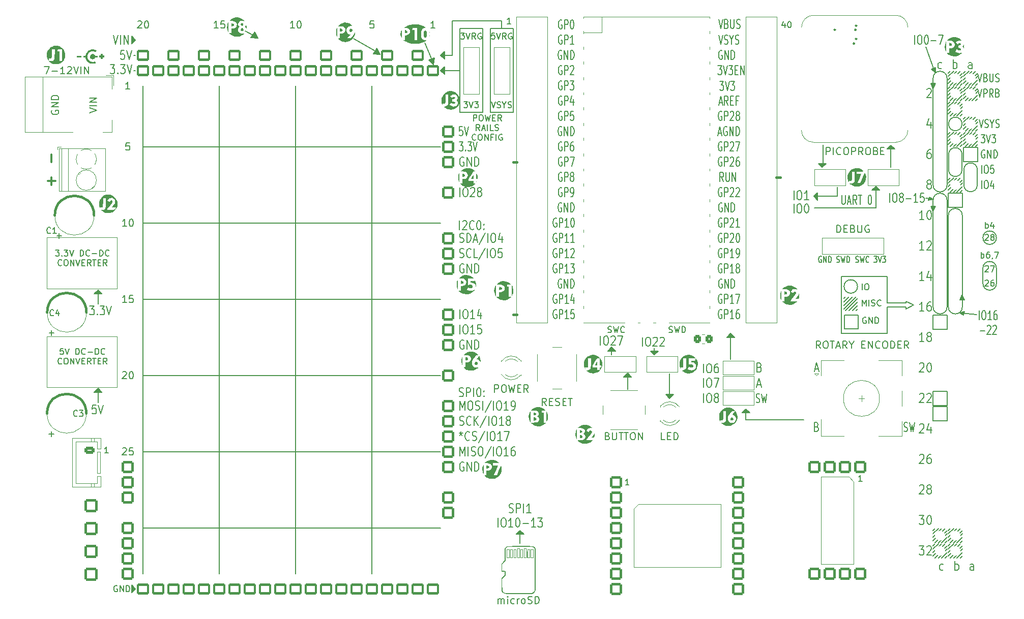
<source format=gto>
%TF.GenerationSoftware,KiCad,Pcbnew,(6.0.7)*%
%TF.CreationDate,2022-11-12T16:25:49+00:00*%
%TF.ProjectId,pico-euro,7069636f-2d65-4757-926f-2e6b69636164,rev?*%
%TF.SameCoordinates,Original*%
%TF.FileFunction,Legend,Top*%
%TF.FilePolarity,Positive*%
%FSLAX46Y46*%
G04 Gerber Fmt 4.6, Leading zero omitted, Abs format (unit mm)*
G04 Created by KiCad (PCBNEW (6.0.7)) date 2022-11-12 16:25:49*
%MOMM*%
%LPD*%
G01*
G04 APERTURE LIST*
G04 Aperture macros list*
%AMRoundRect*
0 Rectangle with rounded corners*
0 $1 Rounding radius*
0 $2 $3 $4 $5 $6 $7 $8 $9 X,Y pos of 4 corners*
0 Add a 4 corners polygon primitive as box body*
4,1,4,$2,$3,$4,$5,$6,$7,$8,$9,$2,$3,0*
0 Add four circle primitives for the rounded corners*
1,1,$1+$1,$2,$3*
1,1,$1+$1,$4,$5*
1,1,$1+$1,$6,$7*
1,1,$1+$1,$8,$9*
0 Add four rect primitives between the rounded corners*
20,1,$1+$1,$2,$3,$4,$5,0*
20,1,$1+$1,$4,$5,$6,$7,0*
20,1,$1+$1,$6,$7,$8,$9,0*
20,1,$1+$1,$8,$9,$2,$3,0*%
%AMFreePoly0*
4,1,45,1.912603,1.631106,1.928902,1.631106,1.941342,1.622068,1.956012,1.617454,1.965717,1.604359,1.978902,1.594779,1.983654,1.580154,1.992810,1.567799,1.992964,1.551500,1.998000,1.536000,1.998000,-1.500000,1.993154,-1.514916,1.993203,-1.530602,1.983844,-1.543570,1.978902,-1.558779,1.966213,-1.567998,1.957034,-1.580716,1.941840,-1.585706,1.928902,-1.595106,1.913217,-1.595106,
1.898315,-1.600000,-1.911685,-1.612000,-1.926910,-1.607106,-1.942902,-1.607106,-1.955591,-1.597887,-1.970524,-1.593087,-1.979965,-1.580179,-1.992902,-1.570779,-1.997749,-1.555861,-2.007008,-1.543201,-2.007058,-1.527209,-2.012000,-1.512000,-2.012000,1.500000,-2.007249,1.514623,-2.007394,1.530002,-1.997938,1.543279,-1.992902,1.558779,-1.980462,1.567817,-1.971541,1.580343,-1.956088,1.585526,
-1.942902,1.595106,-1.927525,1.595106,-1.912945,1.599996,1.897055,1.635996,1.912603,1.631106,1.912603,1.631106,$1*%
%AMFreePoly1*
4,1,45,1.898315,1.600000,1.913217,1.595106,1.928902,1.595106,1.941840,1.585706,1.957034,1.580716,1.966213,1.567998,1.978902,1.558779,1.983844,1.543570,1.993203,1.530602,1.993154,1.514916,1.998000,1.500000,1.998000,-1.536000,1.992964,-1.551500,1.992810,-1.567799,1.983654,-1.580154,1.978902,-1.594779,1.965717,-1.604359,1.956012,-1.617454,1.941342,-1.622068,1.928902,-1.631106,
1.912603,-1.631106,1.897055,-1.635996,-1.912945,-1.599996,-1.927525,-1.595106,-1.942902,-1.595106,-1.956088,-1.585526,-1.971541,-1.580343,-1.980462,-1.567817,-1.992902,-1.558779,-1.997938,-1.543279,-2.007394,-1.530002,-2.007249,-1.514623,-2.012000,-1.500000,-2.012000,1.512000,-2.007058,1.527209,-2.007008,1.543201,-1.997749,1.555861,-1.992902,1.570779,-1.979965,1.580179,-1.970524,1.593087,
-1.955591,1.597887,-1.942902,1.607106,-1.926910,1.607106,-1.911685,1.612000,1.898315,1.600000,1.898315,1.600000,$1*%
G04 Aperture macros list end*
%ADD10C,0.200000*%
%ADD11C,0.150000*%
%ADD12C,0.300000*%
%ADD13C,0.400000*%
%ADD14C,0.120000*%
%ADD15C,0.229605*%
%ADD16C,0.350000*%
%ADD17O,1.700000X1.700000*%
%ADD18R,1.905000X2.000000*%
%ADD19O,1.905000X2.000000*%
%ADD20C,0.900000*%
%ADD21RoundRect,0.180000X-0.820000X0.720000X-0.820000X-0.720000X0.820000X-0.720000X0.820000X0.720000X0*%
%ADD22RoundRect,0.200000X-0.800000X-0.800000X0.800000X-0.800000X0.800000X0.800000X-0.800000X0.800000X0*%
%ADD23RoundRect,0.200000X0.800000X-0.800000X0.800000X0.800000X-0.800000X0.800000X-0.800000X-0.800000X0*%
%ADD24RoundRect,0.200000X0.800000X0.800000X-0.800000X0.800000X-0.800000X-0.800000X0.800000X-0.800000X0*%
%ADD25R,0.600000X4.500000*%
%ADD26R,1.700000X1.700000*%
%ADD27RoundRect,0.250000X-0.625000X0.350000X-0.625000X-0.350000X0.625000X-0.350000X0.625000X0.350000X0*%
%ADD28O,1.750000X1.200000*%
%ADD29O,2.500000X1.600000*%
%ADD30R,2.000000X2.000000*%
%ADD31C,2.000000*%
%ADD32FreePoly0,0.000000*%
%ADD33FreePoly1,0.000000*%
%ADD34O,2.000000X1.800000*%
%ADD35C,2.700000*%
%ADD36C,1.700000*%
%ADD37RoundRect,0.220000X0.880000X0.880000X-0.880000X0.880000X-0.880000X-0.880000X0.880000X-0.880000X0*%
%ADD38O,2.400000X5.000000*%
%ADD39O,4.500000X2.000000*%
%ADD40O,2.400000X4.600000*%
%ADD41RoundRect,0.250000X-0.350000X-0.450000X0.350000X-0.450000X0.350000X0.450000X-0.350000X0.450000X0*%
%ADD42RoundRect,0.180000X0.820000X-0.720000X0.820000X0.720000X-0.820000X0.720000X-0.820000X-0.720000X0*%
%ADD43R,2.000000X1.580000*%
%ADD44C,1.600000*%
%ADD45C,2.800000*%
%ADD46R,2.400000X2.400000*%
%ADD47C,2.400000*%
%ADD48R,1.800000X1.800000*%
%ADD49C,1.800000*%
%ADD50RoundRect,0.200000X-0.800000X0.800000X-0.800000X-0.800000X0.800000X-0.800000X0.800000X0.800000X0*%
%ADD51R,1.700000X3.500000*%
%ADD52R,3.500000X1.700000*%
%ADD53O,1.800000X1.800000*%
%ADD54O,1.500000X1.500000*%
%ADD55R,4.500000X0.600000*%
%ADD56C,1.000000*%
G04 APERTURE END LIST*
D10*
X31143809Y-75607380D02*
X31762857Y-75607380D01*
X31429523Y-75988333D01*
X31572380Y-75988333D01*
X31667619Y-76035952D01*
X31715238Y-76083571D01*
X31762857Y-76178809D01*
X31762857Y-76416904D01*
X31715238Y-76512142D01*
X31667619Y-76559761D01*
X31572380Y-76607380D01*
X31286666Y-76607380D01*
X31191428Y-76559761D01*
X31143809Y-76512142D01*
X32191428Y-76512142D02*
X32239047Y-76559761D01*
X32191428Y-76607380D01*
X32143809Y-76559761D01*
X32191428Y-76512142D01*
X32191428Y-76607380D01*
X32572380Y-75607380D02*
X33191428Y-75607380D01*
X32858095Y-75988333D01*
X33000952Y-75988333D01*
X33096190Y-76035952D01*
X33143809Y-76083571D01*
X33191428Y-76178809D01*
X33191428Y-76416904D01*
X33143809Y-76512142D01*
X33096190Y-76559761D01*
X33000952Y-76607380D01*
X32715238Y-76607380D01*
X32620000Y-76559761D01*
X32572380Y-76512142D01*
X33477142Y-75607380D02*
X33810476Y-76607380D01*
X34143809Y-75607380D01*
X35239047Y-76607380D02*
X35239047Y-75607380D01*
X35477142Y-75607380D01*
X35620000Y-75655000D01*
X35715238Y-75750238D01*
X35762857Y-75845476D01*
X35810476Y-76035952D01*
X35810476Y-76178809D01*
X35762857Y-76369285D01*
X35715238Y-76464523D01*
X35620000Y-76559761D01*
X35477142Y-76607380D01*
X35239047Y-76607380D01*
X36810476Y-76512142D02*
X36762857Y-76559761D01*
X36620000Y-76607380D01*
X36524761Y-76607380D01*
X36381904Y-76559761D01*
X36286666Y-76464523D01*
X36239047Y-76369285D01*
X36191428Y-76178809D01*
X36191428Y-76035952D01*
X36239047Y-75845476D01*
X36286666Y-75750238D01*
X36381904Y-75655000D01*
X36524761Y-75607380D01*
X36620000Y-75607380D01*
X36762857Y-75655000D01*
X36810476Y-75702619D01*
X37239047Y-76226428D02*
X38000952Y-76226428D01*
X38477142Y-76607380D02*
X38477142Y-75607380D01*
X38715238Y-75607380D01*
X38858095Y-75655000D01*
X38953333Y-75750238D01*
X39000952Y-75845476D01*
X39048571Y-76035952D01*
X39048571Y-76178809D01*
X39000952Y-76369285D01*
X38953333Y-76464523D01*
X38858095Y-76559761D01*
X38715238Y-76607380D01*
X38477142Y-76607380D01*
X40048571Y-76512142D02*
X40000952Y-76559761D01*
X39858095Y-76607380D01*
X39762857Y-76607380D01*
X39620000Y-76559761D01*
X39524761Y-76464523D01*
X39477142Y-76369285D01*
X39429523Y-76178809D01*
X39429523Y-76035952D01*
X39477142Y-75845476D01*
X39524761Y-75750238D01*
X39620000Y-75655000D01*
X39762857Y-75607380D01*
X39858095Y-75607380D01*
X40000952Y-75655000D01*
X40048571Y-75702619D01*
X32167619Y-78122142D02*
X32120000Y-78169761D01*
X31977142Y-78217380D01*
X31881904Y-78217380D01*
X31739047Y-78169761D01*
X31643809Y-78074523D01*
X31596190Y-77979285D01*
X31548571Y-77788809D01*
X31548571Y-77645952D01*
X31596190Y-77455476D01*
X31643809Y-77360238D01*
X31739047Y-77265000D01*
X31881904Y-77217380D01*
X31977142Y-77217380D01*
X32120000Y-77265000D01*
X32167619Y-77312619D01*
X32786666Y-77217380D02*
X32977142Y-77217380D01*
X33072380Y-77265000D01*
X33167619Y-77360238D01*
X33215238Y-77550714D01*
X33215238Y-77884047D01*
X33167619Y-78074523D01*
X33072380Y-78169761D01*
X32977142Y-78217380D01*
X32786666Y-78217380D01*
X32691428Y-78169761D01*
X32596190Y-78074523D01*
X32548571Y-77884047D01*
X32548571Y-77550714D01*
X32596190Y-77360238D01*
X32691428Y-77265000D01*
X32786666Y-77217380D01*
X33643809Y-78217380D02*
X33643809Y-77217380D01*
X34215238Y-78217380D01*
X34215238Y-77217380D01*
X34548571Y-77217380D02*
X34881904Y-78217380D01*
X35215238Y-77217380D01*
X35548571Y-77693571D02*
X35881904Y-77693571D01*
X36024761Y-78217380D02*
X35548571Y-78217380D01*
X35548571Y-77217380D01*
X36024761Y-77217380D01*
X37024761Y-78217380D02*
X36691428Y-77741190D01*
X36453333Y-78217380D02*
X36453333Y-77217380D01*
X36834285Y-77217380D01*
X36929523Y-77265000D01*
X36977142Y-77312619D01*
X37024761Y-77407857D01*
X37024761Y-77550714D01*
X36977142Y-77645952D01*
X36929523Y-77693571D01*
X36834285Y-77741190D01*
X36453333Y-77741190D01*
X37310476Y-77217380D02*
X37881904Y-77217380D01*
X37596190Y-78217380D02*
X37596190Y-77217380D01*
X38215238Y-77693571D02*
X38548571Y-77693571D01*
X38691428Y-78217380D02*
X38215238Y-78217380D01*
X38215238Y-77217380D01*
X38691428Y-77217380D01*
X39691428Y-78217380D02*
X39358095Y-77741190D01*
X39120000Y-78217380D02*
X39120000Y-77217380D01*
X39500952Y-77217380D01*
X39596190Y-77265000D01*
X39643809Y-77312619D01*
X39691428Y-77407857D01*
X39691428Y-77550714D01*
X39643809Y-77645952D01*
X39596190Y-77693571D01*
X39500952Y-77741190D01*
X39120000Y-77741190D01*
X32429523Y-92007380D02*
X31953333Y-92007380D01*
X31905714Y-92483571D01*
X31953333Y-92435952D01*
X32048571Y-92388333D01*
X32286666Y-92388333D01*
X32381904Y-92435952D01*
X32429523Y-92483571D01*
X32477142Y-92578809D01*
X32477142Y-92816904D01*
X32429523Y-92912142D01*
X32381904Y-92959761D01*
X32286666Y-93007380D01*
X32048571Y-93007380D01*
X31953333Y-92959761D01*
X31905714Y-92912142D01*
X32762857Y-92007380D02*
X33096190Y-93007380D01*
X33429523Y-92007380D01*
X34524761Y-93007380D02*
X34524761Y-92007380D01*
X34762857Y-92007380D01*
X34905714Y-92055000D01*
X35000952Y-92150238D01*
X35048571Y-92245476D01*
X35096190Y-92435952D01*
X35096190Y-92578809D01*
X35048571Y-92769285D01*
X35000952Y-92864523D01*
X34905714Y-92959761D01*
X34762857Y-93007380D01*
X34524761Y-93007380D01*
X36096190Y-92912142D02*
X36048571Y-92959761D01*
X35905714Y-93007380D01*
X35810476Y-93007380D01*
X35667619Y-92959761D01*
X35572380Y-92864523D01*
X35524761Y-92769285D01*
X35477142Y-92578809D01*
X35477142Y-92435952D01*
X35524761Y-92245476D01*
X35572380Y-92150238D01*
X35667619Y-92055000D01*
X35810476Y-92007380D01*
X35905714Y-92007380D01*
X36048571Y-92055000D01*
X36096190Y-92102619D01*
X36524761Y-92626428D02*
X37286666Y-92626428D01*
X37762857Y-93007380D02*
X37762857Y-92007380D01*
X38000952Y-92007380D01*
X38143809Y-92055000D01*
X38239047Y-92150238D01*
X38286666Y-92245476D01*
X38334285Y-92435952D01*
X38334285Y-92578809D01*
X38286666Y-92769285D01*
X38239047Y-92864523D01*
X38143809Y-92959761D01*
X38000952Y-93007380D01*
X37762857Y-93007380D01*
X39334285Y-92912142D02*
X39286666Y-92959761D01*
X39143809Y-93007380D01*
X39048571Y-93007380D01*
X38905714Y-92959761D01*
X38810476Y-92864523D01*
X38762857Y-92769285D01*
X38715238Y-92578809D01*
X38715238Y-92435952D01*
X38762857Y-92245476D01*
X38810476Y-92150238D01*
X38905714Y-92055000D01*
X39048571Y-92007380D01*
X39143809Y-92007380D01*
X39286666Y-92055000D01*
X39334285Y-92102619D01*
X32167619Y-94522142D02*
X32120000Y-94569761D01*
X31977142Y-94617380D01*
X31881904Y-94617380D01*
X31739047Y-94569761D01*
X31643809Y-94474523D01*
X31596190Y-94379285D01*
X31548571Y-94188809D01*
X31548571Y-94045952D01*
X31596190Y-93855476D01*
X31643809Y-93760238D01*
X31739047Y-93665000D01*
X31881904Y-93617380D01*
X31977142Y-93617380D01*
X32120000Y-93665000D01*
X32167619Y-93712619D01*
X32786666Y-93617380D02*
X32977142Y-93617380D01*
X33072380Y-93665000D01*
X33167619Y-93760238D01*
X33215238Y-93950714D01*
X33215238Y-94284047D01*
X33167619Y-94474523D01*
X33072380Y-94569761D01*
X32977142Y-94617380D01*
X32786666Y-94617380D01*
X32691428Y-94569761D01*
X32596190Y-94474523D01*
X32548571Y-94284047D01*
X32548571Y-93950714D01*
X32596190Y-93760238D01*
X32691428Y-93665000D01*
X32786666Y-93617380D01*
X33643809Y-94617380D02*
X33643809Y-93617380D01*
X34215238Y-94617380D01*
X34215238Y-93617380D01*
X34548571Y-93617380D02*
X34881904Y-94617380D01*
X35215238Y-93617380D01*
X35548571Y-94093571D02*
X35881904Y-94093571D01*
X36024761Y-94617380D02*
X35548571Y-94617380D01*
X35548571Y-93617380D01*
X36024761Y-93617380D01*
X37024761Y-94617380D02*
X36691428Y-94141190D01*
X36453333Y-94617380D02*
X36453333Y-93617380D01*
X36834285Y-93617380D01*
X36929523Y-93665000D01*
X36977142Y-93712619D01*
X37024761Y-93807857D01*
X37024761Y-93950714D01*
X36977142Y-94045952D01*
X36929523Y-94093571D01*
X36834285Y-94141190D01*
X36453333Y-94141190D01*
X37310476Y-93617380D02*
X37881904Y-93617380D01*
X37596190Y-94617380D02*
X37596190Y-93617380D01*
X38215238Y-94093571D02*
X38548571Y-94093571D01*
X38691428Y-94617380D02*
X38215238Y-94617380D01*
X38215238Y-93617380D01*
X38691428Y-93617380D01*
X39691428Y-94617380D02*
X39358095Y-94141190D01*
X39120000Y-94617380D02*
X39120000Y-93617380D01*
X39500952Y-93617380D01*
X39596190Y-93665000D01*
X39643809Y-93712619D01*
X39691428Y-93807857D01*
X39691428Y-93950714D01*
X39643809Y-94045952D01*
X39596190Y-94093571D01*
X39500952Y-94141190D01*
X39120000Y-94141190D01*
D11*
X182280000Y-56280000D02*
X182570000Y-55990000D01*
G36*
X177200000Y-67183000D02*
G01*
X176455000Y-67310000D01*
X176582000Y-66802000D01*
X177200000Y-67183000D01*
G37*
X177200000Y-67183000D02*
X176455000Y-67310000D01*
X176582000Y-66802000D01*
X177200000Y-67183000D01*
D12*
X30480000Y-59690000D02*
X30480000Y-60960000D01*
D10*
X97155000Y-37465000D02*
X105410000Y-37465000D01*
D11*
X182060000Y-69850000D02*
X182060000Y-85090000D01*
X177200000Y-126020000D02*
X178650000Y-124570000D01*
X172720000Y-85090000D02*
X169545000Y-85090000D01*
X178360000Y-100330000D02*
X178070000Y-100330000D01*
X182280000Y-57440000D02*
X183730000Y-55990000D01*
X177200000Y-101710000D02*
X179520000Y-101710000D01*
X179520000Y-101710000D02*
X179520000Y-104030000D01*
X179520000Y-104030000D02*
X177200000Y-104030000D01*
X177200000Y-104030000D02*
X177200000Y-101710000D01*
X179780000Y-59690000D02*
X179780000Y-62230000D01*
X180610000Y-65930000D02*
X182060000Y-64480000D01*
X162451000Y-86453000D02*
X164771000Y-86453000D01*
X164771000Y-86453000D02*
X164771000Y-88773000D01*
X164771000Y-88773000D02*
X162451000Y-88773000D01*
X162451000Y-88773000D02*
X162451000Y-86453000D01*
X161290000Y-66675000D02*
X157353000Y-66675000D01*
X179230000Y-126890000D02*
X179520000Y-126600000D01*
X143510000Y-90170000D02*
X143510000Y-93853000D01*
X179740000Y-124860000D02*
X180030000Y-124570000D01*
X169545000Y-85090000D02*
X169545000Y-89535000D01*
X169545000Y-84455000D02*
X172720000Y-84455000D01*
X45720000Y-58420000D02*
X95250000Y-58420000D01*
X178070000Y-124350000D02*
X179520000Y-122900000D01*
X178360000Y-87630000D02*
X178070000Y-87630000D01*
X179740000Y-69850000D02*
X179740000Y-85090000D01*
G36*
X177217000Y-69215000D02*
G01*
X176836000Y-68326000D01*
X177598000Y-68326000D01*
X177217000Y-69215000D01*
G37*
X177217000Y-69215000D02*
X176836000Y-68326000D01*
X177598000Y-68326000D01*
X177217000Y-69215000D01*
X108458000Y-122459750D02*
X108458000Y-124428250D01*
D13*
X107950000Y-60960000D02*
X107315000Y-60960000D01*
D11*
X180900000Y-64770000D02*
X180610000Y-64770000D01*
D10*
X38227000Y-98944000D02*
X38227000Y-100976000D01*
D11*
X180610000Y-124350000D02*
X182060000Y-122900000D01*
X158877000Y-61341000D02*
X158877000Y-58102500D01*
X177200000Y-124860000D02*
X177490000Y-124570000D01*
X177200000Y-85090000D02*
G75*
G03*
X179520000Y-85090000I1160000J0D01*
G01*
G36*
X157988000Y-67310000D02*
G01*
X157353000Y-66675000D01*
X157988000Y-66040000D01*
X157988000Y-67310000D01*
G37*
X157988000Y-67310000D02*
X157353000Y-66675000D01*
X157988000Y-66040000D01*
X157988000Y-67310000D01*
X181770000Y-65930000D02*
X182060000Y-65640000D01*
X162360000Y-84275000D02*
X163230000Y-83405000D01*
X183440000Y-59690000D02*
X183150000Y-59690000D01*
X183440000Y-49530000D02*
X183150000Y-49530000D01*
X45720000Y-71120000D02*
X95250000Y-71120000D01*
D10*
X176020000Y-66960000D02*
X176655000Y-67087000D01*
D11*
X179740000Y-52940000D02*
X181770000Y-50910000D01*
G36*
X146685000Y-102743000D02*
G01*
X145415000Y-102743000D01*
X146050000Y-102108000D01*
X146685000Y-102743000D01*
G37*
X146685000Y-102743000D02*
X145415000Y-102743000D01*
X146050000Y-102108000D01*
X146685000Y-102743000D01*
X183440000Y-46990000D02*
X183150000Y-46990000D01*
X164621000Y-81684000D02*
G75*
G03*
X162381000Y-81684000I-1120000J0D01*
G01*
X179520000Y-46990000D02*
G75*
G03*
X177200000Y-46990000I-1160000J0D01*
G01*
X181770000Y-126890000D02*
X182060000Y-126600000D01*
X181190000Y-126890000D02*
X182060000Y-126020000D01*
X183440000Y-57150000D02*
X183150000Y-57150000D01*
X180610000Y-50690000D02*
X182060000Y-49240000D01*
G36*
X144145000Y-90170000D02*
G01*
X142875000Y-90170000D01*
X143510000Y-89535000D01*
X144145000Y-90170000D01*
G37*
X144145000Y-90170000D02*
X142875000Y-90170000D01*
X143510000Y-89535000D01*
X144145000Y-90170000D01*
X179740000Y-48660000D02*
X180030000Y-48370000D01*
X187735000Y-78636000D02*
G75*
G03*
X185495000Y-78636000I-1120000J0D01*
G01*
X161290000Y-66675000D02*
X161290000Y-65087500D01*
X183150000Y-50690000D02*
X184600000Y-49240000D01*
X173990000Y-84772500D02*
X172720000Y-85407500D01*
D10*
X38227000Y-82544000D02*
X38227000Y-84576000D01*
D11*
X179740000Y-56860000D02*
X180610000Y-55990000D01*
X162360000Y-85435000D02*
X164390000Y-83405000D01*
D10*
X62721000Y-39148000D02*
X64020000Y-39820000D01*
D11*
X45720000Y-48260000D02*
X45720000Y-129540000D01*
X179740000Y-126600000D02*
X181770000Y-124570000D01*
X180900000Y-52070000D02*
X180610000Y-52070000D01*
X177200000Y-126600000D02*
X179230000Y-124570000D01*
X169545000Y-80010000D02*
X169545000Y-84455000D01*
X182280000Y-50400000D02*
X184310000Y-48370000D01*
X182570000Y-55770000D02*
X184600000Y-53740000D01*
X44132500Y-45720000D02*
X44450000Y-45720000D01*
X103505000Y-38735000D02*
X107315000Y-38735000D01*
X107315000Y-38735000D02*
X107315000Y-52705000D01*
X107315000Y-52705000D02*
X103505000Y-52705000D01*
X103505000Y-52705000D02*
X103505000Y-38735000D01*
X184310000Y-48150000D02*
X184600000Y-47860000D01*
X58420000Y-48260000D02*
X58420000Y-129540000D01*
X177200000Y-64770000D02*
G75*
G03*
X179520000Y-64770000I1160000J0D01*
G01*
X177200000Y-124060000D02*
X179230000Y-122030000D01*
X177490000Y-126890000D02*
X179520000Y-124860000D01*
X181190000Y-48150000D02*
X182060000Y-47280000D01*
X179740000Y-63900000D02*
X180030000Y-63610000D01*
G36*
X64830000Y-40280000D02*
G01*
X63690000Y-40230000D01*
X63700000Y-40240000D01*
X63680000Y-40230000D01*
X64290000Y-39300000D01*
X64830000Y-40280000D01*
G37*
X64830000Y-40280000D02*
X63690000Y-40230000D01*
X63700000Y-40240000D01*
X63680000Y-40230000D01*
X64290000Y-39300000D01*
X64830000Y-40280000D01*
G36*
X85180000Y-42990000D02*
G01*
X84040000Y-42940000D01*
X84050000Y-42950000D01*
X84030000Y-42940000D01*
X84640000Y-42010000D01*
X85180000Y-42990000D01*
G37*
X85180000Y-42990000D02*
X84040000Y-42940000D01*
X84050000Y-42950000D01*
X84030000Y-42940000D01*
X84640000Y-42010000D01*
X85180000Y-42990000D01*
X179740000Y-46700000D02*
X180610000Y-45830000D01*
G36*
X182424000Y-83947000D02*
G01*
X181662000Y-83947000D01*
X182043000Y-83058000D01*
X182424000Y-83947000D01*
G37*
X182424000Y-83947000D02*
X181662000Y-83947000D01*
X182043000Y-83058000D01*
X182424000Y-83947000D01*
X179740000Y-66150000D02*
X182060000Y-66150000D01*
X182060000Y-66150000D02*
X182060000Y-68470000D01*
X182060000Y-68470000D02*
X179740000Y-68470000D01*
X179740000Y-68470000D02*
X179740000Y-66150000D01*
X180030000Y-58310000D02*
X182060000Y-56280000D01*
X183730000Y-50690000D02*
X184600000Y-49820000D01*
X162381000Y-81684000D02*
G75*
G03*
X164621000Y-81684000I1120000J0D01*
G01*
X178650000Y-124350000D02*
X179520000Y-123480000D01*
X182280000Y-58530000D02*
X184600000Y-58530000D01*
X184600000Y-58530000D02*
X184600000Y-60850000D01*
X184600000Y-60850000D02*
X182280000Y-60850000D01*
X182280000Y-60850000D02*
X182280000Y-58530000D01*
X180030000Y-124350000D02*
X182060000Y-122320000D01*
X179780000Y-54610000D02*
G75*
G03*
X182020000Y-54610000I1120000J0D01*
G01*
X180900000Y-67310000D02*
X180610000Y-67310000D01*
D10*
X105410000Y-38735000D02*
X105410000Y-37465000D01*
D11*
X172720000Y-85407500D02*
X172720000Y-85090000D01*
X178360000Y-125730000D02*
X178070000Y-125730000D01*
X177200000Y-125440000D02*
X178070000Y-124570000D01*
X177200000Y-122900000D02*
X178070000Y-122030000D01*
X182280000Y-54320000D02*
X183150000Y-53450000D01*
D12*
X29845000Y-64135000D02*
X31115000Y-64135000D01*
D11*
X183730000Y-55770000D02*
X184600000Y-54900000D01*
X181770000Y-48150000D02*
X182060000Y-47860000D01*
X179740000Y-52360000D02*
X181190000Y-50910000D01*
X179740000Y-65640000D02*
X181770000Y-63610000D01*
X181190000Y-58310000D02*
X182060000Y-57440000D01*
X146050000Y-102743000D02*
X146050000Y-103886000D01*
X182570000Y-58310000D02*
X184600000Y-56280000D01*
X162650000Y-85725000D02*
X164680000Y-83695000D01*
X182280000Y-49820000D02*
X183730000Y-48370000D01*
G36*
X38862000Y-99314000D02*
G01*
X37592000Y-99314000D01*
X38227000Y-98679000D01*
X38862000Y-99314000D01*
G37*
X38862000Y-99314000D02*
X37592000Y-99314000D01*
X38227000Y-98679000D01*
X38862000Y-99314000D01*
X185495000Y-73556000D02*
G75*
G03*
X187735000Y-73556000I1120000J0D01*
G01*
X180900000Y-123190000D02*
X180610000Y-123190000D01*
D10*
X92583000Y-41046400D02*
X93726000Y-43688000D01*
D11*
X177200000Y-67310000D02*
X177200000Y-85090000D01*
X179740000Y-49240000D02*
X180610000Y-48370000D01*
G36*
X158750000Y-61849000D02*
G01*
X158115000Y-61214000D01*
X159385000Y-61214000D01*
X158750000Y-61849000D01*
G37*
X158750000Y-61849000D02*
X158115000Y-61214000D01*
X159385000Y-61214000D01*
X158750000Y-61849000D01*
X177200000Y-122320000D02*
X177490000Y-122030000D01*
X180610000Y-53230000D02*
X182060000Y-51780000D01*
D10*
X95885000Y-45720000D02*
X98425000Y-45720000D01*
D11*
G36*
X177217000Y-48768000D02*
G01*
X176836000Y-47879000D01*
X177598000Y-47879000D01*
X177217000Y-48768000D01*
G37*
X177217000Y-48768000D02*
X176836000Y-47879000D01*
X177598000Y-47879000D01*
X177217000Y-48768000D01*
G36*
X168306750Y-65659000D02*
G01*
X167036750Y-65659000D01*
X167671750Y-65024000D01*
X168306750Y-65659000D01*
G37*
X168306750Y-65659000D02*
X167036750Y-65659000D01*
X167671750Y-65024000D01*
X168306750Y-65659000D01*
X183150000Y-55770000D02*
X184600000Y-54320000D01*
X187735000Y-73556000D02*
G75*
G03*
X185495000Y-73556000I-1120000J0D01*
G01*
X185495000Y-81176000D02*
G75*
G03*
X187735000Y-81176000I1120000J0D01*
G01*
X179740000Y-64480000D02*
X180610000Y-63610000D01*
X182280000Y-46120000D02*
X182570000Y-45830000D01*
X182320000Y-64770000D02*
G75*
G03*
X184560000Y-64770000I1120000J0D01*
G01*
D10*
X95885000Y-43180000D02*
X97155000Y-43180000D01*
D11*
X179230000Y-124350000D02*
X179520000Y-124060000D01*
X180610000Y-126890000D02*
X182060000Y-125440000D01*
X177490000Y-124350000D02*
X179520000Y-122320000D01*
X182320000Y-62230000D02*
X182320000Y-64770000D01*
X180900000Y-125730000D02*
X180610000Y-125730000D01*
X44132500Y-43180000D02*
X44450000Y-43180000D01*
X182020000Y-59690000D02*
G75*
G03*
X179780000Y-59690000I-1120000J0D01*
G01*
X71120000Y-48260000D02*
X71120000Y-129540000D01*
X182280000Y-48660000D02*
X182570000Y-48370000D01*
X182280000Y-55480000D02*
X184310000Y-53450000D01*
X179520000Y-85090000D02*
X179520000Y-67310000D01*
G36*
X38862000Y-82931000D02*
G01*
X37592000Y-82931000D01*
X38227000Y-82296000D01*
X38862000Y-82931000D01*
G37*
X38862000Y-82931000D02*
X37592000Y-82931000D01*
X38227000Y-82296000D01*
X38862000Y-82931000D01*
X180030000Y-53230000D02*
X182060000Y-51200000D01*
X182570000Y-48150000D02*
X184600000Y-46120000D01*
X177200000Y-123480000D02*
X178650000Y-122030000D01*
X179740000Y-122900000D02*
X180610000Y-122030000D01*
G36*
X44450000Y-40640000D02*
G01*
X43815000Y-41275000D01*
X43815000Y-40005000D01*
X44450000Y-40640000D01*
G37*
X44450000Y-40640000D02*
X43815000Y-41275000D01*
X43815000Y-40005000D01*
X44450000Y-40640000D01*
X179740000Y-47280000D02*
X181190000Y-45830000D01*
X181770000Y-58310000D02*
X182060000Y-58020000D01*
X172720000Y-84455000D02*
X172720000Y-84137500D01*
G36*
X95885000Y-46355000D02*
G01*
X95250000Y-45720000D01*
X95885000Y-45085000D01*
X95885000Y-46355000D01*
G37*
X95885000Y-46355000D02*
X95250000Y-45720000D01*
X95885000Y-45085000D01*
X95885000Y-46355000D01*
X181190000Y-50690000D02*
X182060000Y-49820000D01*
X181770000Y-53230000D02*
X182060000Y-52940000D01*
X182060000Y-69850000D02*
G75*
G03*
X179740000Y-69850000I-1160000J0D01*
G01*
X184310000Y-55770000D02*
X184600000Y-55480000D01*
X178360000Y-123190000D02*
X178070000Y-123190000D01*
X180030000Y-48150000D02*
X182060000Y-46120000D01*
X163230000Y-85725000D02*
X164680000Y-84275000D01*
G36*
X95885000Y-43815000D02*
G01*
X95250000Y-43180000D01*
X95885000Y-42545000D01*
X95885000Y-43815000D01*
G37*
X95885000Y-43815000D02*
X95250000Y-43180000D01*
X95885000Y-42545000D01*
X95885000Y-43815000D01*
X170180000Y-61849000D02*
X170180000Y-58864500D01*
X183150000Y-48150000D02*
X184600000Y-46700000D01*
X179740000Y-51200000D02*
X180030000Y-50910000D01*
X181770000Y-50690000D02*
X182060000Y-50400000D01*
X179740000Y-122320000D02*
X180030000Y-122030000D01*
X180900000Y-57150000D02*
X180610000Y-57150000D01*
X178650000Y-126890000D02*
X179520000Y-126020000D01*
X162360000Y-83695000D02*
X162650000Y-83405000D01*
X183150000Y-58310000D02*
X184600000Y-56860000D01*
X182280000Y-47280000D02*
X183730000Y-45830000D01*
X182020000Y-54610000D02*
G75*
G03*
X179780000Y-54610000I-1120000J0D01*
G01*
G36*
X133350000Y-100330000D02*
G01*
X132715000Y-99695000D01*
X133985000Y-99695000D01*
X133350000Y-100330000D01*
G37*
X133350000Y-100330000D02*
X132715000Y-99695000D01*
X133985000Y-99695000D01*
X133350000Y-100330000D01*
X179740000Y-124060000D02*
X181770000Y-122030000D01*
X179740000Y-123480000D02*
X181190000Y-122030000D01*
D13*
X107950000Y-86360000D02*
X107315000Y-86360000D01*
D11*
X180610000Y-58310000D02*
X182060000Y-56860000D01*
X181190000Y-65930000D02*
X182060000Y-65060000D01*
X179740000Y-126020000D02*
X181190000Y-124570000D01*
X184310000Y-50690000D02*
X184600000Y-50400000D01*
X123698000Y-92456000D02*
X123698000Y-93027500D01*
G36*
X127000000Y-96774000D02*
G01*
X125730000Y-96774000D01*
X126365000Y-96139000D01*
X127000000Y-96774000D01*
G37*
X127000000Y-96774000D02*
X125730000Y-96774000D01*
X126365000Y-96139000D01*
X127000000Y-96774000D01*
X181190000Y-124350000D02*
X182060000Y-123480000D01*
X177200000Y-99170000D02*
X179520000Y-99170000D01*
X179520000Y-99170000D02*
X179520000Y-101490000D01*
X179520000Y-101490000D02*
X177200000Y-101490000D01*
X177200000Y-101490000D02*
X177200000Y-99170000D01*
X184456000Y-86360000D02*
X181916000Y-86106000D01*
X179740000Y-65060000D02*
X181190000Y-63610000D01*
X183440000Y-54610000D02*
X183150000Y-54610000D01*
X146050000Y-103886000D02*
X155702000Y-103886000D01*
D10*
X97155000Y-43180000D02*
X97155000Y-37465000D01*
D11*
X180030000Y-50690000D02*
X182060000Y-48660000D01*
X163810000Y-85725000D02*
X164680000Y-84855000D01*
X162360000Y-84855000D02*
X163810000Y-83405000D01*
X182280000Y-53740000D02*
X182570000Y-53450000D01*
X182280000Y-58020000D02*
X184310000Y-55990000D01*
X179740000Y-49820000D02*
X181190000Y-48370000D01*
G36*
X94030000Y-44710000D02*
G01*
X93240000Y-43910000D01*
X94240000Y-43630000D01*
X94030000Y-44710000D01*
G37*
X94030000Y-44710000D02*
X93240000Y-43910000D01*
X94240000Y-43630000D01*
X94030000Y-44710000D01*
X184310000Y-58310000D02*
X184600000Y-58020000D01*
X45720000Y-109220000D02*
X95250000Y-109220000D01*
X180030000Y-65930000D02*
X182060000Y-63900000D01*
X182280000Y-47860000D02*
X184310000Y-45830000D01*
X182280000Y-46700000D02*
X183150000Y-45830000D01*
D10*
X80772000Y-40386000D02*
X84270000Y-42410000D01*
D13*
X151765000Y-63500000D02*
X151130000Y-63500000D01*
D11*
X176020000Y-41760000D02*
X177471000Y-45847000D01*
X179740000Y-46120000D02*
X180030000Y-45830000D01*
X182570000Y-50690000D02*
X184600000Y-48660000D01*
X183730000Y-58310000D02*
X184600000Y-57440000D01*
G36*
X130810000Y-93091000D02*
G01*
X130175000Y-92456000D01*
X131445000Y-92456000D01*
X130810000Y-93091000D01*
G37*
X130810000Y-93091000D02*
X130175000Y-92456000D01*
X131445000Y-92456000D01*
X130810000Y-93091000D01*
X179780000Y-62230000D02*
G75*
G03*
X182020000Y-62230000I1120000J0D01*
G01*
D12*
X30480000Y-63500000D02*
X30480000Y-64770000D01*
D11*
X180900000Y-49530000D02*
X180610000Y-49530000D01*
X179740000Y-47860000D02*
X181770000Y-45830000D01*
X178070000Y-126890000D02*
X179520000Y-125440000D01*
X45720000Y-83820000D02*
X95250000Y-83820000D01*
X179740000Y-57440000D02*
X181190000Y-55990000D01*
G36*
X177598000Y-46101000D02*
G01*
X176963000Y-45466000D01*
X177598000Y-45212000D01*
X177598000Y-46101000D01*
G37*
X177598000Y-46101000D02*
X176963000Y-45466000D01*
X177598000Y-45212000D01*
X177598000Y-46101000D01*
X83820000Y-48260000D02*
X83820000Y-129540000D01*
X184560000Y-62230000D02*
X184560000Y-64770000D01*
X178360000Y-102870000D02*
X178070000Y-102870000D01*
G36*
X182297000Y-86487000D02*
G01*
X181662000Y-86106000D01*
X182424000Y-85852000D01*
X182297000Y-86487000D01*
G37*
X182297000Y-86487000D02*
X181662000Y-86106000D01*
X182424000Y-85852000D01*
X182297000Y-86487000D01*
X98425000Y-38735000D02*
X102235000Y-38735000D01*
X102235000Y-38735000D02*
X102235000Y-52705000D01*
X102235000Y-52705000D02*
X98425000Y-52705000D01*
X98425000Y-52705000D02*
X98425000Y-38735000D01*
X179520000Y-64770000D02*
X179520000Y-46990000D01*
X179740000Y-85090000D02*
G75*
G03*
X182060000Y-85090000I1160000J0D01*
G01*
X164390000Y-85725000D02*
X164680000Y-85435000D01*
G36*
X170815000Y-58801000D02*
G01*
X169545000Y-58801000D01*
X170180000Y-58166000D01*
X170815000Y-58801000D01*
G37*
X170815000Y-58801000D02*
X169545000Y-58801000D01*
X170180000Y-58166000D01*
X170815000Y-58801000D01*
X179740000Y-58020000D02*
X181770000Y-55990000D01*
X180030000Y-126890000D02*
X182060000Y-124860000D01*
X182020000Y-59690000D02*
X182020000Y-62230000D01*
X179740000Y-51780000D02*
X180610000Y-50910000D01*
X179740000Y-125440000D02*
X180610000Y-124570000D01*
G36*
X109093000Y-122959750D02*
G01*
X107823000Y-122959750D01*
X108458000Y-122324750D01*
X109093000Y-122959750D01*
G37*
X109093000Y-122959750D02*
X107823000Y-122959750D01*
X108458000Y-122324750D01*
X109093000Y-122959750D01*
X167671750Y-68580000D02*
X167671750Y-65532000D01*
X177200000Y-86470000D02*
X179520000Y-86470000D01*
X179520000Y-86470000D02*
X179520000Y-88790000D01*
X179520000Y-88790000D02*
X177200000Y-88790000D01*
X177200000Y-88790000D02*
X177200000Y-86470000D01*
X126365000Y-96774000D02*
X126365000Y-98806000D01*
X133350000Y-96202500D02*
X133350000Y-99695000D01*
X184560000Y-62230000D02*
G75*
G03*
X182320000Y-62230000I-1120000J0D01*
G01*
X130810000Y-92456000D02*
X130810000Y-91948000D01*
X182280000Y-56860000D02*
X183150000Y-55990000D01*
X182280000Y-54900000D02*
X183730000Y-53450000D01*
G36*
X44450000Y-132080000D02*
G01*
X43815000Y-132715000D01*
X43815000Y-131445000D01*
X44450000Y-132080000D01*
G37*
X44450000Y-132080000D02*
X43815000Y-132715000D01*
X43815000Y-131445000D01*
X44450000Y-132080000D01*
X183730000Y-48150000D02*
X184600000Y-47280000D01*
X181190000Y-53230000D02*
X182060000Y-52360000D01*
G36*
X124333000Y-92456000D02*
G01*
X123063000Y-92456000D01*
X123698000Y-91821000D01*
X124333000Y-92456000D01*
G37*
X124333000Y-92456000D02*
X123063000Y-92456000D01*
X123698000Y-91821000D01*
X124333000Y-92456000D01*
X187735000Y-78636000D02*
X187735000Y-81176000D01*
X45720000Y-96520000D02*
X95250000Y-96520000D01*
X161925000Y-80010000D02*
X169545000Y-80010000D01*
X172720000Y-84137500D02*
X173990000Y-84772500D01*
X161925000Y-89535000D02*
X161925000Y-80010000D01*
X181770000Y-124350000D02*
X182060000Y-124060000D01*
X185495000Y-78636000D02*
X185495000Y-81176000D01*
X45720000Y-121920000D02*
X95250000Y-121920000D01*
X177200000Y-46990000D02*
X177200000Y-64770000D01*
X179520000Y-67310000D02*
G75*
G03*
X177200000Y-67310000I-1160000J0D01*
G01*
X180610000Y-48150000D02*
X182060000Y-46700000D01*
X179740000Y-56280000D02*
X180030000Y-55990000D01*
X182280000Y-49240000D02*
X183150000Y-48370000D01*
X167671750Y-68580000D02*
X157448250Y-68580000D01*
X179740000Y-50400000D02*
X181770000Y-48370000D01*
X169545000Y-89535000D02*
X161925000Y-89535000D01*
X123102857Y-89304761D02*
X123245714Y-89352380D01*
X123483809Y-89352380D01*
X123579047Y-89304761D01*
X123626666Y-89257142D01*
X123674285Y-89161904D01*
X123674285Y-89066666D01*
X123626666Y-88971428D01*
X123579047Y-88923809D01*
X123483809Y-88876190D01*
X123293333Y-88828571D01*
X123198095Y-88780952D01*
X123150476Y-88733333D01*
X123102857Y-88638095D01*
X123102857Y-88542857D01*
X123150476Y-88447619D01*
X123198095Y-88400000D01*
X123293333Y-88352380D01*
X123531428Y-88352380D01*
X123674285Y-88400000D01*
X124007619Y-88352380D02*
X124245714Y-89352380D01*
X124436190Y-88638095D01*
X124626666Y-89352380D01*
X124864761Y-88352380D01*
X125817142Y-89257142D02*
X125769523Y-89304761D01*
X125626666Y-89352380D01*
X125531428Y-89352380D01*
X125388571Y-89304761D01*
X125293333Y-89209523D01*
X125245714Y-89114285D01*
X125198095Y-88923809D01*
X125198095Y-88780952D01*
X125245714Y-88590476D01*
X125293333Y-88495238D01*
X125388571Y-88400000D01*
X125531428Y-88352380D01*
X125626666Y-88352380D01*
X125769523Y-88400000D01*
X125817142Y-88447619D01*
D10*
X40747142Y-39818571D02*
X41147142Y-41318571D01*
X41547142Y-39818571D01*
X41947142Y-41318571D02*
X41947142Y-39818571D01*
X42518571Y-41318571D02*
X42518571Y-39818571D01*
X43204285Y-41318571D01*
X43204285Y-39818571D01*
X98459714Y-102278571D02*
X98459714Y-100778571D01*
X98859714Y-101850000D01*
X99259714Y-100778571D01*
X99259714Y-102278571D01*
X100059714Y-100778571D02*
X100288285Y-100778571D01*
X100402571Y-100850000D01*
X100516857Y-100992857D01*
X100574000Y-101278571D01*
X100574000Y-101778571D01*
X100516857Y-102064285D01*
X100402571Y-102207142D01*
X100288285Y-102278571D01*
X100059714Y-102278571D01*
X99945428Y-102207142D01*
X99831142Y-102064285D01*
X99774000Y-101778571D01*
X99774000Y-101278571D01*
X99831142Y-100992857D01*
X99945428Y-100850000D01*
X100059714Y-100778571D01*
X101031142Y-102207142D02*
X101202571Y-102278571D01*
X101488285Y-102278571D01*
X101602571Y-102207142D01*
X101659714Y-102135714D01*
X101716857Y-101992857D01*
X101716857Y-101850000D01*
X101659714Y-101707142D01*
X101602571Y-101635714D01*
X101488285Y-101564285D01*
X101259714Y-101492857D01*
X101145428Y-101421428D01*
X101088285Y-101350000D01*
X101031142Y-101207142D01*
X101031142Y-101064285D01*
X101088285Y-100921428D01*
X101145428Y-100850000D01*
X101259714Y-100778571D01*
X101545428Y-100778571D01*
X101716857Y-100850000D01*
X102231142Y-102278571D02*
X102231142Y-100778571D01*
X103659714Y-100707142D02*
X102631142Y-102635714D01*
X104059714Y-102278571D02*
X104059714Y-100778571D01*
X104859714Y-100778571D02*
X105088285Y-100778571D01*
X105202571Y-100850000D01*
X105316857Y-100992857D01*
X105374000Y-101278571D01*
X105374000Y-101778571D01*
X105316857Y-102064285D01*
X105202571Y-102207142D01*
X105088285Y-102278571D01*
X104859714Y-102278571D01*
X104745428Y-102207142D01*
X104631142Y-102064285D01*
X104574000Y-101778571D01*
X104574000Y-101278571D01*
X104631142Y-100992857D01*
X104745428Y-100850000D01*
X104859714Y-100778571D01*
X106516857Y-102278571D02*
X105831142Y-102278571D01*
X106174000Y-102278571D02*
X106174000Y-100778571D01*
X106059714Y-100992857D01*
X105945428Y-101135714D01*
X105831142Y-101207142D01*
X107088285Y-102278571D02*
X107316857Y-102278571D01*
X107431142Y-102207142D01*
X107488285Y-102135714D01*
X107602571Y-101921428D01*
X107659714Y-101635714D01*
X107659714Y-101064285D01*
X107602571Y-100921428D01*
X107545428Y-100850000D01*
X107431142Y-100778571D01*
X107202571Y-100778571D01*
X107088285Y-100850000D01*
X107031142Y-100921428D01*
X106974000Y-101064285D01*
X106974000Y-101421428D01*
X107031142Y-101564285D01*
X107088285Y-101635714D01*
X107202571Y-101707142D01*
X107431142Y-101707142D01*
X107545428Y-101635714D01*
X107602571Y-101564285D01*
X107659714Y-101421428D01*
X99088285Y-77990000D02*
X98974000Y-77918571D01*
X98802571Y-77918571D01*
X98631142Y-77990000D01*
X98516857Y-78132857D01*
X98459714Y-78275714D01*
X98402571Y-78561428D01*
X98402571Y-78775714D01*
X98459714Y-79061428D01*
X98516857Y-79204285D01*
X98631142Y-79347142D01*
X98802571Y-79418571D01*
X98916857Y-79418571D01*
X99088285Y-79347142D01*
X99145428Y-79275714D01*
X99145428Y-78775714D01*
X98916857Y-78775714D01*
X99659714Y-79418571D02*
X99659714Y-77918571D01*
X100345428Y-79418571D01*
X100345428Y-77918571D01*
X100916857Y-79418571D02*
X100916857Y-77918571D01*
X101202571Y-77918571D01*
X101374000Y-77990000D01*
X101488285Y-78132857D01*
X101545428Y-78275714D01*
X101602571Y-78561428D01*
X101602571Y-78775714D01*
X101545428Y-79061428D01*
X101488285Y-79204285D01*
X101374000Y-79347142D01*
X101202571Y-79418571D01*
X100916857Y-79418571D01*
D11*
X158601928Y-76716000D02*
X158525738Y-76668380D01*
X158411452Y-76668380D01*
X158297166Y-76716000D01*
X158220976Y-76811238D01*
X158182880Y-76906476D01*
X158144785Y-77096952D01*
X158144785Y-77239809D01*
X158182880Y-77430285D01*
X158220976Y-77525523D01*
X158297166Y-77620761D01*
X158411452Y-77668380D01*
X158487642Y-77668380D01*
X158601928Y-77620761D01*
X158640023Y-77573142D01*
X158640023Y-77239809D01*
X158487642Y-77239809D01*
X158982880Y-77668380D02*
X158982880Y-76668380D01*
X159440023Y-77668380D01*
X159440023Y-76668380D01*
X159820976Y-77668380D02*
X159820976Y-76668380D01*
X160011452Y-76668380D01*
X160125738Y-76716000D01*
X160201928Y-76811238D01*
X160240023Y-76906476D01*
X160278119Y-77096952D01*
X160278119Y-77239809D01*
X160240023Y-77430285D01*
X160201928Y-77525523D01*
X160125738Y-77620761D01*
X160011452Y-77668380D01*
X159820976Y-77668380D01*
D10*
X42951428Y-71662857D02*
X42265714Y-71662857D01*
X42608571Y-71662857D02*
X42608571Y-70462857D01*
X42494285Y-70634285D01*
X42380000Y-70748571D01*
X42265714Y-70805714D01*
X43694285Y-70462857D02*
X43808571Y-70462857D01*
X43922857Y-70520000D01*
X43980000Y-70577142D01*
X44037142Y-70691428D01*
X44094285Y-70920000D01*
X44094285Y-71205714D01*
X44037142Y-71434285D01*
X43980000Y-71548571D01*
X43922857Y-71605714D01*
X43808571Y-71662857D01*
X43694285Y-71662857D01*
X43580000Y-71605714D01*
X43522857Y-71548571D01*
X43465714Y-71434285D01*
X43408571Y-71205714D01*
X43408571Y-70920000D01*
X43465714Y-70691428D01*
X43522857Y-70577142D01*
X43580000Y-70520000D01*
X43694285Y-70462857D01*
X103695714Y-50887380D02*
X104029047Y-51887380D01*
X104362380Y-50887380D01*
X104648095Y-51839761D02*
X104790952Y-51887380D01*
X105029047Y-51887380D01*
X105124285Y-51839761D01*
X105171904Y-51792142D01*
X105219523Y-51696904D01*
X105219523Y-51601666D01*
X105171904Y-51506428D01*
X105124285Y-51458809D01*
X105029047Y-51411190D01*
X104838571Y-51363571D01*
X104743333Y-51315952D01*
X104695714Y-51268333D01*
X104648095Y-51173095D01*
X104648095Y-51077857D01*
X104695714Y-50982619D01*
X104743333Y-50935000D01*
X104838571Y-50887380D01*
X105076666Y-50887380D01*
X105219523Y-50935000D01*
X105838571Y-51411190D02*
X105838571Y-51887380D01*
X105505238Y-50887380D02*
X105838571Y-51411190D01*
X106171904Y-50887380D01*
X106457619Y-51839761D02*
X106600476Y-51887380D01*
X106838571Y-51887380D01*
X106933809Y-51839761D01*
X106981428Y-51792142D01*
X107029047Y-51696904D01*
X107029047Y-51601666D01*
X106981428Y-51506428D01*
X106933809Y-51458809D01*
X106838571Y-51411190D01*
X106648095Y-51363571D01*
X106552857Y-51315952D01*
X106505238Y-51268333D01*
X106457619Y-51173095D01*
X106457619Y-51077857D01*
X106505238Y-50982619D01*
X106552857Y-50935000D01*
X106648095Y-50887380D01*
X106886190Y-50887380D01*
X107029047Y-50935000D01*
D11*
X100687476Y-54087380D02*
X100687476Y-53087380D01*
X101068428Y-53087380D01*
X101163666Y-53135000D01*
X101211285Y-53182619D01*
X101258904Y-53277857D01*
X101258904Y-53420714D01*
X101211285Y-53515952D01*
X101163666Y-53563571D01*
X101068428Y-53611190D01*
X100687476Y-53611190D01*
X101877952Y-53087380D02*
X102068428Y-53087380D01*
X102163666Y-53135000D01*
X102258904Y-53230238D01*
X102306523Y-53420714D01*
X102306523Y-53754047D01*
X102258904Y-53944523D01*
X102163666Y-54039761D01*
X102068428Y-54087380D01*
X101877952Y-54087380D01*
X101782714Y-54039761D01*
X101687476Y-53944523D01*
X101639857Y-53754047D01*
X101639857Y-53420714D01*
X101687476Y-53230238D01*
X101782714Y-53135000D01*
X101877952Y-53087380D01*
X102639857Y-53087380D02*
X102877952Y-54087380D01*
X103068428Y-53373095D01*
X103258904Y-54087380D01*
X103497000Y-53087380D01*
X103877952Y-53563571D02*
X104211285Y-53563571D01*
X104354142Y-54087380D02*
X103877952Y-54087380D01*
X103877952Y-53087380D01*
X104354142Y-53087380D01*
X105354142Y-54087380D02*
X105020809Y-53611190D01*
X104782714Y-54087380D02*
X104782714Y-53087380D01*
X105163666Y-53087380D01*
X105258904Y-53135000D01*
X105306523Y-53182619D01*
X105354142Y-53277857D01*
X105354142Y-53420714D01*
X105306523Y-53515952D01*
X105258904Y-53563571D01*
X105163666Y-53611190D01*
X104782714Y-53611190D01*
X101758904Y-55697380D02*
X101425571Y-55221190D01*
X101187476Y-55697380D02*
X101187476Y-54697380D01*
X101568428Y-54697380D01*
X101663666Y-54745000D01*
X101711285Y-54792619D01*
X101758904Y-54887857D01*
X101758904Y-55030714D01*
X101711285Y-55125952D01*
X101663666Y-55173571D01*
X101568428Y-55221190D01*
X101187476Y-55221190D01*
X102139857Y-55411666D02*
X102616047Y-55411666D01*
X102044619Y-55697380D02*
X102377952Y-54697380D01*
X102711285Y-55697380D01*
X103044619Y-55697380D02*
X103044619Y-54697380D01*
X103997000Y-55697380D02*
X103520809Y-55697380D01*
X103520809Y-54697380D01*
X104282714Y-55649761D02*
X104425571Y-55697380D01*
X104663666Y-55697380D01*
X104758904Y-55649761D01*
X104806523Y-55602142D01*
X104854142Y-55506904D01*
X104854142Y-55411666D01*
X104806523Y-55316428D01*
X104758904Y-55268809D01*
X104663666Y-55221190D01*
X104473190Y-55173571D01*
X104377952Y-55125952D01*
X104330333Y-55078333D01*
X104282714Y-54983095D01*
X104282714Y-54887857D01*
X104330333Y-54792619D01*
X104377952Y-54745000D01*
X104473190Y-54697380D01*
X104711285Y-54697380D01*
X104854142Y-54745000D01*
X101092238Y-57212142D02*
X101044619Y-57259761D01*
X100901761Y-57307380D01*
X100806523Y-57307380D01*
X100663666Y-57259761D01*
X100568428Y-57164523D01*
X100520809Y-57069285D01*
X100473190Y-56878809D01*
X100473190Y-56735952D01*
X100520809Y-56545476D01*
X100568428Y-56450238D01*
X100663666Y-56355000D01*
X100806523Y-56307380D01*
X100901761Y-56307380D01*
X101044619Y-56355000D01*
X101092238Y-56402619D01*
X101711285Y-56307380D02*
X101901761Y-56307380D01*
X101997000Y-56355000D01*
X102092238Y-56450238D01*
X102139857Y-56640714D01*
X102139857Y-56974047D01*
X102092238Y-57164523D01*
X101997000Y-57259761D01*
X101901761Y-57307380D01*
X101711285Y-57307380D01*
X101616047Y-57259761D01*
X101520809Y-57164523D01*
X101473190Y-56974047D01*
X101473190Y-56640714D01*
X101520809Y-56450238D01*
X101616047Y-56355000D01*
X101711285Y-56307380D01*
X102568428Y-57307380D02*
X102568428Y-56307380D01*
X103139857Y-57307380D01*
X103139857Y-56307380D01*
X103949380Y-56783571D02*
X103616047Y-56783571D01*
X103616047Y-57307380D02*
X103616047Y-56307380D01*
X104092238Y-56307380D01*
X104473190Y-57307380D02*
X104473190Y-56307380D01*
X105473190Y-56355000D02*
X105377952Y-56307380D01*
X105235095Y-56307380D01*
X105092238Y-56355000D01*
X104997000Y-56450238D01*
X104949380Y-56545476D01*
X104901761Y-56735952D01*
X104901761Y-56878809D01*
X104949380Y-57069285D01*
X104997000Y-57164523D01*
X105092238Y-57259761D01*
X105235095Y-57307380D01*
X105330333Y-57307380D01*
X105473190Y-57259761D01*
X105520809Y-57212142D01*
X105520809Y-56878809D01*
X105330333Y-56878809D01*
D10*
X104219523Y-39457380D02*
X103743333Y-39457380D01*
X103695714Y-39933571D01*
X103743333Y-39885952D01*
X103838571Y-39838333D01*
X104076666Y-39838333D01*
X104171904Y-39885952D01*
X104219523Y-39933571D01*
X104267142Y-40028809D01*
X104267142Y-40266904D01*
X104219523Y-40362142D01*
X104171904Y-40409761D01*
X104076666Y-40457380D01*
X103838571Y-40457380D01*
X103743333Y-40409761D01*
X103695714Y-40362142D01*
X104552857Y-39457380D02*
X104886190Y-40457380D01*
X105219523Y-39457380D01*
X106124285Y-40457380D02*
X105790952Y-39981190D01*
X105552857Y-40457380D02*
X105552857Y-39457380D01*
X105933809Y-39457380D01*
X106029047Y-39505000D01*
X106076666Y-39552619D01*
X106124285Y-39647857D01*
X106124285Y-39790714D01*
X106076666Y-39885952D01*
X106029047Y-39933571D01*
X105933809Y-39981190D01*
X105552857Y-39981190D01*
X107076666Y-39505000D02*
X106981428Y-39457380D01*
X106838571Y-39457380D01*
X106695714Y-39505000D01*
X106600476Y-39600238D01*
X106552857Y-39695476D01*
X106505238Y-39885952D01*
X106505238Y-40028809D01*
X106552857Y-40219285D01*
X106600476Y-40314523D01*
X106695714Y-40409761D01*
X106838571Y-40457380D01*
X106933809Y-40457380D01*
X107076666Y-40409761D01*
X107124285Y-40362142D01*
X107124285Y-40028809D01*
X106933809Y-40028809D01*
X158474642Y-91982857D02*
X158074642Y-91411428D01*
X157788928Y-91982857D02*
X157788928Y-90782857D01*
X158246071Y-90782857D01*
X158360357Y-90840000D01*
X158417500Y-90897142D01*
X158474642Y-91011428D01*
X158474642Y-91182857D01*
X158417500Y-91297142D01*
X158360357Y-91354285D01*
X158246071Y-91411428D01*
X157788928Y-91411428D01*
X159217500Y-90782857D02*
X159446071Y-90782857D01*
X159560357Y-90840000D01*
X159674642Y-90954285D01*
X159731785Y-91182857D01*
X159731785Y-91582857D01*
X159674642Y-91811428D01*
X159560357Y-91925714D01*
X159446071Y-91982857D01*
X159217500Y-91982857D01*
X159103214Y-91925714D01*
X158988928Y-91811428D01*
X158931785Y-91582857D01*
X158931785Y-91182857D01*
X158988928Y-90954285D01*
X159103214Y-90840000D01*
X159217500Y-90782857D01*
X160074642Y-90782857D02*
X160760357Y-90782857D01*
X160417500Y-91982857D02*
X160417500Y-90782857D01*
X161103214Y-91640000D02*
X161674642Y-91640000D01*
X160988928Y-91982857D02*
X161388928Y-90782857D01*
X161788928Y-91982857D01*
X162874642Y-91982857D02*
X162474642Y-91411428D01*
X162188928Y-91982857D02*
X162188928Y-90782857D01*
X162646071Y-90782857D01*
X162760357Y-90840000D01*
X162817500Y-90897142D01*
X162874642Y-91011428D01*
X162874642Y-91182857D01*
X162817500Y-91297142D01*
X162760357Y-91354285D01*
X162646071Y-91411428D01*
X162188928Y-91411428D01*
X163617500Y-91411428D02*
X163617500Y-91982857D01*
X163217500Y-90782857D02*
X163617500Y-91411428D01*
X164017500Y-90782857D01*
X165331785Y-91354285D02*
X165731785Y-91354285D01*
X165903214Y-91982857D02*
X165331785Y-91982857D01*
X165331785Y-90782857D01*
X165903214Y-90782857D01*
X166417500Y-91982857D02*
X166417500Y-90782857D01*
X167103214Y-91982857D01*
X167103214Y-90782857D01*
X168360357Y-91868571D02*
X168303214Y-91925714D01*
X168131785Y-91982857D01*
X168017500Y-91982857D01*
X167846071Y-91925714D01*
X167731785Y-91811428D01*
X167674642Y-91697142D01*
X167617500Y-91468571D01*
X167617500Y-91297142D01*
X167674642Y-91068571D01*
X167731785Y-90954285D01*
X167846071Y-90840000D01*
X168017500Y-90782857D01*
X168131785Y-90782857D01*
X168303214Y-90840000D01*
X168360357Y-90897142D01*
X169103214Y-90782857D02*
X169331785Y-90782857D01*
X169446071Y-90840000D01*
X169560357Y-90954285D01*
X169617500Y-91182857D01*
X169617500Y-91582857D01*
X169560357Y-91811428D01*
X169446071Y-91925714D01*
X169331785Y-91982857D01*
X169103214Y-91982857D01*
X168988928Y-91925714D01*
X168874642Y-91811428D01*
X168817500Y-91582857D01*
X168817500Y-91182857D01*
X168874642Y-90954285D01*
X168988928Y-90840000D01*
X169103214Y-90782857D01*
X170131785Y-91982857D02*
X170131785Y-90782857D01*
X170417500Y-90782857D01*
X170588928Y-90840000D01*
X170703214Y-90954285D01*
X170760357Y-91068571D01*
X170817500Y-91297142D01*
X170817500Y-91468571D01*
X170760357Y-91697142D01*
X170703214Y-91811428D01*
X170588928Y-91925714D01*
X170417500Y-91982857D01*
X170131785Y-91982857D01*
X171331785Y-91354285D02*
X171731785Y-91354285D01*
X171903214Y-91982857D02*
X171331785Y-91982857D01*
X171331785Y-90782857D01*
X171903214Y-90782857D01*
X173103214Y-91982857D02*
X172703214Y-91411428D01*
X172417500Y-91982857D02*
X172417500Y-90782857D01*
X172874642Y-90782857D01*
X172988928Y-90840000D01*
X173046071Y-90897142D01*
X173103214Y-91011428D01*
X173103214Y-91182857D01*
X173046071Y-91297142D01*
X172988928Y-91354285D01*
X172874642Y-91411428D01*
X172417500Y-91411428D01*
X98459714Y-66718571D02*
X98459714Y-65218571D01*
X99259714Y-65218571D02*
X99488285Y-65218571D01*
X99602571Y-65290000D01*
X99716857Y-65432857D01*
X99774000Y-65718571D01*
X99774000Y-66218571D01*
X99716857Y-66504285D01*
X99602571Y-66647142D01*
X99488285Y-66718571D01*
X99259714Y-66718571D01*
X99145428Y-66647142D01*
X99031142Y-66504285D01*
X98974000Y-66218571D01*
X98974000Y-65718571D01*
X99031142Y-65432857D01*
X99145428Y-65290000D01*
X99259714Y-65218571D01*
X100231142Y-65361428D02*
X100288285Y-65290000D01*
X100402571Y-65218571D01*
X100688285Y-65218571D01*
X100802571Y-65290000D01*
X100859714Y-65361428D01*
X100916857Y-65504285D01*
X100916857Y-65647142D01*
X100859714Y-65861428D01*
X100174000Y-66718571D01*
X100916857Y-66718571D01*
X101602571Y-65861428D02*
X101488285Y-65790000D01*
X101431142Y-65718571D01*
X101374000Y-65575714D01*
X101374000Y-65504285D01*
X101431142Y-65361428D01*
X101488285Y-65290000D01*
X101602571Y-65218571D01*
X101831142Y-65218571D01*
X101945428Y-65290000D01*
X102002571Y-65361428D01*
X102059714Y-65504285D01*
X102059714Y-65575714D01*
X102002571Y-65718571D01*
X101945428Y-65790000D01*
X101831142Y-65861428D01*
X101602571Y-65861428D01*
X101488285Y-65932857D01*
X101431142Y-66004285D01*
X101374000Y-66147142D01*
X101374000Y-66432857D01*
X101431142Y-66575714D01*
X101488285Y-66647142D01*
X101602571Y-66718571D01*
X101831142Y-66718571D01*
X101945428Y-66647142D01*
X102002571Y-66575714D01*
X102059714Y-66432857D01*
X102059714Y-66147142D01*
X102002571Y-66004285D01*
X101945428Y-65932857D01*
X101831142Y-65861428D01*
X180569428Y-45382571D02*
X180569428Y-43882571D01*
X180569428Y-44454000D02*
X180693238Y-44382571D01*
X180940857Y-44382571D01*
X181064666Y-44454000D01*
X181126571Y-44525428D01*
X181188476Y-44668285D01*
X181188476Y-45096857D01*
X181126571Y-45239714D01*
X181064666Y-45311142D01*
X180940857Y-45382571D01*
X180693238Y-45382571D01*
X180569428Y-45311142D01*
X99091904Y-50887380D02*
X99710952Y-50887380D01*
X99377619Y-51268333D01*
X99520476Y-51268333D01*
X99615714Y-51315952D01*
X99663333Y-51363571D01*
X99710952Y-51458809D01*
X99710952Y-51696904D01*
X99663333Y-51792142D01*
X99615714Y-51839761D01*
X99520476Y-51887380D01*
X99234761Y-51887380D01*
X99139523Y-51839761D01*
X99091904Y-51792142D01*
X99996666Y-50887380D02*
X100330000Y-51887380D01*
X100663333Y-50887380D01*
X100901428Y-50887380D02*
X101520476Y-50887380D01*
X101187142Y-51268333D01*
X101330000Y-51268333D01*
X101425238Y-51315952D01*
X101472857Y-51363571D01*
X101520476Y-51458809D01*
X101520476Y-51696904D01*
X101472857Y-51792142D01*
X101425238Y-51839761D01*
X101330000Y-51887380D01*
X101044285Y-51887380D01*
X100949047Y-51839761D01*
X100901428Y-51792142D01*
X98631142Y-105858571D02*
X98631142Y-106215714D01*
X98345428Y-106072857D02*
X98631142Y-106215714D01*
X98916857Y-106072857D01*
X98459714Y-106501428D02*
X98631142Y-106215714D01*
X98802571Y-106501428D01*
X100059714Y-107215714D02*
X100002571Y-107287142D01*
X99831142Y-107358571D01*
X99716857Y-107358571D01*
X99545428Y-107287142D01*
X99431142Y-107144285D01*
X99374000Y-107001428D01*
X99316857Y-106715714D01*
X99316857Y-106501428D01*
X99374000Y-106215714D01*
X99431142Y-106072857D01*
X99545428Y-105930000D01*
X99716857Y-105858571D01*
X99831142Y-105858571D01*
X100002571Y-105930000D01*
X100059714Y-106001428D01*
X100516857Y-107287142D02*
X100688285Y-107358571D01*
X100974000Y-107358571D01*
X101088285Y-107287142D01*
X101145428Y-107215714D01*
X101202571Y-107072857D01*
X101202571Y-106930000D01*
X101145428Y-106787142D01*
X101088285Y-106715714D01*
X100974000Y-106644285D01*
X100745428Y-106572857D01*
X100631142Y-106501428D01*
X100574000Y-106430000D01*
X100516857Y-106287142D01*
X100516857Y-106144285D01*
X100574000Y-106001428D01*
X100631142Y-105930000D01*
X100745428Y-105858571D01*
X101031142Y-105858571D01*
X101202571Y-105930000D01*
X102574000Y-105787142D02*
X101545428Y-107715714D01*
X102974000Y-107358571D02*
X102974000Y-105858571D01*
X103774000Y-105858571D02*
X104002571Y-105858571D01*
X104116857Y-105930000D01*
X104231142Y-106072857D01*
X104288285Y-106358571D01*
X104288285Y-106858571D01*
X104231142Y-107144285D01*
X104116857Y-107287142D01*
X104002571Y-107358571D01*
X103774000Y-107358571D01*
X103659714Y-107287142D01*
X103545428Y-107144285D01*
X103488285Y-106858571D01*
X103488285Y-106358571D01*
X103545428Y-106072857D01*
X103659714Y-105930000D01*
X103774000Y-105858571D01*
X105431142Y-107358571D02*
X104745428Y-107358571D01*
X105088285Y-107358571D02*
X105088285Y-105858571D01*
X104974000Y-106072857D01*
X104859714Y-106215714D01*
X104745428Y-106287142D01*
X105831142Y-105858571D02*
X106631142Y-105858571D01*
X106116857Y-107358571D01*
D11*
X152529166Y-37885714D02*
X152529166Y-38552380D01*
X152291071Y-37504761D02*
X152052976Y-38219047D01*
X152672023Y-38219047D01*
X153243452Y-37552380D02*
X153338690Y-37552380D01*
X153433928Y-37600000D01*
X153481547Y-37647619D01*
X153529166Y-37742857D01*
X153576785Y-37933333D01*
X153576785Y-38171428D01*
X153529166Y-38361904D01*
X153481547Y-38457142D01*
X153433928Y-38504761D01*
X153338690Y-38552380D01*
X153243452Y-38552380D01*
X153148214Y-38504761D01*
X153100595Y-38457142D01*
X153052976Y-38361904D01*
X153005357Y-38171428D01*
X153005357Y-37933333D01*
X153052976Y-37742857D01*
X153100595Y-37647619D01*
X153148214Y-37600000D01*
X153243452Y-37552380D01*
D10*
X154029285Y-69438571D02*
X154029285Y-67938571D01*
X154829285Y-67938571D02*
X155057857Y-67938571D01*
X155172142Y-68010000D01*
X155286428Y-68152857D01*
X155343571Y-68438571D01*
X155343571Y-68938571D01*
X155286428Y-69224285D01*
X155172142Y-69367142D01*
X155057857Y-69438571D01*
X154829285Y-69438571D01*
X154715000Y-69367142D01*
X154600714Y-69224285D01*
X154543571Y-68938571D01*
X154543571Y-68438571D01*
X154600714Y-68152857D01*
X154715000Y-68010000D01*
X154829285Y-67938571D01*
X156086428Y-67938571D02*
X156200714Y-67938571D01*
X156315000Y-68010000D01*
X156372142Y-68081428D01*
X156429285Y-68224285D01*
X156486428Y-68510000D01*
X156486428Y-68867142D01*
X156429285Y-69152857D01*
X156372142Y-69295714D01*
X156315000Y-69367142D01*
X156200714Y-69438571D01*
X156086428Y-69438571D01*
X155972142Y-69367142D01*
X155915000Y-69295714D01*
X155857857Y-69152857D01*
X155800714Y-68867142D01*
X155800714Y-68510000D01*
X155857857Y-68224285D01*
X155915000Y-68081428D01*
X155972142Y-68010000D01*
X156086428Y-67938571D01*
X98869523Y-55058571D02*
X98393333Y-55058571D01*
X98345714Y-55772857D01*
X98393333Y-55701428D01*
X98488571Y-55630000D01*
X98726666Y-55630000D01*
X98821904Y-55701428D01*
X98869523Y-55772857D01*
X98917142Y-55915714D01*
X98917142Y-56272857D01*
X98869523Y-56415714D01*
X98821904Y-56487142D01*
X98726666Y-56558571D01*
X98488571Y-56558571D01*
X98393333Y-56487142D01*
X98345714Y-56415714D01*
X99202857Y-55058571D02*
X99536190Y-56558571D01*
X99869523Y-55058571D01*
X99088285Y-60210000D02*
X98974000Y-60138571D01*
X98802571Y-60138571D01*
X98631142Y-60210000D01*
X98516857Y-60352857D01*
X98459714Y-60495714D01*
X98402571Y-60781428D01*
X98402571Y-60995714D01*
X98459714Y-61281428D01*
X98516857Y-61424285D01*
X98631142Y-61567142D01*
X98802571Y-61638571D01*
X98916857Y-61638571D01*
X99088285Y-61567142D01*
X99145428Y-61495714D01*
X99145428Y-60995714D01*
X98916857Y-60995714D01*
X99659714Y-61638571D02*
X99659714Y-60138571D01*
X100345428Y-61638571D01*
X100345428Y-60138571D01*
X100916857Y-61638571D02*
X100916857Y-60138571D01*
X101202571Y-60138571D01*
X101374000Y-60210000D01*
X101488285Y-60352857D01*
X101545428Y-60495714D01*
X101602571Y-60781428D01*
X101602571Y-60995714D01*
X101545428Y-61281428D01*
X101488285Y-61424285D01*
X101374000Y-61567142D01*
X101202571Y-61638571D01*
X100916857Y-61638571D01*
D11*
X126589404Y-114752380D02*
X126017976Y-114752380D01*
X126303690Y-114752380D02*
X126303690Y-113752380D01*
X126208452Y-113895238D01*
X126113214Y-113990476D01*
X126017976Y-114038095D01*
D10*
X184883238Y-53898095D02*
X185216571Y-55198095D01*
X185549904Y-53898095D01*
X185835619Y-55136190D02*
X185978476Y-55198095D01*
X186216571Y-55198095D01*
X186311809Y-55136190D01*
X186359428Y-55074285D01*
X186407047Y-54950476D01*
X186407047Y-54826666D01*
X186359428Y-54702857D01*
X186311809Y-54640952D01*
X186216571Y-54579047D01*
X186026095Y-54517142D01*
X185930857Y-54455238D01*
X185883238Y-54393333D01*
X185835619Y-54269523D01*
X185835619Y-54145714D01*
X185883238Y-54021904D01*
X185930857Y-53960000D01*
X186026095Y-53898095D01*
X186264190Y-53898095D01*
X186407047Y-53960000D01*
X187026095Y-54579047D02*
X187026095Y-55198095D01*
X186692761Y-53898095D02*
X187026095Y-54579047D01*
X187359428Y-53898095D01*
X187645142Y-55136190D02*
X187788000Y-55198095D01*
X188026095Y-55198095D01*
X188121333Y-55136190D01*
X188168952Y-55074285D01*
X188216571Y-54950476D01*
X188216571Y-54826666D01*
X188168952Y-54702857D01*
X188121333Y-54640952D01*
X188026095Y-54579047D01*
X187835619Y-54517142D01*
X187740380Y-54455238D01*
X187692761Y-54393333D01*
X187645142Y-54269523D01*
X187645142Y-54145714D01*
X187692761Y-54021904D01*
X187740380Y-53960000D01*
X187835619Y-53898095D01*
X188073714Y-53898095D01*
X188216571Y-53960000D01*
X98459714Y-109898571D02*
X98459714Y-108398571D01*
X98859714Y-109470000D01*
X99259714Y-108398571D01*
X99259714Y-109898571D01*
X99831142Y-109898571D02*
X99831142Y-108398571D01*
X100345428Y-109827142D02*
X100516857Y-109898571D01*
X100802571Y-109898571D01*
X100916857Y-109827142D01*
X100974000Y-109755714D01*
X101031142Y-109612857D01*
X101031142Y-109470000D01*
X100974000Y-109327142D01*
X100916857Y-109255714D01*
X100802571Y-109184285D01*
X100574000Y-109112857D01*
X100459714Y-109041428D01*
X100402571Y-108970000D01*
X100345428Y-108827142D01*
X100345428Y-108684285D01*
X100402571Y-108541428D01*
X100459714Y-108470000D01*
X100574000Y-108398571D01*
X100859714Y-108398571D01*
X101031142Y-108470000D01*
X101774000Y-108398571D02*
X102002571Y-108398571D01*
X102116857Y-108470000D01*
X102231142Y-108612857D01*
X102288285Y-108898571D01*
X102288285Y-109398571D01*
X102231142Y-109684285D01*
X102116857Y-109827142D01*
X102002571Y-109898571D01*
X101774000Y-109898571D01*
X101659714Y-109827142D01*
X101545428Y-109684285D01*
X101488285Y-109398571D01*
X101488285Y-108898571D01*
X101545428Y-108612857D01*
X101659714Y-108470000D01*
X101774000Y-108398571D01*
X103659714Y-108327142D02*
X102631142Y-110255714D01*
X104059714Y-109898571D02*
X104059714Y-108398571D01*
X104859714Y-108398571D02*
X105088285Y-108398571D01*
X105202571Y-108470000D01*
X105316857Y-108612857D01*
X105374000Y-108898571D01*
X105374000Y-109398571D01*
X105316857Y-109684285D01*
X105202571Y-109827142D01*
X105088285Y-109898571D01*
X104859714Y-109898571D01*
X104745428Y-109827142D01*
X104631142Y-109684285D01*
X104574000Y-109398571D01*
X104574000Y-108898571D01*
X104631142Y-108612857D01*
X104745428Y-108470000D01*
X104859714Y-108398571D01*
X106516857Y-109898571D02*
X105831142Y-109898571D01*
X106174000Y-109898571D02*
X106174000Y-108398571D01*
X106059714Y-108612857D01*
X105945428Y-108755714D01*
X105831142Y-108827142D01*
X107545428Y-108398571D02*
X107316857Y-108398571D01*
X107202571Y-108470000D01*
X107145428Y-108541428D01*
X107031142Y-108755714D01*
X106974000Y-109041428D01*
X106974000Y-109612857D01*
X107031142Y-109755714D01*
X107088285Y-109827142D01*
X107202571Y-109898571D01*
X107431142Y-109898571D01*
X107545428Y-109827142D01*
X107602571Y-109755714D01*
X107659714Y-109612857D01*
X107659714Y-109255714D01*
X107602571Y-109112857D01*
X107545428Y-109041428D01*
X107431142Y-108970000D01*
X107202571Y-108970000D01*
X107088285Y-109041428D01*
X107031142Y-109112857D01*
X106974000Y-109255714D01*
X44805714Y-37557142D02*
X44862857Y-37500000D01*
X44977142Y-37442857D01*
X45262857Y-37442857D01*
X45377142Y-37500000D01*
X45434285Y-37557142D01*
X45491428Y-37671428D01*
X45491428Y-37785714D01*
X45434285Y-37957142D01*
X44748571Y-38642857D01*
X45491428Y-38642857D01*
X46234285Y-37442857D02*
X46348571Y-37442857D01*
X46462857Y-37500000D01*
X46520000Y-37557142D01*
X46577142Y-37671428D01*
X46634285Y-37900000D01*
X46634285Y-38185714D01*
X46577142Y-38414285D01*
X46520000Y-38528571D01*
X46462857Y-38585714D01*
X46348571Y-38642857D01*
X46234285Y-38642857D01*
X46120000Y-38585714D01*
X46062857Y-38528571D01*
X46005714Y-38414285D01*
X45948571Y-38185714D01*
X45948571Y-37900000D01*
X46005714Y-37671428D01*
X46062857Y-37557142D01*
X46120000Y-37500000D01*
X46234285Y-37442857D01*
D11*
X185853095Y-73103619D02*
X185900714Y-73056000D01*
X185995952Y-73008380D01*
X186234047Y-73008380D01*
X186329285Y-73056000D01*
X186376904Y-73103619D01*
X186424523Y-73198857D01*
X186424523Y-73294095D01*
X186376904Y-73436952D01*
X185805476Y-74008380D01*
X186424523Y-74008380D01*
X186995952Y-73436952D02*
X186900714Y-73389333D01*
X186853095Y-73341714D01*
X186805476Y-73246476D01*
X186805476Y-73198857D01*
X186853095Y-73103619D01*
X186900714Y-73056000D01*
X186995952Y-73008380D01*
X187186428Y-73008380D01*
X187281666Y-73056000D01*
X187329285Y-73103619D01*
X187376904Y-73198857D01*
X187376904Y-73246476D01*
X187329285Y-73341714D01*
X187281666Y-73389333D01*
X187186428Y-73436952D01*
X186995952Y-73436952D01*
X186900714Y-73484571D01*
X186853095Y-73532190D01*
X186805476Y-73627428D01*
X186805476Y-73817904D01*
X186853095Y-73913142D01*
X186900714Y-73960761D01*
X186995952Y-74008380D01*
X187186428Y-74008380D01*
X187281666Y-73960761D01*
X187329285Y-73913142D01*
X187376904Y-73817904D01*
X187376904Y-73627428D01*
X187329285Y-73532190D01*
X187281666Y-73484571D01*
X187186428Y-73436952D01*
D10*
X41399285Y-131580000D02*
X41304047Y-131532380D01*
X41161190Y-131532380D01*
X41018333Y-131580000D01*
X40923095Y-131675238D01*
X40875476Y-131770476D01*
X40827857Y-131960952D01*
X40827857Y-132103809D01*
X40875476Y-132294285D01*
X40923095Y-132389523D01*
X41018333Y-132484761D01*
X41161190Y-132532380D01*
X41256428Y-132532380D01*
X41399285Y-132484761D01*
X41446904Y-132437142D01*
X41446904Y-132103809D01*
X41256428Y-132103809D01*
X41875476Y-132532380D02*
X41875476Y-131532380D01*
X42446904Y-132532380D01*
X42446904Y-131532380D01*
X42923095Y-132532380D02*
X42923095Y-131532380D01*
X43161190Y-131532380D01*
X43304047Y-131580000D01*
X43399285Y-131675238D01*
X43446904Y-131770476D01*
X43494523Y-131960952D01*
X43494523Y-132103809D01*
X43446904Y-132294285D01*
X43399285Y-132389523D01*
X43304047Y-132484761D01*
X43161190Y-132532380D01*
X42923095Y-132532380D01*
D11*
X185210238Y-76929380D02*
X185210238Y-75929380D01*
X185210238Y-76310333D02*
X185305476Y-76262714D01*
X185495952Y-76262714D01*
X185591190Y-76310333D01*
X185638809Y-76357952D01*
X185686428Y-76453190D01*
X185686428Y-76738904D01*
X185638809Y-76834142D01*
X185591190Y-76881761D01*
X185495952Y-76929380D01*
X185305476Y-76929380D01*
X185210238Y-76881761D01*
X186543571Y-75929380D02*
X186353095Y-75929380D01*
X186257857Y-75977000D01*
X186210238Y-76024619D01*
X186115000Y-76167476D01*
X186067380Y-76357952D01*
X186067380Y-76738904D01*
X186115000Y-76834142D01*
X186162619Y-76881761D01*
X186257857Y-76929380D01*
X186448333Y-76929380D01*
X186543571Y-76881761D01*
X186591190Y-76834142D01*
X186638809Y-76738904D01*
X186638809Y-76500809D01*
X186591190Y-76405571D01*
X186543571Y-76357952D01*
X186448333Y-76310333D01*
X186257857Y-76310333D01*
X186162619Y-76357952D01*
X186115000Y-76405571D01*
X186067380Y-76500809D01*
X187115000Y-76881761D02*
X187115000Y-76929380D01*
X187067380Y-77024619D01*
X187019761Y-77072238D01*
X187448333Y-75929380D02*
X188115000Y-75929380D01*
X187686428Y-76929380D01*
D10*
X123015714Y-106594285D02*
X123187142Y-106651428D01*
X123244285Y-106708571D01*
X123301428Y-106822857D01*
X123301428Y-106994285D01*
X123244285Y-107108571D01*
X123187142Y-107165714D01*
X123072857Y-107222857D01*
X122615714Y-107222857D01*
X122615714Y-106022857D01*
X123015714Y-106022857D01*
X123130000Y-106080000D01*
X123187142Y-106137142D01*
X123244285Y-106251428D01*
X123244285Y-106365714D01*
X123187142Y-106480000D01*
X123130000Y-106537142D01*
X123015714Y-106594285D01*
X122615714Y-106594285D01*
X123815714Y-106022857D02*
X123815714Y-106994285D01*
X123872857Y-107108571D01*
X123930000Y-107165714D01*
X124044285Y-107222857D01*
X124272857Y-107222857D01*
X124387142Y-107165714D01*
X124444285Y-107108571D01*
X124501428Y-106994285D01*
X124501428Y-106022857D01*
X124901428Y-106022857D02*
X125587142Y-106022857D01*
X125244285Y-107222857D02*
X125244285Y-106022857D01*
X125815714Y-106022857D02*
X126501428Y-106022857D01*
X126158571Y-107222857D02*
X126158571Y-106022857D01*
X127130000Y-106022857D02*
X127358571Y-106022857D01*
X127472857Y-106080000D01*
X127587142Y-106194285D01*
X127644285Y-106422857D01*
X127644285Y-106822857D01*
X127587142Y-107051428D01*
X127472857Y-107165714D01*
X127358571Y-107222857D01*
X127130000Y-107222857D01*
X127015714Y-107165714D01*
X126901428Y-107051428D01*
X126844285Y-106822857D01*
X126844285Y-106422857D01*
X126901428Y-106194285D01*
X127015714Y-106080000D01*
X127130000Y-106022857D01*
X128158571Y-107222857D02*
X128158571Y-106022857D01*
X128844285Y-107222857D01*
X128844285Y-106022857D01*
D11*
X165385714Y-114117380D02*
X164814285Y-114117380D01*
X165100000Y-114117380D02*
X165100000Y-113117380D01*
X165004761Y-113260238D01*
X164909523Y-113355476D01*
X164814285Y-113403095D01*
D10*
X98459714Y-89578571D02*
X98459714Y-88078571D01*
X99259714Y-88078571D02*
X99488285Y-88078571D01*
X99602571Y-88150000D01*
X99716857Y-88292857D01*
X99774000Y-88578571D01*
X99774000Y-89078571D01*
X99716857Y-89364285D01*
X99602571Y-89507142D01*
X99488285Y-89578571D01*
X99259714Y-89578571D01*
X99145428Y-89507142D01*
X99031142Y-89364285D01*
X98974000Y-89078571D01*
X98974000Y-88578571D01*
X99031142Y-88292857D01*
X99145428Y-88150000D01*
X99259714Y-88078571D01*
X100916857Y-89578571D02*
X100231142Y-89578571D01*
X100574000Y-89578571D02*
X100574000Y-88078571D01*
X100459714Y-88292857D01*
X100345428Y-88435714D01*
X100231142Y-88507142D01*
X102002571Y-88078571D02*
X101431142Y-88078571D01*
X101374000Y-88792857D01*
X101431142Y-88721428D01*
X101545428Y-88650000D01*
X101831142Y-88650000D01*
X101945428Y-88721428D01*
X102002571Y-88792857D01*
X102059714Y-88935714D01*
X102059714Y-89292857D01*
X102002571Y-89435714D01*
X101945428Y-89507142D01*
X101831142Y-89578571D01*
X101545428Y-89578571D01*
X101431142Y-89507142D01*
X101374000Y-89435714D01*
D11*
X184884809Y-87231071D02*
X184884809Y-85731071D01*
X185551476Y-85731071D02*
X185741952Y-85731071D01*
X185837190Y-85802500D01*
X185932428Y-85945357D01*
X185980047Y-86231071D01*
X185980047Y-86731071D01*
X185932428Y-87016785D01*
X185837190Y-87159642D01*
X185741952Y-87231071D01*
X185551476Y-87231071D01*
X185456238Y-87159642D01*
X185361000Y-87016785D01*
X185313380Y-86731071D01*
X185313380Y-86231071D01*
X185361000Y-85945357D01*
X185456238Y-85802500D01*
X185551476Y-85731071D01*
X186932428Y-87231071D02*
X186361000Y-87231071D01*
X186646714Y-87231071D02*
X186646714Y-85731071D01*
X186551476Y-85945357D01*
X186456238Y-86088214D01*
X186361000Y-86159642D01*
X187789571Y-85731071D02*
X187599095Y-85731071D01*
X187503857Y-85802500D01*
X187456238Y-85873928D01*
X187361000Y-86088214D01*
X187313380Y-86373928D01*
X187313380Y-86945357D01*
X187361000Y-87088214D01*
X187408619Y-87159642D01*
X187503857Y-87231071D01*
X187694333Y-87231071D01*
X187789571Y-87159642D01*
X187837190Y-87088214D01*
X187884809Y-86945357D01*
X187884809Y-86588214D01*
X187837190Y-86445357D01*
X187789571Y-86373928D01*
X187694333Y-86302500D01*
X187503857Y-86302500D01*
X187408619Y-86373928D01*
X187361000Y-86445357D01*
X187313380Y-86588214D01*
X185027666Y-89074642D02*
X185789571Y-89074642D01*
X186218142Y-88288928D02*
X186265761Y-88217500D01*
X186361000Y-88146071D01*
X186599095Y-88146071D01*
X186694333Y-88217500D01*
X186741952Y-88288928D01*
X186789571Y-88431785D01*
X186789571Y-88574642D01*
X186741952Y-88788928D01*
X186170523Y-89646071D01*
X186789571Y-89646071D01*
X187170523Y-88288928D02*
X187218142Y-88217500D01*
X187313380Y-88146071D01*
X187551476Y-88146071D01*
X187646714Y-88217500D01*
X187694333Y-88288928D01*
X187741952Y-88431785D01*
X187741952Y-88574642D01*
X187694333Y-88788928D01*
X187122904Y-89646071D01*
X187741952Y-89646071D01*
D10*
X161174285Y-72678857D02*
X161174285Y-71478857D01*
X161460000Y-71478857D01*
X161631428Y-71536000D01*
X161745714Y-71650285D01*
X161802857Y-71764571D01*
X161860000Y-71993142D01*
X161860000Y-72164571D01*
X161802857Y-72393142D01*
X161745714Y-72507428D01*
X161631428Y-72621714D01*
X161460000Y-72678857D01*
X161174285Y-72678857D01*
X162374285Y-72050285D02*
X162774285Y-72050285D01*
X162945714Y-72678857D02*
X162374285Y-72678857D01*
X162374285Y-71478857D01*
X162945714Y-71478857D01*
X163860000Y-72050285D02*
X164031428Y-72107428D01*
X164088571Y-72164571D01*
X164145714Y-72278857D01*
X164145714Y-72450285D01*
X164088571Y-72564571D01*
X164031428Y-72621714D01*
X163917142Y-72678857D01*
X163460000Y-72678857D01*
X163460000Y-71478857D01*
X163860000Y-71478857D01*
X163974285Y-71536000D01*
X164031428Y-71593142D01*
X164088571Y-71707428D01*
X164088571Y-71821714D01*
X164031428Y-71936000D01*
X163974285Y-71993142D01*
X163860000Y-72050285D01*
X163460000Y-72050285D01*
X164660000Y-71478857D02*
X164660000Y-72450285D01*
X164717142Y-72564571D01*
X164774285Y-72621714D01*
X164888571Y-72678857D01*
X165117142Y-72678857D01*
X165231428Y-72621714D01*
X165288571Y-72564571D01*
X165345714Y-72450285D01*
X165345714Y-71478857D01*
X166545714Y-71536000D02*
X166431428Y-71478857D01*
X166260000Y-71478857D01*
X166088571Y-71536000D01*
X165974285Y-71650285D01*
X165917142Y-71764571D01*
X165860000Y-71993142D01*
X165860000Y-72164571D01*
X165917142Y-72393142D01*
X165974285Y-72507428D01*
X166088571Y-72621714D01*
X166260000Y-72678857D01*
X166374285Y-72678857D01*
X166545714Y-72621714D01*
X166602857Y-72564571D01*
X166602857Y-72164571D01*
X166374285Y-72164571D01*
X98402571Y-104747142D02*
X98574000Y-104818571D01*
X98859714Y-104818571D01*
X98974000Y-104747142D01*
X99031142Y-104675714D01*
X99088285Y-104532857D01*
X99088285Y-104390000D01*
X99031142Y-104247142D01*
X98974000Y-104175714D01*
X98859714Y-104104285D01*
X98631142Y-104032857D01*
X98516857Y-103961428D01*
X98459714Y-103890000D01*
X98402571Y-103747142D01*
X98402571Y-103604285D01*
X98459714Y-103461428D01*
X98516857Y-103390000D01*
X98631142Y-103318571D01*
X98916857Y-103318571D01*
X99088285Y-103390000D01*
X100288285Y-104675714D02*
X100231142Y-104747142D01*
X100059714Y-104818571D01*
X99945428Y-104818571D01*
X99774000Y-104747142D01*
X99659714Y-104604285D01*
X99602571Y-104461428D01*
X99545428Y-104175714D01*
X99545428Y-103961428D01*
X99602571Y-103675714D01*
X99659714Y-103532857D01*
X99774000Y-103390000D01*
X99945428Y-103318571D01*
X100059714Y-103318571D01*
X100231142Y-103390000D01*
X100288285Y-103461428D01*
X100802571Y-104818571D02*
X100802571Y-103318571D01*
X101488285Y-104818571D02*
X100974000Y-103961428D01*
X101488285Y-103318571D02*
X100802571Y-104175714D01*
X102859714Y-103247142D02*
X101831142Y-105175714D01*
X103259714Y-104818571D02*
X103259714Y-103318571D01*
X104059714Y-103318571D02*
X104288285Y-103318571D01*
X104402571Y-103390000D01*
X104516857Y-103532857D01*
X104574000Y-103818571D01*
X104574000Y-104318571D01*
X104516857Y-104604285D01*
X104402571Y-104747142D01*
X104288285Y-104818571D01*
X104059714Y-104818571D01*
X103945428Y-104747142D01*
X103831142Y-104604285D01*
X103774000Y-104318571D01*
X103774000Y-103818571D01*
X103831142Y-103532857D01*
X103945428Y-103390000D01*
X104059714Y-103318571D01*
X105716857Y-104818571D02*
X105031142Y-104818571D01*
X105374000Y-104818571D02*
X105374000Y-103318571D01*
X105259714Y-103532857D01*
X105145428Y-103675714D01*
X105031142Y-103747142D01*
X106402571Y-103961428D02*
X106288285Y-103890000D01*
X106231142Y-103818571D01*
X106174000Y-103675714D01*
X106174000Y-103604285D01*
X106231142Y-103461428D01*
X106288285Y-103390000D01*
X106402571Y-103318571D01*
X106631142Y-103318571D01*
X106745428Y-103390000D01*
X106802571Y-103461428D01*
X106859714Y-103604285D01*
X106859714Y-103675714D01*
X106802571Y-103818571D01*
X106745428Y-103890000D01*
X106631142Y-103961428D01*
X106402571Y-103961428D01*
X106288285Y-104032857D01*
X106231142Y-104104285D01*
X106174000Y-104247142D01*
X106174000Y-104532857D01*
X106231142Y-104675714D01*
X106288285Y-104747142D01*
X106402571Y-104818571D01*
X106631142Y-104818571D01*
X106745428Y-104747142D01*
X106802571Y-104675714D01*
X106859714Y-104532857D01*
X106859714Y-104247142D01*
X106802571Y-104104285D01*
X106745428Y-104032857D01*
X106631142Y-103961428D01*
X29305714Y-45062857D02*
X30105714Y-45062857D01*
X29591428Y-46262857D01*
X30562857Y-45805714D02*
X31477142Y-45805714D01*
X32677142Y-46262857D02*
X31991428Y-46262857D01*
X32334285Y-46262857D02*
X32334285Y-45062857D01*
X32220000Y-45234285D01*
X32105714Y-45348571D01*
X31991428Y-45405714D01*
X33134285Y-45177142D02*
X33191428Y-45120000D01*
X33305714Y-45062857D01*
X33591428Y-45062857D01*
X33705714Y-45120000D01*
X33762857Y-45177142D01*
X33820000Y-45291428D01*
X33820000Y-45405714D01*
X33762857Y-45577142D01*
X33077142Y-46262857D01*
X33820000Y-46262857D01*
X34162857Y-45062857D02*
X34562857Y-46262857D01*
X34962857Y-45062857D01*
X35362857Y-46262857D02*
X35362857Y-45062857D01*
X35934285Y-46262857D02*
X35934285Y-45062857D01*
X36620000Y-46262857D01*
X36620000Y-45062857D01*
D11*
X185924523Y-71976380D02*
X185924523Y-70976380D01*
X185924523Y-71357333D02*
X186019761Y-71309714D01*
X186210238Y-71309714D01*
X186305476Y-71357333D01*
X186353095Y-71404952D01*
X186400714Y-71500190D01*
X186400714Y-71785904D01*
X186353095Y-71881142D01*
X186305476Y-71928761D01*
X186210238Y-71976380D01*
X186019761Y-71976380D01*
X185924523Y-71928761D01*
X187257857Y-71309714D02*
X187257857Y-71976380D01*
X187019761Y-70928761D02*
X186781666Y-71643047D01*
X187400714Y-71643047D01*
X39909714Y-109418380D02*
X39338285Y-109418380D01*
X39624000Y-109418380D02*
X39624000Y-108418380D01*
X39528761Y-108561238D01*
X39433523Y-108656476D01*
X39338285Y-108704095D01*
D10*
X185280095Y-62818095D02*
X185280095Y-61518095D01*
X185946761Y-61518095D02*
X186137238Y-61518095D01*
X186232476Y-61580000D01*
X186327714Y-61703809D01*
X186375333Y-61951428D01*
X186375333Y-62384761D01*
X186327714Y-62632380D01*
X186232476Y-62756190D01*
X186137238Y-62818095D01*
X185946761Y-62818095D01*
X185851523Y-62756190D01*
X185756285Y-62632380D01*
X185708666Y-62384761D01*
X185708666Y-61951428D01*
X185756285Y-61703809D01*
X185851523Y-61580000D01*
X185946761Y-61518095D01*
X187280095Y-61518095D02*
X186803904Y-61518095D01*
X186756285Y-62137142D01*
X186803904Y-62075238D01*
X186899142Y-62013333D01*
X187137238Y-62013333D01*
X187232476Y-62075238D01*
X187280095Y-62137142D01*
X187327714Y-62260952D01*
X187327714Y-62570476D01*
X187280095Y-62694285D01*
X187232476Y-62756190D01*
X187137238Y-62818095D01*
X186899142Y-62818095D01*
X186803904Y-62756190D01*
X186756285Y-62694285D01*
X132578571Y-107222857D02*
X132007142Y-107222857D01*
X132007142Y-106022857D01*
X132978571Y-106594285D02*
X133378571Y-106594285D01*
X133550000Y-107222857D02*
X132978571Y-107222857D01*
X132978571Y-106022857D01*
X133550000Y-106022857D01*
X134064285Y-107222857D02*
X134064285Y-106022857D01*
X134350000Y-106022857D01*
X134521428Y-106080000D01*
X134635714Y-106194285D01*
X134692857Y-106308571D01*
X134750000Y-106537142D01*
X134750000Y-106708571D01*
X134692857Y-106937142D01*
X134635714Y-107051428D01*
X134521428Y-107165714D01*
X134350000Y-107222857D01*
X134064285Y-107222857D01*
X162012619Y-66488571D02*
X162012619Y-67702857D01*
X162060238Y-67845714D01*
X162107857Y-67917142D01*
X162203095Y-67988571D01*
X162393571Y-67988571D01*
X162488809Y-67917142D01*
X162536428Y-67845714D01*
X162584047Y-67702857D01*
X162584047Y-66488571D01*
X163012619Y-67560000D02*
X163488809Y-67560000D01*
X162917380Y-67988571D02*
X163250714Y-66488571D01*
X163584047Y-67988571D01*
X164488809Y-67988571D02*
X164155476Y-67274285D01*
X163917380Y-67988571D02*
X163917380Y-66488571D01*
X164298333Y-66488571D01*
X164393571Y-66560000D01*
X164441190Y-66631428D01*
X164488809Y-66774285D01*
X164488809Y-66988571D01*
X164441190Y-67131428D01*
X164393571Y-67202857D01*
X164298333Y-67274285D01*
X163917380Y-67274285D01*
X164774523Y-66488571D02*
X165345952Y-66488571D01*
X165060238Y-67988571D02*
X165060238Y-66488571D01*
X166631666Y-66488571D02*
X166726904Y-66488571D01*
X166822142Y-66560000D01*
X166869761Y-66631428D01*
X166917380Y-66774285D01*
X166965000Y-67060000D01*
X166965000Y-67417142D01*
X166917380Y-67702857D01*
X166869761Y-67845714D01*
X166822142Y-67917142D01*
X166726904Y-67988571D01*
X166631666Y-67988571D01*
X166536428Y-67917142D01*
X166488809Y-67845714D01*
X166441190Y-67702857D01*
X166393571Y-67417142D01*
X166393571Y-67060000D01*
X166441190Y-66774285D01*
X166488809Y-66631428D01*
X166536428Y-66560000D01*
X166631666Y-66488571D01*
X40248571Y-44738571D02*
X40991428Y-44738571D01*
X40591428Y-45310000D01*
X40762857Y-45310000D01*
X40877142Y-45381428D01*
X40934285Y-45452857D01*
X40991428Y-45595714D01*
X40991428Y-45952857D01*
X40934285Y-46095714D01*
X40877142Y-46167142D01*
X40762857Y-46238571D01*
X40420000Y-46238571D01*
X40305714Y-46167142D01*
X40248571Y-46095714D01*
X41505714Y-46095714D02*
X41562857Y-46167142D01*
X41505714Y-46238571D01*
X41448571Y-46167142D01*
X41505714Y-46095714D01*
X41505714Y-46238571D01*
X41962857Y-44738571D02*
X42705714Y-44738571D01*
X42305714Y-45310000D01*
X42477142Y-45310000D01*
X42591428Y-45381428D01*
X42648571Y-45452857D01*
X42705714Y-45595714D01*
X42705714Y-45952857D01*
X42648571Y-46095714D01*
X42591428Y-46167142D01*
X42477142Y-46238571D01*
X42134285Y-46238571D01*
X42020000Y-46167142D01*
X41962857Y-46095714D01*
X43048571Y-44738571D02*
X43448571Y-46238571D01*
X43848571Y-44738571D01*
X157819714Y-105052857D02*
X157991142Y-105124285D01*
X158048285Y-105195714D01*
X158105428Y-105338571D01*
X158105428Y-105552857D01*
X158048285Y-105695714D01*
X157991142Y-105767142D01*
X157876857Y-105838571D01*
X157419714Y-105838571D01*
X157419714Y-104338571D01*
X157819714Y-104338571D01*
X157934000Y-104410000D01*
X157991142Y-104481428D01*
X158048285Y-104624285D01*
X158048285Y-104767142D01*
X157991142Y-104910000D01*
X157934000Y-104981428D01*
X157819714Y-105052857D01*
X157419714Y-105052857D01*
X98402571Y-76807142D02*
X98574000Y-76878571D01*
X98859714Y-76878571D01*
X98974000Y-76807142D01*
X99031142Y-76735714D01*
X99088285Y-76592857D01*
X99088285Y-76450000D01*
X99031142Y-76307142D01*
X98974000Y-76235714D01*
X98859714Y-76164285D01*
X98631142Y-76092857D01*
X98516857Y-76021428D01*
X98459714Y-75950000D01*
X98402571Y-75807142D01*
X98402571Y-75664285D01*
X98459714Y-75521428D01*
X98516857Y-75450000D01*
X98631142Y-75378571D01*
X98916857Y-75378571D01*
X99088285Y-75450000D01*
X100288285Y-76735714D02*
X100231142Y-76807142D01*
X100059714Y-76878571D01*
X99945428Y-76878571D01*
X99774000Y-76807142D01*
X99659714Y-76664285D01*
X99602571Y-76521428D01*
X99545428Y-76235714D01*
X99545428Y-76021428D01*
X99602571Y-75735714D01*
X99659714Y-75592857D01*
X99774000Y-75450000D01*
X99945428Y-75378571D01*
X100059714Y-75378571D01*
X100231142Y-75450000D01*
X100288285Y-75521428D01*
X101374000Y-76878571D02*
X100802571Y-76878571D01*
X100802571Y-75378571D01*
X102631142Y-75307142D02*
X101602571Y-77235714D01*
X103031142Y-76878571D02*
X103031142Y-75378571D01*
X103831142Y-75378571D02*
X104059714Y-75378571D01*
X104174000Y-75450000D01*
X104288285Y-75592857D01*
X104345428Y-75878571D01*
X104345428Y-76378571D01*
X104288285Y-76664285D01*
X104174000Y-76807142D01*
X104059714Y-76878571D01*
X103831142Y-76878571D01*
X103716857Y-76807142D01*
X103602571Y-76664285D01*
X103545428Y-76378571D01*
X103545428Y-75878571D01*
X103602571Y-75592857D01*
X103716857Y-75450000D01*
X103831142Y-75378571D01*
X105431142Y-75378571D02*
X104859714Y-75378571D01*
X104802571Y-76092857D01*
X104859714Y-76021428D01*
X104974000Y-75950000D01*
X105259714Y-75950000D01*
X105374000Y-76021428D01*
X105431142Y-76092857D01*
X105488285Y-76235714D01*
X105488285Y-76592857D01*
X105431142Y-76735714D01*
X105374000Y-76807142D01*
X105259714Y-76878571D01*
X104974000Y-76878571D01*
X104859714Y-76807142D01*
X104802571Y-76735714D01*
X70891428Y-38642857D02*
X70205714Y-38642857D01*
X70548571Y-38642857D02*
X70548571Y-37442857D01*
X70434285Y-37614285D01*
X70320000Y-37728571D01*
X70205714Y-37785714D01*
X71634285Y-37442857D02*
X71748571Y-37442857D01*
X71862857Y-37500000D01*
X71920000Y-37557142D01*
X71977142Y-37671428D01*
X72034285Y-37900000D01*
X72034285Y-38185714D01*
X71977142Y-38414285D01*
X71920000Y-38528571D01*
X71862857Y-38585714D01*
X71748571Y-38642857D01*
X71634285Y-38642857D01*
X71520000Y-38585714D01*
X71462857Y-38528571D01*
X71405714Y-38414285D01*
X71348571Y-38185714D01*
X71348571Y-37900000D01*
X71405714Y-37671428D01*
X71462857Y-37557142D01*
X71520000Y-37500000D01*
X71634285Y-37442857D01*
X183666571Y-45382571D02*
X183666571Y-44596857D01*
X183604666Y-44454000D01*
X183480857Y-44382571D01*
X183233238Y-44382571D01*
X183109428Y-44454000D01*
X183666571Y-45311142D02*
X183542761Y-45382571D01*
X183233238Y-45382571D01*
X183109428Y-45311142D01*
X183047523Y-45168285D01*
X183047523Y-45025428D01*
X183109428Y-44882571D01*
X183233238Y-44811142D01*
X183542761Y-44811142D01*
X183666571Y-44739714D01*
X104804000Y-134527857D02*
X104804000Y-133727857D01*
X104804000Y-133842142D02*
X104861142Y-133785000D01*
X104975428Y-133727857D01*
X105146857Y-133727857D01*
X105261142Y-133785000D01*
X105318285Y-133899285D01*
X105318285Y-134527857D01*
X105318285Y-133899285D02*
X105375428Y-133785000D01*
X105489714Y-133727857D01*
X105661142Y-133727857D01*
X105775428Y-133785000D01*
X105832571Y-133899285D01*
X105832571Y-134527857D01*
X106404000Y-134527857D02*
X106404000Y-133727857D01*
X106404000Y-133327857D02*
X106346857Y-133385000D01*
X106404000Y-133442142D01*
X106461142Y-133385000D01*
X106404000Y-133327857D01*
X106404000Y-133442142D01*
X107489714Y-134470714D02*
X107375428Y-134527857D01*
X107146857Y-134527857D01*
X107032571Y-134470714D01*
X106975428Y-134413571D01*
X106918285Y-134299285D01*
X106918285Y-133956428D01*
X106975428Y-133842142D01*
X107032571Y-133785000D01*
X107146857Y-133727857D01*
X107375428Y-133727857D01*
X107489714Y-133785000D01*
X108004000Y-134527857D02*
X108004000Y-133727857D01*
X108004000Y-133956428D02*
X108061142Y-133842142D01*
X108118285Y-133785000D01*
X108232571Y-133727857D01*
X108346857Y-133727857D01*
X108918285Y-134527857D02*
X108804000Y-134470714D01*
X108746857Y-134413571D01*
X108689714Y-134299285D01*
X108689714Y-133956428D01*
X108746857Y-133842142D01*
X108804000Y-133785000D01*
X108918285Y-133727857D01*
X109089714Y-133727857D01*
X109204000Y-133785000D01*
X109261142Y-133842142D01*
X109318285Y-133956428D01*
X109318285Y-134299285D01*
X109261142Y-134413571D01*
X109204000Y-134470714D01*
X109089714Y-134527857D01*
X108918285Y-134527857D01*
X109775428Y-134470714D02*
X109946857Y-134527857D01*
X110232571Y-134527857D01*
X110346857Y-134470714D01*
X110404000Y-134413571D01*
X110461142Y-134299285D01*
X110461142Y-134185000D01*
X110404000Y-134070714D01*
X110346857Y-134013571D01*
X110232571Y-133956428D01*
X110004000Y-133899285D01*
X109889714Y-133842142D01*
X109832571Y-133785000D01*
X109775428Y-133670714D01*
X109775428Y-133556428D01*
X109832571Y-133442142D01*
X109889714Y-133385000D01*
X110004000Y-133327857D01*
X110289714Y-133327857D01*
X110461142Y-133385000D01*
X110975428Y-134527857D02*
X110975428Y-133327857D01*
X111261142Y-133327857D01*
X111432571Y-133385000D01*
X111546857Y-133499285D01*
X111604000Y-133613571D01*
X111661142Y-133842142D01*
X111661142Y-134013571D01*
X111604000Y-134242142D01*
X111546857Y-134356428D01*
X111432571Y-134470714D01*
X111261142Y-134527857D01*
X110975428Y-134527857D01*
X185184857Y-56438095D02*
X185803904Y-56438095D01*
X185470571Y-56933333D01*
X185613428Y-56933333D01*
X185708666Y-56995238D01*
X185756285Y-57057142D01*
X185803904Y-57180952D01*
X185803904Y-57490476D01*
X185756285Y-57614285D01*
X185708666Y-57676190D01*
X185613428Y-57738095D01*
X185327714Y-57738095D01*
X185232476Y-57676190D01*
X185184857Y-57614285D01*
X186089619Y-56438095D02*
X186422952Y-57738095D01*
X186756285Y-56438095D01*
X186994380Y-56438095D02*
X187613428Y-56438095D01*
X187280095Y-56933333D01*
X187422952Y-56933333D01*
X187518190Y-56995238D01*
X187565809Y-57057142D01*
X187613428Y-57180952D01*
X187613428Y-57490476D01*
X187565809Y-57614285D01*
X187518190Y-57676190D01*
X187422952Y-57738095D01*
X187137238Y-57738095D01*
X187042000Y-57676190D01*
X186994380Y-57614285D01*
D11*
X106904404Y-37917380D02*
X106332976Y-37917380D01*
X106618690Y-37917380D02*
X106618690Y-36917380D01*
X106523452Y-37060238D01*
X106428214Y-37155476D01*
X106332976Y-37203095D01*
D10*
X98459714Y-87038571D02*
X98459714Y-85538571D01*
X99259714Y-85538571D02*
X99488285Y-85538571D01*
X99602571Y-85610000D01*
X99716857Y-85752857D01*
X99774000Y-86038571D01*
X99774000Y-86538571D01*
X99716857Y-86824285D01*
X99602571Y-86967142D01*
X99488285Y-87038571D01*
X99259714Y-87038571D01*
X99145428Y-86967142D01*
X99031142Y-86824285D01*
X98974000Y-86538571D01*
X98974000Y-86038571D01*
X99031142Y-85752857D01*
X99145428Y-85610000D01*
X99259714Y-85538571D01*
X100916857Y-87038571D02*
X100231142Y-87038571D01*
X100574000Y-87038571D02*
X100574000Y-85538571D01*
X100459714Y-85752857D01*
X100345428Y-85895714D01*
X100231142Y-85967142D01*
X101945428Y-86038571D02*
X101945428Y-87038571D01*
X101659714Y-85467142D02*
X101374000Y-86538571D01*
X102116857Y-86538571D01*
X139020000Y-98468571D02*
X139020000Y-96968571D01*
X139820000Y-96968571D02*
X140048571Y-96968571D01*
X140162857Y-97040000D01*
X140277142Y-97182857D01*
X140334285Y-97468571D01*
X140334285Y-97968571D01*
X140277142Y-98254285D01*
X140162857Y-98397142D01*
X140048571Y-98468571D01*
X139820000Y-98468571D01*
X139705714Y-98397142D01*
X139591428Y-98254285D01*
X139534285Y-97968571D01*
X139534285Y-97468571D01*
X139591428Y-97182857D01*
X139705714Y-97040000D01*
X139820000Y-96968571D01*
X140734285Y-96968571D02*
X141534285Y-96968571D01*
X141020000Y-98468571D01*
X94322857Y-38642857D02*
X93637142Y-38642857D01*
X93980000Y-38642857D02*
X93980000Y-37442857D01*
X93865714Y-37614285D01*
X93751428Y-37728571D01*
X93637142Y-37785714D01*
X139020000Y-101008571D02*
X139020000Y-99508571D01*
X139820000Y-99508571D02*
X140048571Y-99508571D01*
X140162857Y-99580000D01*
X140277142Y-99722857D01*
X140334285Y-100008571D01*
X140334285Y-100508571D01*
X140277142Y-100794285D01*
X140162857Y-100937142D01*
X140048571Y-101008571D01*
X139820000Y-101008571D01*
X139705714Y-100937142D01*
X139591428Y-100794285D01*
X139534285Y-100508571D01*
X139534285Y-100008571D01*
X139591428Y-99722857D01*
X139705714Y-99580000D01*
X139820000Y-99508571D01*
X141020000Y-100151428D02*
X140905714Y-100080000D01*
X140848571Y-100008571D01*
X140791428Y-99865714D01*
X140791428Y-99794285D01*
X140848571Y-99651428D01*
X140905714Y-99580000D01*
X141020000Y-99508571D01*
X141248571Y-99508571D01*
X141362857Y-99580000D01*
X141420000Y-99651428D01*
X141477142Y-99794285D01*
X141477142Y-99865714D01*
X141420000Y-100008571D01*
X141362857Y-100080000D01*
X141248571Y-100151428D01*
X141020000Y-100151428D01*
X140905714Y-100222857D01*
X140848571Y-100294285D01*
X140791428Y-100437142D01*
X140791428Y-100722857D01*
X140848571Y-100865714D01*
X140905714Y-100937142D01*
X141020000Y-101008571D01*
X141248571Y-101008571D01*
X141362857Y-100937142D01*
X141420000Y-100865714D01*
X141477142Y-100722857D01*
X141477142Y-100437142D01*
X141420000Y-100294285D01*
X141362857Y-100222857D01*
X141248571Y-100151428D01*
D11*
X166041095Y-86876000D02*
X165945857Y-86828380D01*
X165803000Y-86828380D01*
X165660142Y-86876000D01*
X165564904Y-86971238D01*
X165517285Y-87066476D01*
X165469666Y-87256952D01*
X165469666Y-87399809D01*
X165517285Y-87590285D01*
X165564904Y-87685523D01*
X165660142Y-87780761D01*
X165803000Y-87828380D01*
X165898238Y-87828380D01*
X166041095Y-87780761D01*
X166088714Y-87733142D01*
X166088714Y-87399809D01*
X165898238Y-87399809D01*
X166517285Y-87828380D02*
X166517285Y-86828380D01*
X167088714Y-87828380D01*
X167088714Y-86828380D01*
X167564904Y-87828380D02*
X167564904Y-86828380D01*
X167803000Y-86828380D01*
X167945857Y-86876000D01*
X168041095Y-86971238D01*
X168088714Y-87066476D01*
X168136333Y-87256952D01*
X168136333Y-87399809D01*
X168088714Y-87590285D01*
X168041095Y-87685523D01*
X167945857Y-87780761D01*
X167803000Y-87828380D01*
X167564904Y-87828380D01*
D10*
X98568095Y-39457380D02*
X99187142Y-39457380D01*
X98853809Y-39838333D01*
X98996666Y-39838333D01*
X99091904Y-39885952D01*
X99139523Y-39933571D01*
X99187142Y-40028809D01*
X99187142Y-40266904D01*
X99139523Y-40362142D01*
X99091904Y-40409761D01*
X98996666Y-40457380D01*
X98710952Y-40457380D01*
X98615714Y-40409761D01*
X98568095Y-40362142D01*
X99472857Y-39457380D02*
X99806190Y-40457380D01*
X100139523Y-39457380D01*
X101044285Y-40457380D02*
X100710952Y-39981190D01*
X100472857Y-40457380D02*
X100472857Y-39457380D01*
X100853809Y-39457380D01*
X100949047Y-39505000D01*
X100996666Y-39552619D01*
X101044285Y-39647857D01*
X101044285Y-39790714D01*
X100996666Y-39885952D01*
X100949047Y-39933571D01*
X100853809Y-39981190D01*
X100472857Y-39981190D01*
X101996666Y-39505000D02*
X101901428Y-39457380D01*
X101758571Y-39457380D01*
X101615714Y-39505000D01*
X101520476Y-39600238D01*
X101472857Y-39695476D01*
X101425238Y-39885952D01*
X101425238Y-40028809D01*
X101472857Y-40219285D01*
X101520476Y-40314523D01*
X101615714Y-40409761D01*
X101758571Y-40457380D01*
X101853809Y-40457380D01*
X101996666Y-40409761D01*
X102044285Y-40362142D01*
X102044285Y-40028809D01*
X101853809Y-40028809D01*
X185280095Y-65358095D02*
X185280095Y-64058095D01*
X185946761Y-64058095D02*
X186137238Y-64058095D01*
X186232476Y-64120000D01*
X186327714Y-64243809D01*
X186375333Y-64491428D01*
X186375333Y-64924761D01*
X186327714Y-65172380D01*
X186232476Y-65296190D01*
X186137238Y-65358095D01*
X185946761Y-65358095D01*
X185851523Y-65296190D01*
X185756285Y-65172380D01*
X185708666Y-64924761D01*
X185708666Y-64491428D01*
X185756285Y-64243809D01*
X185851523Y-64120000D01*
X185946761Y-64058095D01*
X187232476Y-64491428D02*
X187232476Y-65358095D01*
X186994380Y-63996190D02*
X186756285Y-64924761D01*
X187375333Y-64924761D01*
X99088285Y-90690000D02*
X98974000Y-90618571D01*
X98802571Y-90618571D01*
X98631142Y-90690000D01*
X98516857Y-90832857D01*
X98459714Y-90975714D01*
X98402571Y-91261428D01*
X98402571Y-91475714D01*
X98459714Y-91761428D01*
X98516857Y-91904285D01*
X98631142Y-92047142D01*
X98802571Y-92118571D01*
X98916857Y-92118571D01*
X99088285Y-92047142D01*
X99145428Y-91975714D01*
X99145428Y-91475714D01*
X98916857Y-91475714D01*
X99659714Y-92118571D02*
X99659714Y-90618571D01*
X100345428Y-92118571D01*
X100345428Y-90618571D01*
X100916857Y-92118571D02*
X100916857Y-90618571D01*
X101202571Y-90618571D01*
X101374000Y-90690000D01*
X101488285Y-90832857D01*
X101545428Y-90975714D01*
X101602571Y-91261428D01*
X101602571Y-91475714D01*
X101545428Y-91761428D01*
X101488285Y-91904285D01*
X101374000Y-92047142D01*
X101202571Y-92118571D01*
X100916857Y-92118571D01*
X98334285Y-99967142D02*
X98505714Y-100038571D01*
X98791428Y-100038571D01*
X98905714Y-99967142D01*
X98962857Y-99895714D01*
X99020000Y-99752857D01*
X99020000Y-99610000D01*
X98962857Y-99467142D01*
X98905714Y-99395714D01*
X98791428Y-99324285D01*
X98562857Y-99252857D01*
X98448571Y-99181428D01*
X98391428Y-99110000D01*
X98334285Y-98967142D01*
X98334285Y-98824285D01*
X98391428Y-98681428D01*
X98448571Y-98610000D01*
X98562857Y-98538571D01*
X98848571Y-98538571D01*
X99020000Y-98610000D01*
X99534285Y-100038571D02*
X99534285Y-98538571D01*
X99991428Y-98538571D01*
X100105714Y-98610000D01*
X100162857Y-98681428D01*
X100220000Y-98824285D01*
X100220000Y-99038571D01*
X100162857Y-99181428D01*
X100105714Y-99252857D01*
X99991428Y-99324285D01*
X99534285Y-99324285D01*
X100734285Y-100038571D02*
X100734285Y-98538571D01*
X101534285Y-98538571D02*
X101648571Y-98538571D01*
X101762857Y-98610000D01*
X101820000Y-98681428D01*
X101877142Y-98824285D01*
X101934285Y-99110000D01*
X101934285Y-99467142D01*
X101877142Y-99752857D01*
X101820000Y-99895714D01*
X101762857Y-99967142D01*
X101648571Y-100038571D01*
X101534285Y-100038571D01*
X101420000Y-99967142D01*
X101362857Y-99895714D01*
X101305714Y-99752857D01*
X101248571Y-99467142D01*
X101248571Y-99110000D01*
X101305714Y-98824285D01*
X101362857Y-98681428D01*
X101420000Y-98610000D01*
X101534285Y-98538571D01*
X102448571Y-99895714D02*
X102505714Y-99967142D01*
X102448571Y-100038571D01*
X102391428Y-99967142D01*
X102448571Y-99895714D01*
X102448571Y-100038571D01*
X102448571Y-99110000D02*
X102505714Y-99181428D01*
X102448571Y-99252857D01*
X102391428Y-99181428D01*
X102448571Y-99110000D01*
X102448571Y-99252857D01*
X174150238Y-41318571D02*
X174150238Y-39818571D01*
X174883571Y-39818571D02*
X175093095Y-39818571D01*
X175197857Y-39890000D01*
X175302619Y-40032857D01*
X175355000Y-40318571D01*
X175355000Y-40818571D01*
X175302619Y-41104285D01*
X175197857Y-41247142D01*
X175093095Y-41318571D01*
X174883571Y-41318571D01*
X174778809Y-41247142D01*
X174674047Y-41104285D01*
X174621666Y-40818571D01*
X174621666Y-40318571D01*
X174674047Y-40032857D01*
X174778809Y-39890000D01*
X174883571Y-39818571D01*
X176035952Y-39818571D02*
X176140714Y-39818571D01*
X176245476Y-39890000D01*
X176297857Y-39961428D01*
X176350238Y-40104285D01*
X176402619Y-40390000D01*
X176402619Y-40747142D01*
X176350238Y-41032857D01*
X176297857Y-41175714D01*
X176245476Y-41247142D01*
X176140714Y-41318571D01*
X176035952Y-41318571D01*
X175931190Y-41247142D01*
X175878809Y-41175714D01*
X175826428Y-41032857D01*
X175774047Y-40747142D01*
X175774047Y-40390000D01*
X175826428Y-40104285D01*
X175878809Y-39961428D01*
X175931190Y-39890000D01*
X176035952Y-39818571D01*
X176874047Y-40747142D02*
X177712142Y-40747142D01*
X178131190Y-39818571D02*
X178864523Y-39818571D01*
X178393095Y-41318571D01*
X98402571Y-74267142D02*
X98574000Y-74338571D01*
X98859714Y-74338571D01*
X98974000Y-74267142D01*
X99031142Y-74195714D01*
X99088285Y-74052857D01*
X99088285Y-73910000D01*
X99031142Y-73767142D01*
X98974000Y-73695714D01*
X98859714Y-73624285D01*
X98631142Y-73552857D01*
X98516857Y-73481428D01*
X98459714Y-73410000D01*
X98402571Y-73267142D01*
X98402571Y-73124285D01*
X98459714Y-72981428D01*
X98516857Y-72910000D01*
X98631142Y-72838571D01*
X98916857Y-72838571D01*
X99088285Y-72910000D01*
X99602571Y-74338571D02*
X99602571Y-72838571D01*
X99888285Y-72838571D01*
X100059714Y-72910000D01*
X100174000Y-73052857D01*
X100231142Y-73195714D01*
X100288285Y-73481428D01*
X100288285Y-73695714D01*
X100231142Y-73981428D01*
X100174000Y-74124285D01*
X100059714Y-74267142D01*
X99888285Y-74338571D01*
X99602571Y-74338571D01*
X100745428Y-73910000D02*
X101316857Y-73910000D01*
X100631142Y-74338571D02*
X101031142Y-72838571D01*
X101431142Y-74338571D01*
X102688285Y-72767142D02*
X101659714Y-74695714D01*
X103088285Y-74338571D02*
X103088285Y-72838571D01*
X103888285Y-72838571D02*
X104116857Y-72838571D01*
X104231142Y-72910000D01*
X104345428Y-73052857D01*
X104402571Y-73338571D01*
X104402571Y-73838571D01*
X104345428Y-74124285D01*
X104231142Y-74267142D01*
X104116857Y-74338571D01*
X103888285Y-74338571D01*
X103774000Y-74267142D01*
X103659714Y-74124285D01*
X103602571Y-73838571D01*
X103602571Y-73338571D01*
X103659714Y-73052857D01*
X103774000Y-72910000D01*
X103888285Y-72838571D01*
X105431142Y-73338571D02*
X105431142Y-74338571D01*
X105145428Y-72767142D02*
X104859714Y-73838571D01*
X105602571Y-73838571D01*
X99088285Y-111010000D02*
X98974000Y-110938571D01*
X98802571Y-110938571D01*
X98631142Y-111010000D01*
X98516857Y-111152857D01*
X98459714Y-111295714D01*
X98402571Y-111581428D01*
X98402571Y-111795714D01*
X98459714Y-112081428D01*
X98516857Y-112224285D01*
X98631142Y-112367142D01*
X98802571Y-112438571D01*
X98916857Y-112438571D01*
X99088285Y-112367142D01*
X99145428Y-112295714D01*
X99145428Y-111795714D01*
X98916857Y-111795714D01*
X99659714Y-112438571D02*
X99659714Y-110938571D01*
X100345428Y-112438571D01*
X100345428Y-110938571D01*
X100916857Y-112438571D02*
X100916857Y-110938571D01*
X101202571Y-110938571D01*
X101374000Y-111010000D01*
X101488285Y-111152857D01*
X101545428Y-111295714D01*
X101602571Y-111581428D01*
X101602571Y-111795714D01*
X101545428Y-112081428D01*
X101488285Y-112224285D01*
X101374000Y-112367142D01*
X101202571Y-112438571D01*
X100916857Y-112438571D01*
X121848571Y-91438571D02*
X121848571Y-89938571D01*
X122648571Y-89938571D02*
X122877142Y-89938571D01*
X122991428Y-90010000D01*
X123105714Y-90152857D01*
X123162857Y-90438571D01*
X123162857Y-90938571D01*
X123105714Y-91224285D01*
X122991428Y-91367142D01*
X122877142Y-91438571D01*
X122648571Y-91438571D01*
X122534285Y-91367142D01*
X122420000Y-91224285D01*
X122362857Y-90938571D01*
X122362857Y-90438571D01*
X122420000Y-90152857D01*
X122534285Y-90010000D01*
X122648571Y-89938571D01*
X123620000Y-90081428D02*
X123677142Y-90010000D01*
X123791428Y-89938571D01*
X124077142Y-89938571D01*
X124191428Y-90010000D01*
X124248571Y-90081428D01*
X124305714Y-90224285D01*
X124305714Y-90367142D01*
X124248571Y-90581428D01*
X123562857Y-91438571D01*
X124305714Y-91438571D01*
X124705714Y-89938571D02*
X125505714Y-89938571D01*
X124991428Y-91438571D01*
X159411000Y-59724857D02*
X159411000Y-58524857D01*
X159868142Y-58524857D01*
X159982428Y-58582000D01*
X160039571Y-58639142D01*
X160096714Y-58753428D01*
X160096714Y-58924857D01*
X160039571Y-59039142D01*
X159982428Y-59096285D01*
X159868142Y-59153428D01*
X159411000Y-59153428D01*
X160611000Y-59724857D02*
X160611000Y-58524857D01*
X161868142Y-59610571D02*
X161811000Y-59667714D01*
X161639571Y-59724857D01*
X161525285Y-59724857D01*
X161353857Y-59667714D01*
X161239571Y-59553428D01*
X161182428Y-59439142D01*
X161125285Y-59210571D01*
X161125285Y-59039142D01*
X161182428Y-58810571D01*
X161239571Y-58696285D01*
X161353857Y-58582000D01*
X161525285Y-58524857D01*
X161639571Y-58524857D01*
X161811000Y-58582000D01*
X161868142Y-58639142D01*
X162611000Y-58524857D02*
X162839571Y-58524857D01*
X162953857Y-58582000D01*
X163068142Y-58696285D01*
X163125285Y-58924857D01*
X163125285Y-59324857D01*
X163068142Y-59553428D01*
X162953857Y-59667714D01*
X162839571Y-59724857D01*
X162611000Y-59724857D01*
X162496714Y-59667714D01*
X162382428Y-59553428D01*
X162325285Y-59324857D01*
X162325285Y-58924857D01*
X162382428Y-58696285D01*
X162496714Y-58582000D01*
X162611000Y-58524857D01*
X163639571Y-59724857D02*
X163639571Y-58524857D01*
X164096714Y-58524857D01*
X164211000Y-58582000D01*
X164268142Y-58639142D01*
X164325285Y-58753428D01*
X164325285Y-58924857D01*
X164268142Y-59039142D01*
X164211000Y-59096285D01*
X164096714Y-59153428D01*
X163639571Y-59153428D01*
X165525285Y-59724857D02*
X165125285Y-59153428D01*
X164839571Y-59724857D02*
X164839571Y-58524857D01*
X165296714Y-58524857D01*
X165411000Y-58582000D01*
X165468142Y-58639142D01*
X165525285Y-58753428D01*
X165525285Y-58924857D01*
X165468142Y-59039142D01*
X165411000Y-59096285D01*
X165296714Y-59153428D01*
X164839571Y-59153428D01*
X166268142Y-58524857D02*
X166496714Y-58524857D01*
X166611000Y-58582000D01*
X166725285Y-58696285D01*
X166782428Y-58924857D01*
X166782428Y-59324857D01*
X166725285Y-59553428D01*
X166611000Y-59667714D01*
X166496714Y-59724857D01*
X166268142Y-59724857D01*
X166153857Y-59667714D01*
X166039571Y-59553428D01*
X165982428Y-59324857D01*
X165982428Y-58924857D01*
X166039571Y-58696285D01*
X166153857Y-58582000D01*
X166268142Y-58524857D01*
X167696714Y-59096285D02*
X167868142Y-59153428D01*
X167925285Y-59210571D01*
X167982428Y-59324857D01*
X167982428Y-59496285D01*
X167925285Y-59610571D01*
X167868142Y-59667714D01*
X167753857Y-59724857D01*
X167296714Y-59724857D01*
X167296714Y-58524857D01*
X167696714Y-58524857D01*
X167811000Y-58582000D01*
X167868142Y-58639142D01*
X167925285Y-58753428D01*
X167925285Y-58867714D01*
X167868142Y-58982000D01*
X167811000Y-59039142D01*
X167696714Y-59096285D01*
X167296714Y-59096285D01*
X168496714Y-59096285D02*
X168896714Y-59096285D01*
X169068142Y-59724857D02*
X168496714Y-59724857D01*
X168496714Y-58524857D01*
X169068142Y-58524857D01*
X98345809Y-57598571D02*
X98964857Y-57598571D01*
X98631523Y-58170000D01*
X98774380Y-58170000D01*
X98869619Y-58241428D01*
X98917238Y-58312857D01*
X98964857Y-58455714D01*
X98964857Y-58812857D01*
X98917238Y-58955714D01*
X98869619Y-59027142D01*
X98774380Y-59098571D01*
X98488666Y-59098571D01*
X98393428Y-59027142D01*
X98345809Y-58955714D01*
X99393428Y-58955714D02*
X99441047Y-59027142D01*
X99393428Y-59098571D01*
X99345809Y-59027142D01*
X99393428Y-58955714D01*
X99393428Y-59098571D01*
X99774380Y-57598571D02*
X100393428Y-57598571D01*
X100060095Y-58170000D01*
X100202952Y-58170000D01*
X100298190Y-58241428D01*
X100345809Y-58312857D01*
X100393428Y-58455714D01*
X100393428Y-58812857D01*
X100345809Y-58955714D01*
X100298190Y-59027142D01*
X100202952Y-59098571D01*
X99917238Y-59098571D01*
X99822000Y-59027142D01*
X99774380Y-58955714D01*
X100679142Y-57598571D02*
X101012476Y-59098571D01*
X101345809Y-57598571D01*
X84105714Y-37442857D02*
X83534285Y-37442857D01*
X83477142Y-38014285D01*
X83534285Y-37957142D01*
X83648571Y-37900000D01*
X83934285Y-37900000D01*
X84048571Y-37957142D01*
X84105714Y-38014285D01*
X84162857Y-38128571D01*
X84162857Y-38414285D01*
X84105714Y-38528571D01*
X84048571Y-38585714D01*
X83934285Y-38642857D01*
X83648571Y-38642857D01*
X83534285Y-38585714D01*
X83477142Y-38528571D01*
D11*
X185853095Y-78310619D02*
X185900714Y-78263000D01*
X185995952Y-78215380D01*
X186234047Y-78215380D01*
X186329285Y-78263000D01*
X186376904Y-78310619D01*
X186424523Y-78405857D01*
X186424523Y-78501095D01*
X186376904Y-78643952D01*
X185805476Y-79215380D01*
X186424523Y-79215380D01*
X186757857Y-78215380D02*
X187424523Y-78215380D01*
X186995952Y-79215380D01*
D10*
X106658000Y-119287642D02*
X106829428Y-119359071D01*
X107115142Y-119359071D01*
X107229428Y-119287642D01*
X107286571Y-119216214D01*
X107343714Y-119073357D01*
X107343714Y-118930500D01*
X107286571Y-118787642D01*
X107229428Y-118716214D01*
X107115142Y-118644785D01*
X106886571Y-118573357D01*
X106772285Y-118501928D01*
X106715142Y-118430500D01*
X106658000Y-118287642D01*
X106658000Y-118144785D01*
X106715142Y-118001928D01*
X106772285Y-117930500D01*
X106886571Y-117859071D01*
X107172285Y-117859071D01*
X107343714Y-117930500D01*
X107858000Y-119359071D02*
X107858000Y-117859071D01*
X108315142Y-117859071D01*
X108429428Y-117930500D01*
X108486571Y-118001928D01*
X108543714Y-118144785D01*
X108543714Y-118359071D01*
X108486571Y-118501928D01*
X108429428Y-118573357D01*
X108315142Y-118644785D01*
X107858000Y-118644785D01*
X109058000Y-119359071D02*
X109058000Y-117859071D01*
X110258000Y-119359071D02*
X109572285Y-119359071D01*
X109915142Y-119359071D02*
X109915142Y-117859071D01*
X109800857Y-118073357D01*
X109686571Y-118216214D01*
X109572285Y-118287642D01*
X104800857Y-121774071D02*
X104800857Y-120274071D01*
X105600857Y-120274071D02*
X105829428Y-120274071D01*
X105943714Y-120345500D01*
X106058000Y-120488357D01*
X106115142Y-120774071D01*
X106115142Y-121274071D01*
X106058000Y-121559785D01*
X105943714Y-121702642D01*
X105829428Y-121774071D01*
X105600857Y-121774071D01*
X105486571Y-121702642D01*
X105372285Y-121559785D01*
X105315142Y-121274071D01*
X105315142Y-120774071D01*
X105372285Y-120488357D01*
X105486571Y-120345500D01*
X105600857Y-120274071D01*
X107258000Y-121774071D02*
X106572285Y-121774071D01*
X106915142Y-121774071D02*
X106915142Y-120274071D01*
X106800857Y-120488357D01*
X106686571Y-120631214D01*
X106572285Y-120702642D01*
X108000857Y-120274071D02*
X108115142Y-120274071D01*
X108229428Y-120345500D01*
X108286571Y-120416928D01*
X108343714Y-120559785D01*
X108400857Y-120845500D01*
X108400857Y-121202642D01*
X108343714Y-121488357D01*
X108286571Y-121631214D01*
X108229428Y-121702642D01*
X108115142Y-121774071D01*
X108000857Y-121774071D01*
X107886571Y-121702642D01*
X107829428Y-121631214D01*
X107772285Y-121488357D01*
X107715142Y-121202642D01*
X107715142Y-120845500D01*
X107772285Y-120559785D01*
X107829428Y-120416928D01*
X107886571Y-120345500D01*
X108000857Y-120274071D01*
X108915142Y-121202642D02*
X109829428Y-121202642D01*
X111029428Y-121774071D02*
X110343714Y-121774071D01*
X110686571Y-121774071D02*
X110686571Y-120274071D01*
X110572285Y-120488357D01*
X110458000Y-120631214D01*
X110343714Y-120702642D01*
X111429428Y-120274071D02*
X112172285Y-120274071D01*
X111772285Y-120845500D01*
X111943714Y-120845500D01*
X112058000Y-120916928D01*
X112115142Y-120988357D01*
X112172285Y-121131214D01*
X112172285Y-121488357D01*
X112115142Y-121631214D01*
X112058000Y-121702642D01*
X111943714Y-121774071D01*
X111600857Y-121774071D01*
X111486571Y-121702642D01*
X111429428Y-121631214D01*
X42951428Y-84362857D02*
X42265714Y-84362857D01*
X42608571Y-84362857D02*
X42608571Y-83162857D01*
X42494285Y-83334285D01*
X42380000Y-83448571D01*
X42265714Y-83505714D01*
X44037142Y-83162857D02*
X43465714Y-83162857D01*
X43408571Y-83734285D01*
X43465714Y-83677142D01*
X43580000Y-83620000D01*
X43865714Y-83620000D01*
X43980000Y-83677142D01*
X44037142Y-83734285D01*
X44094285Y-83848571D01*
X44094285Y-84134285D01*
X44037142Y-84248571D01*
X43980000Y-84305714D01*
X43865714Y-84362857D01*
X43580000Y-84362857D01*
X43465714Y-84305714D01*
X43408571Y-84248571D01*
D11*
X161154690Y-77620761D02*
X161268976Y-77668380D01*
X161459452Y-77668380D01*
X161535642Y-77620761D01*
X161573738Y-77573142D01*
X161611833Y-77477904D01*
X161611833Y-77382666D01*
X161573738Y-77287428D01*
X161535642Y-77239809D01*
X161459452Y-77192190D01*
X161307071Y-77144571D01*
X161230880Y-77096952D01*
X161192785Y-77049333D01*
X161154690Y-76954095D01*
X161154690Y-76858857D01*
X161192785Y-76763619D01*
X161230880Y-76716000D01*
X161307071Y-76668380D01*
X161497547Y-76668380D01*
X161611833Y-76716000D01*
X161878500Y-76668380D02*
X162068976Y-77668380D01*
X162221357Y-76954095D01*
X162373738Y-77668380D01*
X162564214Y-76668380D01*
X162868976Y-77668380D02*
X162868976Y-76668380D01*
X163059452Y-76668380D01*
X163173738Y-76716000D01*
X163249928Y-76811238D01*
X163288023Y-76906476D01*
X163326119Y-77096952D01*
X163326119Y-77239809D01*
X163288023Y-77430285D01*
X163249928Y-77525523D01*
X163173738Y-77620761D01*
X163059452Y-77668380D01*
X162868976Y-77668380D01*
D10*
X147762857Y-100967142D02*
X147905714Y-101038571D01*
X148143809Y-101038571D01*
X148239047Y-100967142D01*
X148286666Y-100895714D01*
X148334285Y-100752857D01*
X148334285Y-100610000D01*
X148286666Y-100467142D01*
X148239047Y-100395714D01*
X148143809Y-100324285D01*
X147953333Y-100252857D01*
X147858095Y-100181428D01*
X147810476Y-100110000D01*
X147762857Y-99967142D01*
X147762857Y-99824285D01*
X147810476Y-99681428D01*
X147858095Y-99610000D01*
X147953333Y-99538571D01*
X148191428Y-99538571D01*
X148334285Y-99610000D01*
X148667619Y-99538571D02*
X148905714Y-101038571D01*
X149096190Y-99967142D01*
X149286666Y-101038571D01*
X149524761Y-99538571D01*
X43465714Y-57762857D02*
X42894285Y-57762857D01*
X42837142Y-58334285D01*
X42894285Y-58277142D01*
X43008571Y-58220000D01*
X43294285Y-58220000D01*
X43408571Y-58277142D01*
X43465714Y-58334285D01*
X43522857Y-58448571D01*
X43522857Y-58734285D01*
X43465714Y-58848571D01*
X43408571Y-58905714D01*
X43294285Y-58962857D01*
X43008571Y-58962857D01*
X42894285Y-58905714D01*
X42837142Y-58848571D01*
X104226071Y-99285357D02*
X104226071Y-98085357D01*
X104683214Y-98085357D01*
X104797500Y-98142500D01*
X104854642Y-98199642D01*
X104911785Y-98313928D01*
X104911785Y-98485357D01*
X104854642Y-98599642D01*
X104797500Y-98656785D01*
X104683214Y-98713928D01*
X104226071Y-98713928D01*
X105654642Y-98085357D02*
X105883214Y-98085357D01*
X105997500Y-98142500D01*
X106111785Y-98256785D01*
X106168928Y-98485357D01*
X106168928Y-98885357D01*
X106111785Y-99113928D01*
X105997500Y-99228214D01*
X105883214Y-99285357D01*
X105654642Y-99285357D01*
X105540357Y-99228214D01*
X105426071Y-99113928D01*
X105368928Y-98885357D01*
X105368928Y-98485357D01*
X105426071Y-98256785D01*
X105540357Y-98142500D01*
X105654642Y-98085357D01*
X106568928Y-98085357D02*
X106854642Y-99285357D01*
X107083214Y-98428214D01*
X107311785Y-99285357D01*
X107597500Y-98085357D01*
X108054642Y-98656785D02*
X108454642Y-98656785D01*
X108626071Y-99285357D02*
X108054642Y-99285357D01*
X108054642Y-98085357D01*
X108626071Y-98085357D01*
X109826071Y-99285357D02*
X109426071Y-98713928D01*
X109140357Y-99285357D02*
X109140357Y-98085357D01*
X109597500Y-98085357D01*
X109711785Y-98142500D01*
X109768928Y-98199642D01*
X109826071Y-98313928D01*
X109826071Y-98485357D01*
X109768928Y-98599642D01*
X109711785Y-98656785D01*
X109597500Y-98713928D01*
X109140357Y-98713928D01*
X169991428Y-67638571D02*
X169991428Y-66138571D01*
X170724761Y-66138571D02*
X170934285Y-66138571D01*
X171039047Y-66210000D01*
X171143809Y-66352857D01*
X171196190Y-66638571D01*
X171196190Y-67138571D01*
X171143809Y-67424285D01*
X171039047Y-67567142D01*
X170934285Y-67638571D01*
X170724761Y-67638571D01*
X170620000Y-67567142D01*
X170515238Y-67424285D01*
X170462857Y-67138571D01*
X170462857Y-66638571D01*
X170515238Y-66352857D01*
X170620000Y-66210000D01*
X170724761Y-66138571D01*
X171824761Y-66781428D02*
X171720000Y-66710000D01*
X171667619Y-66638571D01*
X171615238Y-66495714D01*
X171615238Y-66424285D01*
X171667619Y-66281428D01*
X171720000Y-66210000D01*
X171824761Y-66138571D01*
X172034285Y-66138571D01*
X172139047Y-66210000D01*
X172191428Y-66281428D01*
X172243809Y-66424285D01*
X172243809Y-66495714D01*
X172191428Y-66638571D01*
X172139047Y-66710000D01*
X172034285Y-66781428D01*
X171824761Y-66781428D01*
X171720000Y-66852857D01*
X171667619Y-66924285D01*
X171615238Y-67067142D01*
X171615238Y-67352857D01*
X171667619Y-67495714D01*
X171720000Y-67567142D01*
X171824761Y-67638571D01*
X172034285Y-67638571D01*
X172139047Y-67567142D01*
X172191428Y-67495714D01*
X172243809Y-67352857D01*
X172243809Y-67067142D01*
X172191428Y-66924285D01*
X172139047Y-66852857D01*
X172034285Y-66781428D01*
X172715238Y-67067142D02*
X173553333Y-67067142D01*
X174653333Y-67638571D02*
X174024761Y-67638571D01*
X174339047Y-67638571D02*
X174339047Y-66138571D01*
X174234285Y-66352857D01*
X174129523Y-66495714D01*
X174024761Y-66567142D01*
X175648571Y-66138571D02*
X175124761Y-66138571D01*
X175072380Y-66852857D01*
X175124761Y-66781428D01*
X175229523Y-66710000D01*
X175491428Y-66710000D01*
X175596190Y-66781428D01*
X175648571Y-66852857D01*
X175700952Y-66995714D01*
X175700952Y-67352857D01*
X175648571Y-67495714D01*
X175596190Y-67567142D01*
X175491428Y-67638571D01*
X175229523Y-67638571D01*
X175124761Y-67567142D01*
X175072380Y-67495714D01*
X139020000Y-96055571D02*
X139020000Y-94555571D01*
X139820000Y-94555571D02*
X140048571Y-94555571D01*
X140162857Y-94627000D01*
X140277142Y-94769857D01*
X140334285Y-95055571D01*
X140334285Y-95555571D01*
X140277142Y-95841285D01*
X140162857Y-95984142D01*
X140048571Y-96055571D01*
X139820000Y-96055571D01*
X139705714Y-95984142D01*
X139591428Y-95841285D01*
X139534285Y-95555571D01*
X139534285Y-95055571D01*
X139591428Y-94769857D01*
X139705714Y-94627000D01*
X139820000Y-94555571D01*
X141362857Y-94555571D02*
X141134285Y-94555571D01*
X141020000Y-94627000D01*
X140962857Y-94698428D01*
X140848571Y-94912714D01*
X140791428Y-95198428D01*
X140791428Y-95769857D01*
X140848571Y-95912714D01*
X140905714Y-95984142D01*
X141020000Y-96055571D01*
X141248571Y-96055571D01*
X141362857Y-95984142D01*
X141420000Y-95912714D01*
X141477142Y-95769857D01*
X141477142Y-95412714D01*
X141420000Y-95269857D01*
X141362857Y-95198428D01*
X141248571Y-95127000D01*
X141020000Y-95127000D01*
X140905714Y-95198428D01*
X140848571Y-95269857D01*
X140791428Y-95412714D01*
X36836571Y-84903571D02*
X37579428Y-84903571D01*
X37179428Y-85475000D01*
X37350857Y-85475000D01*
X37465142Y-85546428D01*
X37522285Y-85617857D01*
X37579428Y-85760714D01*
X37579428Y-86117857D01*
X37522285Y-86260714D01*
X37465142Y-86332142D01*
X37350857Y-86403571D01*
X37008000Y-86403571D01*
X36893714Y-86332142D01*
X36836571Y-86260714D01*
X38093714Y-86260714D02*
X38150857Y-86332142D01*
X38093714Y-86403571D01*
X38036571Y-86332142D01*
X38093714Y-86260714D01*
X38093714Y-86403571D01*
X38550857Y-84903571D02*
X39293714Y-84903571D01*
X38893714Y-85475000D01*
X39065142Y-85475000D01*
X39179428Y-85546428D01*
X39236571Y-85617857D01*
X39293714Y-85760714D01*
X39293714Y-86117857D01*
X39236571Y-86260714D01*
X39179428Y-86332142D01*
X39065142Y-86403571D01*
X38722285Y-86403571D01*
X38608000Y-86332142D01*
X38550857Y-86260714D01*
X39636571Y-84903571D02*
X40036571Y-86403571D01*
X40436571Y-84903571D01*
X42265714Y-108677142D02*
X42322857Y-108620000D01*
X42437142Y-108562857D01*
X42722857Y-108562857D01*
X42837142Y-108620000D01*
X42894285Y-108677142D01*
X42951428Y-108791428D01*
X42951428Y-108905714D01*
X42894285Y-109077142D01*
X42208571Y-109762857D01*
X42951428Y-109762857D01*
X44037142Y-108562857D02*
X43465714Y-108562857D01*
X43408571Y-109134285D01*
X43465714Y-109077142D01*
X43580000Y-109020000D01*
X43865714Y-109020000D01*
X43980000Y-109077142D01*
X44037142Y-109134285D01*
X44094285Y-109248571D01*
X44094285Y-109534285D01*
X44037142Y-109648571D01*
X43980000Y-109705714D01*
X43865714Y-109762857D01*
X43580000Y-109762857D01*
X43465714Y-109705714D01*
X43408571Y-109648571D01*
X178617523Y-45311142D02*
X178493714Y-45382571D01*
X178246095Y-45382571D01*
X178122285Y-45311142D01*
X178060380Y-45239714D01*
X177998476Y-45096857D01*
X177998476Y-44668285D01*
X178060380Y-44525428D01*
X178122285Y-44454000D01*
X178246095Y-44382571D01*
X178493714Y-44382571D01*
X178617523Y-44454000D01*
X128848571Y-91638571D02*
X128848571Y-90138571D01*
X129648571Y-90138571D02*
X129877142Y-90138571D01*
X129991428Y-90210000D01*
X130105714Y-90352857D01*
X130162857Y-90638571D01*
X130162857Y-91138571D01*
X130105714Y-91424285D01*
X129991428Y-91567142D01*
X129877142Y-91638571D01*
X129648571Y-91638571D01*
X129534285Y-91567142D01*
X129420000Y-91424285D01*
X129362857Y-91138571D01*
X129362857Y-90638571D01*
X129420000Y-90352857D01*
X129534285Y-90210000D01*
X129648571Y-90138571D01*
X130620000Y-90281428D02*
X130677142Y-90210000D01*
X130791428Y-90138571D01*
X131077142Y-90138571D01*
X131191428Y-90210000D01*
X131248571Y-90281428D01*
X131305714Y-90424285D01*
X131305714Y-90567142D01*
X131248571Y-90781428D01*
X130562857Y-91638571D01*
X131305714Y-91638571D01*
X131762857Y-90281428D02*
X131820000Y-90210000D01*
X131934285Y-90138571D01*
X132220000Y-90138571D01*
X132334285Y-90210000D01*
X132391428Y-90281428D01*
X132448571Y-90424285D01*
X132448571Y-90567142D01*
X132391428Y-90781428D01*
X131705714Y-91638571D01*
X132448571Y-91638571D01*
X172362857Y-105767142D02*
X172505714Y-105838571D01*
X172743809Y-105838571D01*
X172839047Y-105767142D01*
X172886666Y-105695714D01*
X172934285Y-105552857D01*
X172934285Y-105410000D01*
X172886666Y-105267142D01*
X172839047Y-105195714D01*
X172743809Y-105124285D01*
X172553333Y-105052857D01*
X172458095Y-104981428D01*
X172410476Y-104910000D01*
X172362857Y-104767142D01*
X172362857Y-104624285D01*
X172410476Y-104481428D01*
X172458095Y-104410000D01*
X172553333Y-104338571D01*
X172791428Y-104338571D01*
X172934285Y-104410000D01*
X173267619Y-104338571D02*
X173505714Y-105838571D01*
X173696190Y-104767142D01*
X173886666Y-105838571D01*
X174124761Y-104338571D01*
X37871428Y-101413571D02*
X37300000Y-101413571D01*
X37242857Y-102127857D01*
X37300000Y-102056428D01*
X37414285Y-101985000D01*
X37700000Y-101985000D01*
X37814285Y-102056428D01*
X37871428Y-102127857D01*
X37928571Y-102270714D01*
X37928571Y-102627857D01*
X37871428Y-102770714D01*
X37814285Y-102842142D01*
X37700000Y-102913571D01*
X37414285Y-102913571D01*
X37300000Y-102842142D01*
X37242857Y-102770714D01*
X38271428Y-101413571D02*
X38671428Y-102913571D01*
X39071428Y-101413571D01*
X148294714Y-95142857D02*
X148466142Y-95214285D01*
X148523285Y-95285714D01*
X148580428Y-95428571D01*
X148580428Y-95642857D01*
X148523285Y-95785714D01*
X148466142Y-95857142D01*
X148351857Y-95928571D01*
X147894714Y-95928571D01*
X147894714Y-94428571D01*
X148294714Y-94428571D01*
X148409000Y-94500000D01*
X148466142Y-94571428D01*
X148523285Y-94714285D01*
X148523285Y-94857142D01*
X148466142Y-95000000D01*
X148409000Y-95071428D01*
X148294714Y-95142857D01*
X147894714Y-95142857D01*
X184629238Y-48818095D02*
X184962571Y-50118095D01*
X185295904Y-48818095D01*
X185629238Y-50118095D02*
X185629238Y-48818095D01*
X186010190Y-48818095D01*
X186105428Y-48880000D01*
X186153047Y-48941904D01*
X186200666Y-49065714D01*
X186200666Y-49251428D01*
X186153047Y-49375238D01*
X186105428Y-49437142D01*
X186010190Y-49499047D01*
X185629238Y-49499047D01*
X187200666Y-50118095D02*
X186867333Y-49499047D01*
X186629238Y-50118095D02*
X186629238Y-48818095D01*
X187010190Y-48818095D01*
X187105428Y-48880000D01*
X187153047Y-48941904D01*
X187200666Y-49065714D01*
X187200666Y-49251428D01*
X187153047Y-49375238D01*
X187105428Y-49437142D01*
X187010190Y-49499047D01*
X186629238Y-49499047D01*
X187962571Y-49437142D02*
X188105428Y-49499047D01*
X188153047Y-49560952D01*
X188200666Y-49684761D01*
X188200666Y-49870476D01*
X188153047Y-49994285D01*
X188105428Y-50056190D01*
X188010190Y-50118095D01*
X187629238Y-50118095D01*
X187629238Y-48818095D01*
X187962571Y-48818095D01*
X188057809Y-48880000D01*
X188105428Y-48941904D01*
X188153047Y-49065714D01*
X188153047Y-49189523D01*
X188105428Y-49313333D01*
X188057809Y-49375238D01*
X187962571Y-49437142D01*
X187629238Y-49437142D01*
X58191428Y-38642857D02*
X57505714Y-38642857D01*
X57848571Y-38642857D02*
X57848571Y-37442857D01*
X57734285Y-37614285D01*
X57620000Y-37728571D01*
X57505714Y-37785714D01*
X59277142Y-37442857D02*
X58705714Y-37442857D01*
X58648571Y-38014285D01*
X58705714Y-37957142D01*
X58820000Y-37900000D01*
X59105714Y-37900000D01*
X59220000Y-37957142D01*
X59277142Y-38014285D01*
X59334285Y-38128571D01*
X59334285Y-38414285D01*
X59277142Y-38528571D01*
X59220000Y-38585714D01*
X59105714Y-38642857D01*
X58820000Y-38642857D01*
X58705714Y-38585714D01*
X58648571Y-38528571D01*
X43522857Y-48802857D02*
X42837142Y-48802857D01*
X43180000Y-48802857D02*
X43180000Y-47602857D01*
X43065714Y-47774285D01*
X42951428Y-47888571D01*
X42837142Y-47945714D01*
D11*
X164333880Y-77620761D02*
X164448166Y-77668380D01*
X164638642Y-77668380D01*
X164714833Y-77620761D01*
X164752928Y-77573142D01*
X164791023Y-77477904D01*
X164791023Y-77382666D01*
X164752928Y-77287428D01*
X164714833Y-77239809D01*
X164638642Y-77192190D01*
X164486261Y-77144571D01*
X164410071Y-77096952D01*
X164371976Y-77049333D01*
X164333880Y-76954095D01*
X164333880Y-76858857D01*
X164371976Y-76763619D01*
X164410071Y-76716000D01*
X164486261Y-76668380D01*
X164676738Y-76668380D01*
X164791023Y-76716000D01*
X165057690Y-76668380D02*
X165248166Y-77668380D01*
X165400547Y-76954095D01*
X165552928Y-77668380D01*
X165743404Y-76668380D01*
X166505309Y-77573142D02*
X166467214Y-77620761D01*
X166352928Y-77668380D01*
X166276738Y-77668380D01*
X166162452Y-77620761D01*
X166086261Y-77525523D01*
X166048166Y-77430285D01*
X166010071Y-77239809D01*
X166010071Y-77096952D01*
X166048166Y-76906476D01*
X166086261Y-76811238D01*
X166162452Y-76716000D01*
X166276738Y-76668380D01*
X166352928Y-76668380D01*
X166467214Y-76716000D01*
X166505309Y-76763619D01*
D10*
X154029285Y-67238571D02*
X154029285Y-65738571D01*
X154829285Y-65738571D02*
X155057857Y-65738571D01*
X155172142Y-65810000D01*
X155286428Y-65952857D01*
X155343571Y-66238571D01*
X155343571Y-66738571D01*
X155286428Y-67024285D01*
X155172142Y-67167142D01*
X155057857Y-67238571D01*
X154829285Y-67238571D01*
X154715000Y-67167142D01*
X154600714Y-67024285D01*
X154543571Y-66738571D01*
X154543571Y-66238571D01*
X154600714Y-65952857D01*
X154715000Y-65810000D01*
X154829285Y-65738571D01*
X156486428Y-67238571D02*
X155800714Y-67238571D01*
X156143571Y-67238571D02*
X156143571Y-65738571D01*
X156029285Y-65952857D01*
X155915000Y-66095714D01*
X155800714Y-66167142D01*
D11*
X167343785Y-76668380D02*
X167839023Y-76668380D01*
X167572357Y-77049333D01*
X167686642Y-77049333D01*
X167762833Y-77096952D01*
X167800928Y-77144571D01*
X167839023Y-77239809D01*
X167839023Y-77477904D01*
X167800928Y-77573142D01*
X167762833Y-77620761D01*
X167686642Y-77668380D01*
X167458071Y-77668380D01*
X167381880Y-77620761D01*
X167343785Y-77573142D01*
X168067595Y-76668380D02*
X168334261Y-77668380D01*
X168600928Y-76668380D01*
X168791404Y-76668380D02*
X169286642Y-76668380D01*
X169019976Y-77049333D01*
X169134261Y-77049333D01*
X169210452Y-77096952D01*
X169248547Y-77144571D01*
X169286642Y-77239809D01*
X169286642Y-77477904D01*
X169248547Y-77573142D01*
X169210452Y-77620761D01*
X169134261Y-77668380D01*
X168905690Y-77668380D01*
X168829500Y-77620761D01*
X168791404Y-77573142D01*
D10*
X184629238Y-46278095D02*
X184962571Y-47578095D01*
X185295904Y-46278095D01*
X185962571Y-46897142D02*
X186105428Y-46959047D01*
X186153047Y-47020952D01*
X186200666Y-47144761D01*
X186200666Y-47330476D01*
X186153047Y-47454285D01*
X186105428Y-47516190D01*
X186010190Y-47578095D01*
X185629238Y-47578095D01*
X185629238Y-46278095D01*
X185962571Y-46278095D01*
X186057809Y-46340000D01*
X186105428Y-46401904D01*
X186153047Y-46525714D01*
X186153047Y-46649523D01*
X186105428Y-46773333D01*
X186057809Y-46835238D01*
X185962571Y-46897142D01*
X185629238Y-46897142D01*
X186629238Y-46278095D02*
X186629238Y-47330476D01*
X186676857Y-47454285D01*
X186724476Y-47516190D01*
X186819714Y-47578095D01*
X187010190Y-47578095D01*
X187105428Y-47516190D01*
X187153047Y-47454285D01*
X187200666Y-47330476D01*
X187200666Y-46278095D01*
X187629238Y-47516190D02*
X187772095Y-47578095D01*
X188010190Y-47578095D01*
X188105428Y-47516190D01*
X188153047Y-47454285D01*
X188200666Y-47330476D01*
X188200666Y-47206666D01*
X188153047Y-47082857D01*
X188105428Y-47020952D01*
X188010190Y-46959047D01*
X187819714Y-46897142D01*
X187724476Y-46835238D01*
X187676857Y-46773333D01*
X187629238Y-46649523D01*
X187629238Y-46525714D01*
X187676857Y-46401904D01*
X187724476Y-46340000D01*
X187819714Y-46278095D01*
X188057809Y-46278095D01*
X188200666Y-46340000D01*
X147923285Y-98040000D02*
X148494714Y-98040000D01*
X147809000Y-98468571D02*
X148209000Y-96968571D01*
X148609000Y-98468571D01*
X98391428Y-72238571D02*
X98391428Y-70738571D01*
X98905714Y-70881428D02*
X98962857Y-70810000D01*
X99077142Y-70738571D01*
X99362857Y-70738571D01*
X99477142Y-70810000D01*
X99534285Y-70881428D01*
X99591428Y-71024285D01*
X99591428Y-71167142D01*
X99534285Y-71381428D01*
X98848571Y-72238571D01*
X99591428Y-72238571D01*
X100791428Y-72095714D02*
X100734285Y-72167142D01*
X100562857Y-72238571D01*
X100448571Y-72238571D01*
X100277142Y-72167142D01*
X100162857Y-72024285D01*
X100105714Y-71881428D01*
X100048571Y-71595714D01*
X100048571Y-71381428D01*
X100105714Y-71095714D01*
X100162857Y-70952857D01*
X100277142Y-70810000D01*
X100448571Y-70738571D01*
X100562857Y-70738571D01*
X100734285Y-70810000D01*
X100791428Y-70881428D01*
X101534285Y-70738571D02*
X101648571Y-70738571D01*
X101762857Y-70810000D01*
X101820000Y-70881428D01*
X101877142Y-71024285D01*
X101934285Y-71310000D01*
X101934285Y-71667142D01*
X101877142Y-71952857D01*
X101820000Y-72095714D01*
X101762857Y-72167142D01*
X101648571Y-72238571D01*
X101534285Y-72238571D01*
X101420000Y-72167142D01*
X101362857Y-72095714D01*
X101305714Y-71952857D01*
X101248571Y-71667142D01*
X101248571Y-71310000D01*
X101305714Y-71024285D01*
X101362857Y-70881428D01*
X101420000Y-70810000D01*
X101534285Y-70738571D01*
X102448571Y-72095714D02*
X102505714Y-72167142D01*
X102448571Y-72238571D01*
X102391428Y-72167142D01*
X102448571Y-72095714D01*
X102448571Y-72238571D01*
X102448571Y-71310000D02*
X102505714Y-71381428D01*
X102448571Y-71452857D01*
X102391428Y-71381428D01*
X102448571Y-71310000D01*
X102448571Y-71452857D01*
X30515000Y-52349285D02*
X30457857Y-52463571D01*
X30457857Y-52635000D01*
X30515000Y-52806428D01*
X30629285Y-52920714D01*
X30743571Y-52977857D01*
X30972142Y-53035000D01*
X31143571Y-53035000D01*
X31372142Y-52977857D01*
X31486428Y-52920714D01*
X31600714Y-52806428D01*
X31657857Y-52635000D01*
X31657857Y-52520714D01*
X31600714Y-52349285D01*
X31543571Y-52292142D01*
X31143571Y-52292142D01*
X31143571Y-52520714D01*
X31657857Y-51777857D02*
X30457857Y-51777857D01*
X31657857Y-51092142D01*
X30457857Y-51092142D01*
X31657857Y-50520714D02*
X30457857Y-50520714D01*
X30457857Y-50235000D01*
X30515000Y-50063571D01*
X30629285Y-49949285D01*
X30743571Y-49892142D01*
X30972142Y-49835000D01*
X31143571Y-49835000D01*
X31372142Y-49892142D01*
X31486428Y-49949285D01*
X31600714Y-50063571D01*
X31657857Y-50235000D01*
X31657857Y-50520714D01*
D11*
X133262857Y-89304761D02*
X133405714Y-89352380D01*
X133643809Y-89352380D01*
X133739047Y-89304761D01*
X133786666Y-89257142D01*
X133834285Y-89161904D01*
X133834285Y-89066666D01*
X133786666Y-88971428D01*
X133739047Y-88923809D01*
X133643809Y-88876190D01*
X133453333Y-88828571D01*
X133358095Y-88780952D01*
X133310476Y-88733333D01*
X133262857Y-88638095D01*
X133262857Y-88542857D01*
X133310476Y-88447619D01*
X133358095Y-88400000D01*
X133453333Y-88352380D01*
X133691428Y-88352380D01*
X133834285Y-88400000D01*
X134167619Y-88352380D02*
X134405714Y-89352380D01*
X134596190Y-88638095D01*
X134786666Y-89352380D01*
X135024761Y-88352380D01*
X135405714Y-89352380D02*
X135405714Y-88352380D01*
X135643809Y-88352380D01*
X135786666Y-88400000D01*
X135881904Y-88495238D01*
X135929523Y-88590476D01*
X135977142Y-88780952D01*
X135977142Y-88923809D01*
X135929523Y-89114285D01*
X135881904Y-89209523D01*
X135786666Y-89304761D01*
X135643809Y-89352380D01*
X135405714Y-89352380D01*
X165390190Y-82240380D02*
X165390190Y-81240380D01*
X166056857Y-81240380D02*
X166247333Y-81240380D01*
X166342571Y-81288000D01*
X166437809Y-81383238D01*
X166485428Y-81573714D01*
X166485428Y-81907047D01*
X166437809Y-82097523D01*
X166342571Y-82192761D01*
X166247333Y-82240380D01*
X166056857Y-82240380D01*
X165961619Y-82192761D01*
X165866380Y-82097523D01*
X165818761Y-81907047D01*
X165818761Y-81573714D01*
X165866380Y-81383238D01*
X165961619Y-81288000D01*
X166056857Y-81240380D01*
X165382380Y-84907380D02*
X165382380Y-83907380D01*
X165715714Y-84621666D01*
X166049047Y-83907380D01*
X166049047Y-84907380D01*
X166525238Y-84907380D02*
X166525238Y-83907380D01*
X166953809Y-84859761D02*
X167096666Y-84907380D01*
X167334761Y-84907380D01*
X167430000Y-84859761D01*
X167477619Y-84812142D01*
X167525238Y-84716904D01*
X167525238Y-84621666D01*
X167477619Y-84526428D01*
X167430000Y-84478809D01*
X167334761Y-84431190D01*
X167144285Y-84383571D01*
X167049047Y-84335952D01*
X167001428Y-84288333D01*
X166953809Y-84193095D01*
X166953809Y-84097857D01*
X167001428Y-84002619D01*
X167049047Y-83955000D01*
X167144285Y-83907380D01*
X167382380Y-83907380D01*
X167525238Y-83955000D01*
X168525238Y-84812142D02*
X168477619Y-84859761D01*
X168334761Y-84907380D01*
X168239523Y-84907380D01*
X168096666Y-84859761D01*
X168001428Y-84764523D01*
X167953809Y-84669285D01*
X167906190Y-84478809D01*
X167906190Y-84335952D01*
X167953809Y-84145476D01*
X168001428Y-84050238D01*
X168096666Y-83955000D01*
X168239523Y-83907380D01*
X168334761Y-83907380D01*
X168477619Y-83955000D01*
X168525238Y-84002619D01*
D10*
X185803904Y-59040000D02*
X185708666Y-58978095D01*
X185565809Y-58978095D01*
X185422952Y-59040000D01*
X185327714Y-59163809D01*
X185280095Y-59287619D01*
X185232476Y-59535238D01*
X185232476Y-59720952D01*
X185280095Y-59968571D01*
X185327714Y-60092380D01*
X185422952Y-60216190D01*
X185565809Y-60278095D01*
X185661047Y-60278095D01*
X185803904Y-60216190D01*
X185851523Y-60154285D01*
X185851523Y-59720952D01*
X185661047Y-59720952D01*
X186280095Y-60278095D02*
X186280095Y-58978095D01*
X186851523Y-60278095D01*
X186851523Y-58978095D01*
X187327714Y-60278095D02*
X187327714Y-58978095D01*
X187565809Y-58978095D01*
X187708666Y-59040000D01*
X187803904Y-59163809D01*
X187851523Y-59287619D01*
X187899142Y-59535238D01*
X187899142Y-59720952D01*
X187851523Y-59968571D01*
X187803904Y-60092380D01*
X187708666Y-60216190D01*
X187565809Y-60278095D01*
X187327714Y-60278095D01*
D11*
X185853095Y-80723619D02*
X185900714Y-80676000D01*
X185995952Y-80628380D01*
X186234047Y-80628380D01*
X186329285Y-80676000D01*
X186376904Y-80723619D01*
X186424523Y-80818857D01*
X186424523Y-80914095D01*
X186376904Y-81056952D01*
X185805476Y-81628380D01*
X186424523Y-81628380D01*
X187281666Y-80628380D02*
X187091190Y-80628380D01*
X186995952Y-80676000D01*
X186948333Y-80723619D01*
X186853095Y-80866476D01*
X186805476Y-81056952D01*
X186805476Y-81437904D01*
X186853095Y-81533142D01*
X186900714Y-81580761D01*
X186995952Y-81628380D01*
X187186428Y-81628380D01*
X187281666Y-81580761D01*
X187329285Y-81533142D01*
X187376904Y-81437904D01*
X187376904Y-81199809D01*
X187329285Y-81104571D01*
X187281666Y-81056952D01*
X187186428Y-81009333D01*
X186995952Y-81009333D01*
X186900714Y-81056952D01*
X186853095Y-81104571D01*
X186805476Y-81199809D01*
D10*
X36807857Y-52749285D02*
X38007857Y-52349285D01*
X36807857Y-51949285D01*
X38007857Y-51549285D02*
X36807857Y-51549285D01*
X38007857Y-50977857D02*
X36807857Y-50977857D01*
X38007857Y-50292142D01*
X36807857Y-50292142D01*
X42591428Y-42338571D02*
X42020000Y-42338571D01*
X41962857Y-43052857D01*
X42020000Y-42981428D01*
X42134285Y-42910000D01*
X42420000Y-42910000D01*
X42534285Y-42981428D01*
X42591428Y-43052857D01*
X42648571Y-43195714D01*
X42648571Y-43552857D01*
X42591428Y-43695714D01*
X42534285Y-43767142D01*
X42420000Y-43838571D01*
X42134285Y-43838571D01*
X42020000Y-43767142D01*
X41962857Y-43695714D01*
X42991428Y-42338571D02*
X43391428Y-43838571D01*
X43791428Y-42338571D01*
X112847142Y-101507857D02*
X112447142Y-100936428D01*
X112161428Y-101507857D02*
X112161428Y-100307857D01*
X112618571Y-100307857D01*
X112732857Y-100365000D01*
X112790000Y-100422142D01*
X112847142Y-100536428D01*
X112847142Y-100707857D01*
X112790000Y-100822142D01*
X112732857Y-100879285D01*
X112618571Y-100936428D01*
X112161428Y-100936428D01*
X113361428Y-100879285D02*
X113761428Y-100879285D01*
X113932857Y-101507857D02*
X113361428Y-101507857D01*
X113361428Y-100307857D01*
X113932857Y-100307857D01*
X114390000Y-101450714D02*
X114561428Y-101507857D01*
X114847142Y-101507857D01*
X114961428Y-101450714D01*
X115018571Y-101393571D01*
X115075714Y-101279285D01*
X115075714Y-101165000D01*
X115018571Y-101050714D01*
X114961428Y-100993571D01*
X114847142Y-100936428D01*
X114618571Y-100879285D01*
X114504285Y-100822142D01*
X114447142Y-100765000D01*
X114390000Y-100650714D01*
X114390000Y-100536428D01*
X114447142Y-100422142D01*
X114504285Y-100365000D01*
X114618571Y-100307857D01*
X114904285Y-100307857D01*
X115075714Y-100365000D01*
X115590000Y-100879285D02*
X115990000Y-100879285D01*
X116161428Y-101507857D02*
X115590000Y-101507857D01*
X115590000Y-100307857D01*
X116161428Y-100307857D01*
X116504285Y-100307857D02*
X117190000Y-100307857D01*
X116847142Y-101507857D02*
X116847142Y-100307857D01*
X157534285Y-95410000D02*
X158105714Y-95410000D01*
X157420000Y-95838571D02*
X157820000Y-94338571D01*
X158220000Y-95838571D01*
X42265714Y-95977142D02*
X42322857Y-95920000D01*
X42437142Y-95862857D01*
X42722857Y-95862857D01*
X42837142Y-95920000D01*
X42894285Y-95977142D01*
X42951428Y-96091428D01*
X42951428Y-96205714D01*
X42894285Y-96377142D01*
X42208571Y-97062857D01*
X42951428Y-97062857D01*
X43694285Y-95862857D02*
X43808571Y-95862857D01*
X43922857Y-95920000D01*
X43980000Y-95977142D01*
X44037142Y-96091428D01*
X44094285Y-96320000D01*
X44094285Y-96605714D01*
X44037142Y-96834285D01*
X43980000Y-96948571D01*
X43922857Y-97005714D01*
X43808571Y-97062857D01*
X43694285Y-97062857D01*
X43580000Y-97005714D01*
X43522857Y-96948571D01*
X43465714Y-96834285D01*
X43408571Y-96605714D01*
X43408571Y-96320000D01*
X43465714Y-96091428D01*
X43522857Y-95977142D01*
X43580000Y-95920000D01*
X43694285Y-95862857D01*
D11*
%TO.C,C4*%
X30821333Y-86463142D02*
X30773714Y-86510761D01*
X30630857Y-86558380D01*
X30535619Y-86558380D01*
X30392761Y-86510761D01*
X30297523Y-86415523D01*
X30249904Y-86320285D01*
X30202285Y-86129809D01*
X30202285Y-85986952D01*
X30249904Y-85796476D01*
X30297523Y-85701238D01*
X30392761Y-85606000D01*
X30535619Y-85558380D01*
X30630857Y-85558380D01*
X30773714Y-85606000D01*
X30821333Y-85653619D01*
X31678476Y-85891714D02*
X31678476Y-86558380D01*
X31440380Y-85510761D02*
X31202285Y-86225047D01*
X31821333Y-86225047D01*
D10*
%TO.C,J1*%
X178889523Y-128877142D02*
X178765714Y-128948571D01*
X178518095Y-128948571D01*
X178394285Y-128877142D01*
X178332380Y-128805714D01*
X178270476Y-128662857D01*
X178270476Y-128234285D01*
X178332380Y-128091428D01*
X178394285Y-128020000D01*
X178518095Y-127948571D01*
X178765714Y-127948571D01*
X178889523Y-128020000D01*
X175694285Y-85768571D02*
X174951428Y-85768571D01*
X175322857Y-85768571D02*
X175322857Y-84268571D01*
X175199047Y-84482857D01*
X175075238Y-84625714D01*
X174951428Y-84697142D01*
X176808571Y-84268571D02*
X176560952Y-84268571D01*
X176437142Y-84340000D01*
X176375238Y-84411428D01*
X176251428Y-84625714D01*
X176189523Y-84911428D01*
X176189523Y-85482857D01*
X176251428Y-85625714D01*
X176313333Y-85697142D01*
X176437142Y-85768571D01*
X176684761Y-85768571D01*
X176808571Y-85697142D01*
X176870476Y-85625714D01*
X176932380Y-85482857D01*
X176932380Y-85125714D01*
X176870476Y-84982857D01*
X176808571Y-84911428D01*
X176684761Y-84840000D01*
X176437142Y-84840000D01*
X176313333Y-84911428D01*
X176251428Y-84982857D01*
X176189523Y-85125714D01*
X174889523Y-124908571D02*
X175694285Y-124908571D01*
X175260952Y-125480000D01*
X175446666Y-125480000D01*
X175570476Y-125551428D01*
X175632380Y-125622857D01*
X175694285Y-125765714D01*
X175694285Y-126122857D01*
X175632380Y-126265714D01*
X175570476Y-126337142D01*
X175446666Y-126408571D01*
X175075238Y-126408571D01*
X174951428Y-126337142D01*
X174889523Y-126265714D01*
X176189523Y-125051428D02*
X176251428Y-124980000D01*
X176375238Y-124908571D01*
X176684761Y-124908571D01*
X176808571Y-124980000D01*
X176870476Y-125051428D01*
X176932380Y-125194285D01*
X176932380Y-125337142D01*
X176870476Y-125551428D01*
X176127619Y-126408571D01*
X176932380Y-126408571D01*
X175694285Y-80688571D02*
X174951428Y-80688571D01*
X175322857Y-80688571D02*
X175322857Y-79188571D01*
X175199047Y-79402857D01*
X175075238Y-79545714D01*
X174951428Y-79617142D01*
X176808571Y-79688571D02*
X176808571Y-80688571D01*
X176499047Y-79117142D02*
X176189523Y-80188571D01*
X176994285Y-80188571D01*
X174951428Y-94571428D02*
X175013333Y-94500000D01*
X175137142Y-94428571D01*
X175446666Y-94428571D01*
X175570476Y-94500000D01*
X175632380Y-94571428D01*
X175694285Y-94714285D01*
X175694285Y-94857142D01*
X175632380Y-95071428D01*
X174889523Y-95928571D01*
X175694285Y-95928571D01*
X176499047Y-94428571D02*
X176622857Y-94428571D01*
X176746666Y-94500000D01*
X176808571Y-94571428D01*
X176870476Y-94714285D01*
X176932380Y-95000000D01*
X176932380Y-95357142D01*
X176870476Y-95642857D01*
X176808571Y-95785714D01*
X176746666Y-95857142D01*
X176622857Y-95928571D01*
X176499047Y-95928571D01*
X176375238Y-95857142D01*
X176313333Y-95785714D01*
X176251428Y-95642857D01*
X176189523Y-95357142D01*
X176189523Y-95000000D01*
X176251428Y-94714285D01*
X176313333Y-94571428D01*
X176375238Y-94500000D01*
X176499047Y-94428571D01*
X183938571Y-128948571D02*
X183938571Y-128162857D01*
X183876666Y-128020000D01*
X183752857Y-127948571D01*
X183505238Y-127948571D01*
X183381428Y-128020000D01*
X183938571Y-128877142D02*
X183814761Y-128948571D01*
X183505238Y-128948571D01*
X183381428Y-128877142D01*
X183319523Y-128734285D01*
X183319523Y-128591428D01*
X183381428Y-128448571D01*
X183505238Y-128377142D01*
X183814761Y-128377142D01*
X183938571Y-128305714D01*
X176808571Y-58868571D02*
X176560952Y-58868571D01*
X176437142Y-58940000D01*
X176375238Y-59011428D01*
X176251428Y-59225714D01*
X176189523Y-59511428D01*
X176189523Y-60082857D01*
X176251428Y-60225714D01*
X176313333Y-60297142D01*
X176437142Y-60368571D01*
X176684761Y-60368571D01*
X176808571Y-60297142D01*
X176870476Y-60225714D01*
X176932380Y-60082857D01*
X176932380Y-59725714D01*
X176870476Y-59582857D01*
X176808571Y-59511428D01*
X176684761Y-59440000D01*
X176437142Y-59440000D01*
X176313333Y-59511428D01*
X176251428Y-59582857D01*
X176189523Y-59725714D01*
X180841428Y-128948571D02*
X180841428Y-127448571D01*
X180841428Y-128020000D02*
X180965238Y-127948571D01*
X181212857Y-127948571D01*
X181336666Y-128020000D01*
X181398571Y-128091428D01*
X181460476Y-128234285D01*
X181460476Y-128662857D01*
X181398571Y-128805714D01*
X181336666Y-128877142D01*
X181212857Y-128948571D01*
X180965238Y-128948571D01*
X180841428Y-128877142D01*
X176189523Y-48851428D02*
X176251428Y-48780000D01*
X176375238Y-48708571D01*
X176684761Y-48708571D01*
X176808571Y-48780000D01*
X176870476Y-48851428D01*
X176932380Y-48994285D01*
X176932380Y-49137142D01*
X176870476Y-49351428D01*
X176127619Y-50208571D01*
X176932380Y-50208571D01*
X176437142Y-64591428D02*
X176313333Y-64520000D01*
X176251428Y-64448571D01*
X176189523Y-64305714D01*
X176189523Y-64234285D01*
X176251428Y-64091428D01*
X176313333Y-64020000D01*
X176437142Y-63948571D01*
X176684761Y-63948571D01*
X176808571Y-64020000D01*
X176870476Y-64091428D01*
X176932380Y-64234285D01*
X176932380Y-64305714D01*
X176870476Y-64448571D01*
X176808571Y-64520000D01*
X176684761Y-64591428D01*
X176437142Y-64591428D01*
X176313333Y-64662857D01*
X176251428Y-64734285D01*
X176189523Y-64877142D01*
X176189523Y-65162857D01*
X176251428Y-65305714D01*
X176313333Y-65377142D01*
X176437142Y-65448571D01*
X176684761Y-65448571D01*
X176808571Y-65377142D01*
X176870476Y-65305714D01*
X176932380Y-65162857D01*
X176932380Y-64877142D01*
X176870476Y-64734285D01*
X176808571Y-64662857D01*
X176684761Y-64591428D01*
X175694285Y-90848571D02*
X174951428Y-90848571D01*
X175322857Y-90848571D02*
X175322857Y-89348571D01*
X175199047Y-89562857D01*
X175075238Y-89705714D01*
X174951428Y-89777142D01*
X176437142Y-89991428D02*
X176313333Y-89920000D01*
X176251428Y-89848571D01*
X176189523Y-89705714D01*
X176189523Y-89634285D01*
X176251428Y-89491428D01*
X176313333Y-89420000D01*
X176437142Y-89348571D01*
X176684761Y-89348571D01*
X176808571Y-89420000D01*
X176870476Y-89491428D01*
X176932380Y-89634285D01*
X176932380Y-89705714D01*
X176870476Y-89848571D01*
X176808571Y-89920000D01*
X176684761Y-89991428D01*
X176437142Y-89991428D01*
X176313333Y-90062857D01*
X176251428Y-90134285D01*
X176189523Y-90277142D01*
X176189523Y-90562857D01*
X176251428Y-90705714D01*
X176313333Y-90777142D01*
X176437142Y-90848571D01*
X176684761Y-90848571D01*
X176808571Y-90777142D01*
X176870476Y-90705714D01*
X176932380Y-90562857D01*
X176932380Y-90277142D01*
X176870476Y-90134285D01*
X176808571Y-90062857D01*
X176684761Y-89991428D01*
X174951428Y-109811428D02*
X175013333Y-109740000D01*
X175137142Y-109668571D01*
X175446666Y-109668571D01*
X175570476Y-109740000D01*
X175632380Y-109811428D01*
X175694285Y-109954285D01*
X175694285Y-110097142D01*
X175632380Y-110311428D01*
X174889523Y-111168571D01*
X175694285Y-111168571D01*
X176808571Y-109668571D02*
X176560952Y-109668571D01*
X176437142Y-109740000D01*
X176375238Y-109811428D01*
X176251428Y-110025714D01*
X176189523Y-110311428D01*
X176189523Y-110882857D01*
X176251428Y-111025714D01*
X176313333Y-111097142D01*
X176437142Y-111168571D01*
X176684761Y-111168571D01*
X176808571Y-111097142D01*
X176870476Y-111025714D01*
X176932380Y-110882857D01*
X176932380Y-110525714D01*
X176870476Y-110382857D01*
X176808571Y-110311428D01*
X176684761Y-110240000D01*
X176437142Y-110240000D01*
X176313333Y-110311428D01*
X176251428Y-110382857D01*
X176189523Y-110525714D01*
X175694285Y-70528571D02*
X174951428Y-70528571D01*
X175322857Y-70528571D02*
X175322857Y-69028571D01*
X175199047Y-69242857D01*
X175075238Y-69385714D01*
X174951428Y-69457142D01*
X176499047Y-69028571D02*
X176622857Y-69028571D01*
X176746666Y-69100000D01*
X176808571Y-69171428D01*
X176870476Y-69314285D01*
X176932380Y-69600000D01*
X176932380Y-69957142D01*
X176870476Y-70242857D01*
X176808571Y-70385714D01*
X176746666Y-70457142D01*
X176622857Y-70528571D01*
X176499047Y-70528571D01*
X176375238Y-70457142D01*
X176313333Y-70385714D01*
X176251428Y-70242857D01*
X176189523Y-69957142D01*
X176189523Y-69600000D01*
X176251428Y-69314285D01*
X176313333Y-69171428D01*
X176375238Y-69100000D01*
X176499047Y-69028571D01*
X175694285Y-75608571D02*
X174951428Y-75608571D01*
X175322857Y-75608571D02*
X175322857Y-74108571D01*
X175199047Y-74322857D01*
X175075238Y-74465714D01*
X174951428Y-74537142D01*
X176189523Y-74251428D02*
X176251428Y-74180000D01*
X176375238Y-74108571D01*
X176684761Y-74108571D01*
X176808571Y-74180000D01*
X176870476Y-74251428D01*
X176932380Y-74394285D01*
X176932380Y-74537142D01*
X176870476Y-74751428D01*
X176127619Y-75608571D01*
X176932380Y-75608571D01*
X176808571Y-54288571D02*
X176808571Y-55288571D01*
X176499047Y-53717142D02*
X176189523Y-54788571D01*
X176994285Y-54788571D01*
X174951428Y-114891428D02*
X175013333Y-114820000D01*
X175137142Y-114748571D01*
X175446666Y-114748571D01*
X175570476Y-114820000D01*
X175632380Y-114891428D01*
X175694285Y-115034285D01*
X175694285Y-115177142D01*
X175632380Y-115391428D01*
X174889523Y-116248571D01*
X175694285Y-116248571D01*
X176437142Y-115391428D02*
X176313333Y-115320000D01*
X176251428Y-115248571D01*
X176189523Y-115105714D01*
X176189523Y-115034285D01*
X176251428Y-114891428D01*
X176313333Y-114820000D01*
X176437142Y-114748571D01*
X176684761Y-114748571D01*
X176808571Y-114820000D01*
X176870476Y-114891428D01*
X176932380Y-115034285D01*
X176932380Y-115105714D01*
X176870476Y-115248571D01*
X176808571Y-115320000D01*
X176684761Y-115391428D01*
X176437142Y-115391428D01*
X176313333Y-115462857D01*
X176251428Y-115534285D01*
X176189523Y-115677142D01*
X176189523Y-115962857D01*
X176251428Y-116105714D01*
X176313333Y-116177142D01*
X176437142Y-116248571D01*
X176684761Y-116248571D01*
X176808571Y-116177142D01*
X176870476Y-116105714D01*
X176932380Y-115962857D01*
X176932380Y-115677142D01*
X176870476Y-115534285D01*
X176808571Y-115462857D01*
X176684761Y-115391428D01*
X174889523Y-119828571D02*
X175694285Y-119828571D01*
X175260952Y-120400000D01*
X175446666Y-120400000D01*
X175570476Y-120471428D01*
X175632380Y-120542857D01*
X175694285Y-120685714D01*
X175694285Y-121042857D01*
X175632380Y-121185714D01*
X175570476Y-121257142D01*
X175446666Y-121328571D01*
X175075238Y-121328571D01*
X174951428Y-121257142D01*
X174889523Y-121185714D01*
X176499047Y-119828571D02*
X176622857Y-119828571D01*
X176746666Y-119900000D01*
X176808571Y-119971428D01*
X176870476Y-120114285D01*
X176932380Y-120400000D01*
X176932380Y-120757142D01*
X176870476Y-121042857D01*
X176808571Y-121185714D01*
X176746666Y-121257142D01*
X176622857Y-121328571D01*
X176499047Y-121328571D01*
X176375238Y-121257142D01*
X176313333Y-121185714D01*
X176251428Y-121042857D01*
X176189523Y-120757142D01*
X176189523Y-120400000D01*
X176251428Y-120114285D01*
X176313333Y-119971428D01*
X176375238Y-119900000D01*
X176499047Y-119828571D01*
X174951428Y-99651428D02*
X175013333Y-99580000D01*
X175137142Y-99508571D01*
X175446666Y-99508571D01*
X175570476Y-99580000D01*
X175632380Y-99651428D01*
X175694285Y-99794285D01*
X175694285Y-99937142D01*
X175632380Y-100151428D01*
X174889523Y-101008571D01*
X175694285Y-101008571D01*
X176189523Y-99651428D02*
X176251428Y-99580000D01*
X176375238Y-99508571D01*
X176684761Y-99508571D01*
X176808571Y-99580000D01*
X176870476Y-99651428D01*
X176932380Y-99794285D01*
X176932380Y-99937142D01*
X176870476Y-100151428D01*
X176127619Y-101008571D01*
X176932380Y-101008571D01*
X174951428Y-104731428D02*
X175013333Y-104660000D01*
X175137142Y-104588571D01*
X175446666Y-104588571D01*
X175570476Y-104660000D01*
X175632380Y-104731428D01*
X175694285Y-104874285D01*
X175694285Y-105017142D01*
X175632380Y-105231428D01*
X174889523Y-106088571D01*
X175694285Y-106088571D01*
X176808571Y-105088571D02*
X176808571Y-106088571D01*
X176499047Y-104517142D02*
X176189523Y-105588571D01*
X176994285Y-105588571D01*
D11*
%TO.C,C1*%
X30313333Y-72747142D02*
X30265714Y-72794761D01*
X30122857Y-72842380D01*
X30027619Y-72842380D01*
X29884761Y-72794761D01*
X29789523Y-72699523D01*
X29741904Y-72604285D01*
X29694285Y-72413809D01*
X29694285Y-72270952D01*
X29741904Y-72080476D01*
X29789523Y-71985238D01*
X29884761Y-71890000D01*
X30027619Y-71842380D01*
X30122857Y-71842380D01*
X30265714Y-71890000D01*
X30313333Y-71937619D01*
X31265714Y-72842380D02*
X30694285Y-72842380D01*
X30980000Y-72842380D02*
X30980000Y-71842380D01*
X30884761Y-71985238D01*
X30789523Y-72080476D01*
X30694285Y-72128095D01*
D10*
%TO.C,U1*%
X141600952Y-51050000D02*
X142077142Y-51050000D01*
X141505714Y-51478571D02*
X141839047Y-49978571D01*
X142172380Y-51478571D01*
X143077142Y-51478571D02*
X142743809Y-50764285D01*
X142505714Y-51478571D02*
X142505714Y-49978571D01*
X142886666Y-49978571D01*
X142981904Y-50050000D01*
X143029523Y-50121428D01*
X143077142Y-50264285D01*
X143077142Y-50478571D01*
X143029523Y-50621428D01*
X142981904Y-50692857D01*
X142886666Y-50764285D01*
X142505714Y-50764285D01*
X143505714Y-50692857D02*
X143839047Y-50692857D01*
X143981904Y-51478571D02*
X143505714Y-51478571D01*
X143505714Y-49978571D01*
X143981904Y-49978571D01*
X144743809Y-50692857D02*
X144410476Y-50692857D01*
X144410476Y-51478571D02*
X144410476Y-49978571D01*
X144886666Y-49978571D01*
X141525714Y-39818571D02*
X141859047Y-41318571D01*
X142192380Y-39818571D01*
X142478095Y-41247142D02*
X142620952Y-41318571D01*
X142859047Y-41318571D01*
X142954285Y-41247142D01*
X143001904Y-41175714D01*
X143049523Y-41032857D01*
X143049523Y-40890000D01*
X143001904Y-40747142D01*
X142954285Y-40675714D01*
X142859047Y-40604285D01*
X142668571Y-40532857D01*
X142573333Y-40461428D01*
X142525714Y-40390000D01*
X142478095Y-40247142D01*
X142478095Y-40104285D01*
X142525714Y-39961428D01*
X142573333Y-39890000D01*
X142668571Y-39818571D01*
X142906666Y-39818571D01*
X143049523Y-39890000D01*
X143668571Y-40604285D02*
X143668571Y-41318571D01*
X143335238Y-39818571D02*
X143668571Y-40604285D01*
X144001904Y-39818571D01*
X144287619Y-41247142D02*
X144430476Y-41318571D01*
X144668571Y-41318571D01*
X144763809Y-41247142D01*
X144811428Y-41175714D01*
X144859047Y-41032857D01*
X144859047Y-40890000D01*
X144811428Y-40747142D01*
X144763809Y-40675714D01*
X144668571Y-40604285D01*
X144478095Y-40532857D01*
X144382857Y-40461428D01*
X144335238Y-40390000D01*
X144287619Y-40247142D01*
X144287619Y-40104285D01*
X144335238Y-39961428D01*
X144382857Y-39890000D01*
X144478095Y-39818571D01*
X144716190Y-39818571D01*
X144859047Y-39890000D01*
X114529523Y-70370000D02*
X114434285Y-70298571D01*
X114291428Y-70298571D01*
X114148571Y-70370000D01*
X114053333Y-70512857D01*
X114005714Y-70655714D01*
X113958095Y-70941428D01*
X113958095Y-71155714D01*
X114005714Y-71441428D01*
X114053333Y-71584285D01*
X114148571Y-71727142D01*
X114291428Y-71798571D01*
X114386666Y-71798571D01*
X114529523Y-71727142D01*
X114577142Y-71655714D01*
X114577142Y-71155714D01*
X114386666Y-71155714D01*
X115005714Y-71798571D02*
X115005714Y-70298571D01*
X115386666Y-70298571D01*
X115481904Y-70370000D01*
X115529523Y-70441428D01*
X115577142Y-70584285D01*
X115577142Y-70798571D01*
X115529523Y-70941428D01*
X115481904Y-71012857D01*
X115386666Y-71084285D01*
X115005714Y-71084285D01*
X116529523Y-71798571D02*
X115958095Y-71798571D01*
X116243809Y-71798571D02*
X116243809Y-70298571D01*
X116148571Y-70512857D01*
X116053333Y-70655714D01*
X115958095Y-70727142D01*
X117148571Y-70298571D02*
X117243809Y-70298571D01*
X117339047Y-70370000D01*
X117386666Y-70441428D01*
X117434285Y-70584285D01*
X117481904Y-70870000D01*
X117481904Y-71227142D01*
X117434285Y-71512857D01*
X117386666Y-71655714D01*
X117339047Y-71727142D01*
X117243809Y-71798571D01*
X117148571Y-71798571D01*
X117053333Y-71727142D01*
X117005714Y-71655714D01*
X116958095Y-71512857D01*
X116910476Y-71227142D01*
X116910476Y-70870000D01*
X116958095Y-70584285D01*
X117005714Y-70441428D01*
X117053333Y-70370000D01*
X117148571Y-70298571D01*
X142301904Y-64178571D02*
X141968571Y-63464285D01*
X141730476Y-64178571D02*
X141730476Y-62678571D01*
X142111428Y-62678571D01*
X142206666Y-62750000D01*
X142254285Y-62821428D01*
X142301904Y-62964285D01*
X142301904Y-63178571D01*
X142254285Y-63321428D01*
X142206666Y-63392857D01*
X142111428Y-63464285D01*
X141730476Y-63464285D01*
X142730476Y-62678571D02*
X142730476Y-63892857D01*
X142778095Y-64035714D01*
X142825714Y-64107142D01*
X142920952Y-64178571D01*
X143111428Y-64178571D01*
X143206666Y-64107142D01*
X143254285Y-64035714D01*
X143301904Y-63892857D01*
X143301904Y-62678571D01*
X143778095Y-64178571D02*
X143778095Y-62678571D01*
X144349523Y-64178571D01*
X144349523Y-62678571D01*
X141405714Y-44898571D02*
X142024761Y-44898571D01*
X141691428Y-45470000D01*
X141834285Y-45470000D01*
X141929523Y-45541428D01*
X141977142Y-45612857D01*
X142024761Y-45755714D01*
X142024761Y-46112857D01*
X141977142Y-46255714D01*
X141929523Y-46327142D01*
X141834285Y-46398571D01*
X141548571Y-46398571D01*
X141453333Y-46327142D01*
X141405714Y-46255714D01*
X142310476Y-44898571D02*
X142643809Y-46398571D01*
X142977142Y-44898571D01*
X143215238Y-44898571D02*
X143834285Y-44898571D01*
X143500952Y-45470000D01*
X143643809Y-45470000D01*
X143739047Y-45541428D01*
X143786666Y-45612857D01*
X143834285Y-45755714D01*
X143834285Y-46112857D01*
X143786666Y-46255714D01*
X143739047Y-46327142D01*
X143643809Y-46398571D01*
X143358095Y-46398571D01*
X143262857Y-46327142D01*
X143215238Y-46255714D01*
X144262857Y-45612857D02*
X144596190Y-45612857D01*
X144739047Y-46398571D02*
X144262857Y-46398571D01*
X144262857Y-44898571D01*
X144739047Y-44898571D01*
X145167619Y-46398571D02*
X145167619Y-44898571D01*
X145739047Y-46398571D01*
X145739047Y-44898571D01*
X141506666Y-37208571D02*
X141840000Y-38708571D01*
X142173333Y-37208571D01*
X142840000Y-37922857D02*
X142982857Y-37994285D01*
X143030476Y-38065714D01*
X143078095Y-38208571D01*
X143078095Y-38422857D01*
X143030476Y-38565714D01*
X142982857Y-38637142D01*
X142887619Y-38708571D01*
X142506666Y-38708571D01*
X142506666Y-37208571D01*
X142840000Y-37208571D01*
X142935238Y-37280000D01*
X142982857Y-37351428D01*
X143030476Y-37494285D01*
X143030476Y-37637142D01*
X142982857Y-37780000D01*
X142935238Y-37851428D01*
X142840000Y-37922857D01*
X142506666Y-37922857D01*
X143506666Y-37208571D02*
X143506666Y-38422857D01*
X143554285Y-38565714D01*
X143601904Y-38637142D01*
X143697142Y-38708571D01*
X143887619Y-38708571D01*
X143982857Y-38637142D01*
X144030476Y-38565714D01*
X144078095Y-38422857D01*
X144078095Y-37208571D01*
X144506666Y-38637142D02*
X144649523Y-38708571D01*
X144887619Y-38708571D01*
X144982857Y-38637142D01*
X145030476Y-38565714D01*
X145078095Y-38422857D01*
X145078095Y-38280000D01*
X145030476Y-38137142D01*
X144982857Y-38065714D01*
X144887619Y-37994285D01*
X144697142Y-37922857D01*
X144601904Y-37851428D01*
X144554285Y-37780000D01*
X144506666Y-37637142D01*
X144506666Y-37494285D01*
X144554285Y-37351428D01*
X144601904Y-37280000D01*
X144697142Y-37208571D01*
X144935238Y-37208571D01*
X145078095Y-37280000D01*
X142029523Y-57680000D02*
X141934285Y-57608571D01*
X141791428Y-57608571D01*
X141648571Y-57680000D01*
X141553333Y-57822857D01*
X141505714Y-57965714D01*
X141458095Y-58251428D01*
X141458095Y-58465714D01*
X141505714Y-58751428D01*
X141553333Y-58894285D01*
X141648571Y-59037142D01*
X141791428Y-59108571D01*
X141886666Y-59108571D01*
X142029523Y-59037142D01*
X142077142Y-58965714D01*
X142077142Y-58465714D01*
X141886666Y-58465714D01*
X142505714Y-59108571D02*
X142505714Y-57608571D01*
X142886666Y-57608571D01*
X142981904Y-57680000D01*
X143029523Y-57751428D01*
X143077142Y-57894285D01*
X143077142Y-58108571D01*
X143029523Y-58251428D01*
X142981904Y-58322857D01*
X142886666Y-58394285D01*
X142505714Y-58394285D01*
X143458095Y-57751428D02*
X143505714Y-57680000D01*
X143600952Y-57608571D01*
X143839047Y-57608571D01*
X143934285Y-57680000D01*
X143981904Y-57751428D01*
X144029523Y-57894285D01*
X144029523Y-58037142D01*
X143981904Y-58251428D01*
X143410476Y-59108571D01*
X144029523Y-59108571D01*
X144362857Y-57608571D02*
X145029523Y-57608571D01*
X144600952Y-59108571D01*
X142029523Y-70380000D02*
X141934285Y-70308571D01*
X141791428Y-70308571D01*
X141648571Y-70380000D01*
X141553333Y-70522857D01*
X141505714Y-70665714D01*
X141458095Y-70951428D01*
X141458095Y-71165714D01*
X141505714Y-71451428D01*
X141553333Y-71594285D01*
X141648571Y-71737142D01*
X141791428Y-71808571D01*
X141886666Y-71808571D01*
X142029523Y-71737142D01*
X142077142Y-71665714D01*
X142077142Y-71165714D01*
X141886666Y-71165714D01*
X142505714Y-71808571D02*
X142505714Y-70308571D01*
X142886666Y-70308571D01*
X142981904Y-70380000D01*
X143029523Y-70451428D01*
X143077142Y-70594285D01*
X143077142Y-70808571D01*
X143029523Y-70951428D01*
X142981904Y-71022857D01*
X142886666Y-71094285D01*
X142505714Y-71094285D01*
X143458095Y-70451428D02*
X143505714Y-70380000D01*
X143600952Y-70308571D01*
X143839047Y-70308571D01*
X143934285Y-70380000D01*
X143981904Y-70451428D01*
X144029523Y-70594285D01*
X144029523Y-70737142D01*
X143981904Y-70951428D01*
X143410476Y-71808571D01*
X144029523Y-71808571D01*
X144981904Y-71808571D02*
X144410476Y-71808571D01*
X144696190Y-71808571D02*
X144696190Y-70308571D01*
X144600952Y-70522857D01*
X144505714Y-70665714D01*
X144410476Y-70737142D01*
X142029523Y-77990000D02*
X141934285Y-77918571D01*
X141791428Y-77918571D01*
X141648571Y-77990000D01*
X141553333Y-78132857D01*
X141505714Y-78275714D01*
X141458095Y-78561428D01*
X141458095Y-78775714D01*
X141505714Y-79061428D01*
X141553333Y-79204285D01*
X141648571Y-79347142D01*
X141791428Y-79418571D01*
X141886666Y-79418571D01*
X142029523Y-79347142D01*
X142077142Y-79275714D01*
X142077142Y-78775714D01*
X141886666Y-78775714D01*
X142505714Y-79418571D02*
X142505714Y-77918571D01*
X142886666Y-77918571D01*
X142981904Y-77990000D01*
X143029523Y-78061428D01*
X143077142Y-78204285D01*
X143077142Y-78418571D01*
X143029523Y-78561428D01*
X142981904Y-78632857D01*
X142886666Y-78704285D01*
X142505714Y-78704285D01*
X144029523Y-79418571D02*
X143458095Y-79418571D01*
X143743809Y-79418571D02*
X143743809Y-77918571D01*
X143648571Y-78132857D01*
X143553333Y-78275714D01*
X143458095Y-78347142D01*
X144600952Y-78561428D02*
X144505714Y-78490000D01*
X144458095Y-78418571D01*
X144410476Y-78275714D01*
X144410476Y-78204285D01*
X144458095Y-78061428D01*
X144505714Y-77990000D01*
X144600952Y-77918571D01*
X144791428Y-77918571D01*
X144886666Y-77990000D01*
X144934285Y-78061428D01*
X144981904Y-78204285D01*
X144981904Y-78275714D01*
X144934285Y-78418571D01*
X144886666Y-78490000D01*
X144791428Y-78561428D01*
X144600952Y-78561428D01*
X144505714Y-78632857D01*
X144458095Y-78704285D01*
X144410476Y-78847142D01*
X144410476Y-79132857D01*
X144458095Y-79275714D01*
X144505714Y-79347142D01*
X144600952Y-79418571D01*
X144791428Y-79418571D01*
X144886666Y-79347142D01*
X144934285Y-79275714D01*
X144981904Y-79132857D01*
X144981904Y-78847142D01*
X144934285Y-78704285D01*
X144886666Y-78632857D01*
X144791428Y-78561428D01*
X114529523Y-75450000D02*
X114434285Y-75378571D01*
X114291428Y-75378571D01*
X114148571Y-75450000D01*
X114053333Y-75592857D01*
X114005714Y-75735714D01*
X113958095Y-76021428D01*
X113958095Y-76235714D01*
X114005714Y-76521428D01*
X114053333Y-76664285D01*
X114148571Y-76807142D01*
X114291428Y-76878571D01*
X114386666Y-76878571D01*
X114529523Y-76807142D01*
X114577142Y-76735714D01*
X114577142Y-76235714D01*
X114386666Y-76235714D01*
X115005714Y-76878571D02*
X115005714Y-75378571D01*
X115386666Y-75378571D01*
X115481904Y-75450000D01*
X115529523Y-75521428D01*
X115577142Y-75664285D01*
X115577142Y-75878571D01*
X115529523Y-76021428D01*
X115481904Y-76092857D01*
X115386666Y-76164285D01*
X115005714Y-76164285D01*
X116529523Y-76878571D02*
X115958095Y-76878571D01*
X116243809Y-76878571D02*
X116243809Y-75378571D01*
X116148571Y-75592857D01*
X116053333Y-75735714D01*
X115958095Y-75807142D01*
X116910476Y-75521428D02*
X116958095Y-75450000D01*
X117053333Y-75378571D01*
X117291428Y-75378571D01*
X117386666Y-75450000D01*
X117434285Y-75521428D01*
X117481904Y-75664285D01*
X117481904Y-75807142D01*
X117434285Y-76021428D01*
X116862857Y-76878571D01*
X117481904Y-76878571D01*
X142029523Y-52590000D02*
X141934285Y-52518571D01*
X141791428Y-52518571D01*
X141648571Y-52590000D01*
X141553333Y-52732857D01*
X141505714Y-52875714D01*
X141458095Y-53161428D01*
X141458095Y-53375714D01*
X141505714Y-53661428D01*
X141553333Y-53804285D01*
X141648571Y-53947142D01*
X141791428Y-54018571D01*
X141886666Y-54018571D01*
X142029523Y-53947142D01*
X142077142Y-53875714D01*
X142077142Y-53375714D01*
X141886666Y-53375714D01*
X142505714Y-54018571D02*
X142505714Y-52518571D01*
X142886666Y-52518571D01*
X142981904Y-52590000D01*
X143029523Y-52661428D01*
X143077142Y-52804285D01*
X143077142Y-53018571D01*
X143029523Y-53161428D01*
X142981904Y-53232857D01*
X142886666Y-53304285D01*
X142505714Y-53304285D01*
X143458095Y-52661428D02*
X143505714Y-52590000D01*
X143600952Y-52518571D01*
X143839047Y-52518571D01*
X143934285Y-52590000D01*
X143981904Y-52661428D01*
X144029523Y-52804285D01*
X144029523Y-52947142D01*
X143981904Y-53161428D01*
X143410476Y-54018571D01*
X144029523Y-54018571D01*
X144600952Y-53161428D02*
X144505714Y-53090000D01*
X144458095Y-53018571D01*
X144410476Y-52875714D01*
X144410476Y-52804285D01*
X144458095Y-52661428D01*
X144505714Y-52590000D01*
X144600952Y-52518571D01*
X144791428Y-52518571D01*
X144886666Y-52590000D01*
X144934285Y-52661428D01*
X144981904Y-52804285D01*
X144981904Y-52875714D01*
X144934285Y-53018571D01*
X144886666Y-53090000D01*
X144791428Y-53161428D01*
X144600952Y-53161428D01*
X144505714Y-53232857D01*
X144458095Y-53304285D01*
X144410476Y-53447142D01*
X144410476Y-53732857D01*
X144458095Y-53875714D01*
X144505714Y-53947142D01*
X144600952Y-54018571D01*
X144791428Y-54018571D01*
X144886666Y-53947142D01*
X144934285Y-53875714D01*
X144981904Y-53732857D01*
X144981904Y-53447142D01*
X144934285Y-53304285D01*
X144886666Y-53232857D01*
X144791428Y-53161428D01*
X115358095Y-42430000D02*
X115262857Y-42358571D01*
X115120000Y-42358571D01*
X114977142Y-42430000D01*
X114881904Y-42572857D01*
X114834285Y-42715714D01*
X114786666Y-43001428D01*
X114786666Y-43215714D01*
X114834285Y-43501428D01*
X114881904Y-43644285D01*
X114977142Y-43787142D01*
X115120000Y-43858571D01*
X115215238Y-43858571D01*
X115358095Y-43787142D01*
X115405714Y-43715714D01*
X115405714Y-43215714D01*
X115215238Y-43215714D01*
X115834285Y-43858571D02*
X115834285Y-42358571D01*
X116405714Y-43858571D01*
X116405714Y-42358571D01*
X116881904Y-43858571D02*
X116881904Y-42358571D01*
X117120000Y-42358571D01*
X117262857Y-42430000D01*
X117358095Y-42572857D01*
X117405714Y-42715714D01*
X117453333Y-43001428D01*
X117453333Y-43215714D01*
X117405714Y-43501428D01*
X117358095Y-43644285D01*
X117262857Y-43787142D01*
X117120000Y-43858571D01*
X116881904Y-43858571D01*
X142029523Y-72910000D02*
X141934285Y-72838571D01*
X141791428Y-72838571D01*
X141648571Y-72910000D01*
X141553333Y-73052857D01*
X141505714Y-73195714D01*
X141458095Y-73481428D01*
X141458095Y-73695714D01*
X141505714Y-73981428D01*
X141553333Y-74124285D01*
X141648571Y-74267142D01*
X141791428Y-74338571D01*
X141886666Y-74338571D01*
X142029523Y-74267142D01*
X142077142Y-74195714D01*
X142077142Y-73695714D01*
X141886666Y-73695714D01*
X142505714Y-74338571D02*
X142505714Y-72838571D01*
X142886666Y-72838571D01*
X142981904Y-72910000D01*
X143029523Y-72981428D01*
X143077142Y-73124285D01*
X143077142Y-73338571D01*
X143029523Y-73481428D01*
X142981904Y-73552857D01*
X142886666Y-73624285D01*
X142505714Y-73624285D01*
X143458095Y-72981428D02*
X143505714Y-72910000D01*
X143600952Y-72838571D01*
X143839047Y-72838571D01*
X143934285Y-72910000D01*
X143981904Y-72981428D01*
X144029523Y-73124285D01*
X144029523Y-73267142D01*
X143981904Y-73481428D01*
X143410476Y-74338571D01*
X144029523Y-74338571D01*
X144648571Y-72838571D02*
X144743809Y-72838571D01*
X144839047Y-72910000D01*
X144886666Y-72981428D01*
X144934285Y-73124285D01*
X144981904Y-73410000D01*
X144981904Y-73767142D01*
X144934285Y-74052857D01*
X144886666Y-74195714D01*
X144839047Y-74267142D01*
X144743809Y-74338571D01*
X144648571Y-74338571D01*
X144553333Y-74267142D01*
X144505714Y-74195714D01*
X144458095Y-74052857D01*
X144410476Y-73767142D01*
X144410476Y-73410000D01*
X144458095Y-73124285D01*
X144505714Y-72981428D01*
X144553333Y-72910000D01*
X144648571Y-72838571D01*
X142029523Y-85610000D02*
X141934285Y-85538571D01*
X141791428Y-85538571D01*
X141648571Y-85610000D01*
X141553333Y-85752857D01*
X141505714Y-85895714D01*
X141458095Y-86181428D01*
X141458095Y-86395714D01*
X141505714Y-86681428D01*
X141553333Y-86824285D01*
X141648571Y-86967142D01*
X141791428Y-87038571D01*
X141886666Y-87038571D01*
X142029523Y-86967142D01*
X142077142Y-86895714D01*
X142077142Y-86395714D01*
X141886666Y-86395714D01*
X142505714Y-87038571D02*
X142505714Y-85538571D01*
X142886666Y-85538571D01*
X142981904Y-85610000D01*
X143029523Y-85681428D01*
X143077142Y-85824285D01*
X143077142Y-86038571D01*
X143029523Y-86181428D01*
X142981904Y-86252857D01*
X142886666Y-86324285D01*
X142505714Y-86324285D01*
X144029523Y-87038571D02*
X143458095Y-87038571D01*
X143743809Y-87038571D02*
X143743809Y-85538571D01*
X143648571Y-85752857D01*
X143553333Y-85895714D01*
X143458095Y-85967142D01*
X144886666Y-85538571D02*
X144696190Y-85538571D01*
X144600952Y-85610000D01*
X144553333Y-85681428D01*
X144458095Y-85895714D01*
X144410476Y-86181428D01*
X144410476Y-86752857D01*
X144458095Y-86895714D01*
X144505714Y-86967142D01*
X144600952Y-87038571D01*
X144791428Y-87038571D01*
X144886666Y-86967142D01*
X144934285Y-86895714D01*
X144981904Y-86752857D01*
X144981904Y-86395714D01*
X144934285Y-86252857D01*
X144886666Y-86181428D01*
X144791428Y-86110000D01*
X144600952Y-86110000D01*
X144505714Y-86181428D01*
X144458095Y-86252857D01*
X144410476Y-86395714D01*
X114529523Y-83070000D02*
X114434285Y-82998571D01*
X114291428Y-82998571D01*
X114148571Y-83070000D01*
X114053333Y-83212857D01*
X114005714Y-83355714D01*
X113958095Y-83641428D01*
X113958095Y-83855714D01*
X114005714Y-84141428D01*
X114053333Y-84284285D01*
X114148571Y-84427142D01*
X114291428Y-84498571D01*
X114386666Y-84498571D01*
X114529523Y-84427142D01*
X114577142Y-84355714D01*
X114577142Y-83855714D01*
X114386666Y-83855714D01*
X115005714Y-84498571D02*
X115005714Y-82998571D01*
X115386666Y-82998571D01*
X115481904Y-83070000D01*
X115529523Y-83141428D01*
X115577142Y-83284285D01*
X115577142Y-83498571D01*
X115529523Y-83641428D01*
X115481904Y-83712857D01*
X115386666Y-83784285D01*
X115005714Y-83784285D01*
X116529523Y-84498571D02*
X115958095Y-84498571D01*
X116243809Y-84498571D02*
X116243809Y-82998571D01*
X116148571Y-83212857D01*
X116053333Y-83355714D01*
X115958095Y-83427142D01*
X117386666Y-83498571D02*
X117386666Y-84498571D01*
X117148571Y-82927142D02*
X116910476Y-83998571D01*
X117529523Y-83998571D01*
X115405714Y-62750000D02*
X115310476Y-62678571D01*
X115167619Y-62678571D01*
X115024761Y-62750000D01*
X114929523Y-62892857D01*
X114881904Y-63035714D01*
X114834285Y-63321428D01*
X114834285Y-63535714D01*
X114881904Y-63821428D01*
X114929523Y-63964285D01*
X115024761Y-64107142D01*
X115167619Y-64178571D01*
X115262857Y-64178571D01*
X115405714Y-64107142D01*
X115453333Y-64035714D01*
X115453333Y-63535714D01*
X115262857Y-63535714D01*
X115881904Y-64178571D02*
X115881904Y-62678571D01*
X116262857Y-62678571D01*
X116358095Y-62750000D01*
X116405714Y-62821428D01*
X116453333Y-62964285D01*
X116453333Y-63178571D01*
X116405714Y-63321428D01*
X116358095Y-63392857D01*
X116262857Y-63464285D01*
X115881904Y-63464285D01*
X117024761Y-63321428D02*
X116929523Y-63250000D01*
X116881904Y-63178571D01*
X116834285Y-63035714D01*
X116834285Y-62964285D01*
X116881904Y-62821428D01*
X116929523Y-62750000D01*
X117024761Y-62678571D01*
X117215238Y-62678571D01*
X117310476Y-62750000D01*
X117358095Y-62821428D01*
X117405714Y-62964285D01*
X117405714Y-63035714D01*
X117358095Y-63178571D01*
X117310476Y-63250000D01*
X117215238Y-63321428D01*
X117024761Y-63321428D01*
X116929523Y-63392857D01*
X116881904Y-63464285D01*
X116834285Y-63607142D01*
X116834285Y-63892857D01*
X116881904Y-64035714D01*
X116929523Y-64107142D01*
X117024761Y-64178571D01*
X117215238Y-64178571D01*
X117310476Y-64107142D01*
X117358095Y-64035714D01*
X117405714Y-63892857D01*
X117405714Y-63607142D01*
X117358095Y-63464285D01*
X117310476Y-63392857D01*
X117215238Y-63321428D01*
X141458095Y-56130000D02*
X141934285Y-56130000D01*
X141362857Y-56558571D02*
X141696190Y-55058571D01*
X142029523Y-56558571D01*
X142886666Y-55130000D02*
X142791428Y-55058571D01*
X142648571Y-55058571D01*
X142505714Y-55130000D01*
X142410476Y-55272857D01*
X142362857Y-55415714D01*
X142315238Y-55701428D01*
X142315238Y-55915714D01*
X142362857Y-56201428D01*
X142410476Y-56344285D01*
X142505714Y-56487142D01*
X142648571Y-56558571D01*
X142743809Y-56558571D01*
X142886666Y-56487142D01*
X142934285Y-56415714D01*
X142934285Y-55915714D01*
X142743809Y-55915714D01*
X143362857Y-56558571D02*
X143362857Y-55058571D01*
X143934285Y-56558571D01*
X143934285Y-55058571D01*
X144410476Y-56558571D02*
X144410476Y-55058571D01*
X144648571Y-55058571D01*
X144791428Y-55130000D01*
X144886666Y-55272857D01*
X144934285Y-55415714D01*
X144981904Y-55701428D01*
X144981904Y-55915714D01*
X144934285Y-56201428D01*
X144886666Y-56344285D01*
X144791428Y-56487142D01*
X144648571Y-56558571D01*
X144410476Y-56558571D01*
X142029523Y-65290000D02*
X141934285Y-65218571D01*
X141791428Y-65218571D01*
X141648571Y-65290000D01*
X141553333Y-65432857D01*
X141505714Y-65575714D01*
X141458095Y-65861428D01*
X141458095Y-66075714D01*
X141505714Y-66361428D01*
X141553333Y-66504285D01*
X141648571Y-66647142D01*
X141791428Y-66718571D01*
X141886666Y-66718571D01*
X142029523Y-66647142D01*
X142077142Y-66575714D01*
X142077142Y-66075714D01*
X141886666Y-66075714D01*
X142505714Y-66718571D02*
X142505714Y-65218571D01*
X142886666Y-65218571D01*
X142981904Y-65290000D01*
X143029523Y-65361428D01*
X143077142Y-65504285D01*
X143077142Y-65718571D01*
X143029523Y-65861428D01*
X142981904Y-65932857D01*
X142886666Y-66004285D01*
X142505714Y-66004285D01*
X143458095Y-65361428D02*
X143505714Y-65290000D01*
X143600952Y-65218571D01*
X143839047Y-65218571D01*
X143934285Y-65290000D01*
X143981904Y-65361428D01*
X144029523Y-65504285D01*
X144029523Y-65647142D01*
X143981904Y-65861428D01*
X143410476Y-66718571D01*
X144029523Y-66718571D01*
X144410476Y-65361428D02*
X144458095Y-65290000D01*
X144553333Y-65218571D01*
X144791428Y-65218571D01*
X144886666Y-65290000D01*
X144934285Y-65361428D01*
X144981904Y-65504285D01*
X144981904Y-65647142D01*
X144934285Y-65861428D01*
X144362857Y-66718571D01*
X144981904Y-66718571D01*
X141701904Y-47508571D02*
X142320952Y-47508571D01*
X141987619Y-48080000D01*
X142130476Y-48080000D01*
X142225714Y-48151428D01*
X142273333Y-48222857D01*
X142320952Y-48365714D01*
X142320952Y-48722857D01*
X142273333Y-48865714D01*
X142225714Y-48937142D01*
X142130476Y-49008571D01*
X141844761Y-49008571D01*
X141749523Y-48937142D01*
X141701904Y-48865714D01*
X142606666Y-47508571D02*
X142940000Y-49008571D01*
X143273333Y-47508571D01*
X143511428Y-47508571D02*
X144130476Y-47508571D01*
X143797142Y-48080000D01*
X143940000Y-48080000D01*
X144035238Y-48151428D01*
X144082857Y-48222857D01*
X144130476Y-48365714D01*
X144130476Y-48722857D01*
X144082857Y-48865714D01*
X144035238Y-48937142D01*
X143940000Y-49008571D01*
X143654285Y-49008571D01*
X143559047Y-48937142D01*
X143511428Y-48865714D01*
X142029523Y-75450000D02*
X141934285Y-75378571D01*
X141791428Y-75378571D01*
X141648571Y-75450000D01*
X141553333Y-75592857D01*
X141505714Y-75735714D01*
X141458095Y-76021428D01*
X141458095Y-76235714D01*
X141505714Y-76521428D01*
X141553333Y-76664285D01*
X141648571Y-76807142D01*
X141791428Y-76878571D01*
X141886666Y-76878571D01*
X142029523Y-76807142D01*
X142077142Y-76735714D01*
X142077142Y-76235714D01*
X141886666Y-76235714D01*
X142505714Y-76878571D02*
X142505714Y-75378571D01*
X142886666Y-75378571D01*
X142981904Y-75450000D01*
X143029523Y-75521428D01*
X143077142Y-75664285D01*
X143077142Y-75878571D01*
X143029523Y-76021428D01*
X142981904Y-76092857D01*
X142886666Y-76164285D01*
X142505714Y-76164285D01*
X144029523Y-76878571D02*
X143458095Y-76878571D01*
X143743809Y-76878571D02*
X143743809Y-75378571D01*
X143648571Y-75592857D01*
X143553333Y-75735714D01*
X143458095Y-75807142D01*
X144505714Y-76878571D02*
X144696190Y-76878571D01*
X144791428Y-76807142D01*
X144839047Y-76735714D01*
X144934285Y-76521428D01*
X144981904Y-76235714D01*
X144981904Y-75664285D01*
X144934285Y-75521428D01*
X144886666Y-75450000D01*
X144791428Y-75378571D01*
X144600952Y-75378571D01*
X144505714Y-75450000D01*
X144458095Y-75521428D01*
X144410476Y-75664285D01*
X144410476Y-76021428D01*
X144458095Y-76164285D01*
X144505714Y-76235714D01*
X144600952Y-76307142D01*
X144791428Y-76307142D01*
X144886666Y-76235714D01*
X144934285Y-76164285D01*
X144981904Y-76021428D01*
X142078095Y-80530000D02*
X141982857Y-80458571D01*
X141840000Y-80458571D01*
X141697142Y-80530000D01*
X141601904Y-80672857D01*
X141554285Y-80815714D01*
X141506666Y-81101428D01*
X141506666Y-81315714D01*
X141554285Y-81601428D01*
X141601904Y-81744285D01*
X141697142Y-81887142D01*
X141840000Y-81958571D01*
X141935238Y-81958571D01*
X142078095Y-81887142D01*
X142125714Y-81815714D01*
X142125714Y-81315714D01*
X141935238Y-81315714D01*
X142554285Y-81958571D02*
X142554285Y-80458571D01*
X143125714Y-81958571D01*
X143125714Y-80458571D01*
X143601904Y-81958571D02*
X143601904Y-80458571D01*
X143840000Y-80458571D01*
X143982857Y-80530000D01*
X144078095Y-80672857D01*
X144125714Y-80815714D01*
X144173333Y-81101428D01*
X144173333Y-81315714D01*
X144125714Y-81601428D01*
X144078095Y-81744285D01*
X143982857Y-81887142D01*
X143840000Y-81958571D01*
X143601904Y-81958571D01*
X142078095Y-67830000D02*
X141982857Y-67758571D01*
X141840000Y-67758571D01*
X141697142Y-67830000D01*
X141601904Y-67972857D01*
X141554285Y-68115714D01*
X141506666Y-68401428D01*
X141506666Y-68615714D01*
X141554285Y-68901428D01*
X141601904Y-69044285D01*
X141697142Y-69187142D01*
X141840000Y-69258571D01*
X141935238Y-69258571D01*
X142078095Y-69187142D01*
X142125714Y-69115714D01*
X142125714Y-68615714D01*
X141935238Y-68615714D01*
X142554285Y-69258571D02*
X142554285Y-67758571D01*
X143125714Y-69258571D01*
X143125714Y-67758571D01*
X143601904Y-69258571D02*
X143601904Y-67758571D01*
X143840000Y-67758571D01*
X143982857Y-67830000D01*
X144078095Y-67972857D01*
X144125714Y-68115714D01*
X144173333Y-68401428D01*
X144173333Y-68615714D01*
X144125714Y-68901428D01*
X144078095Y-69044285D01*
X143982857Y-69187142D01*
X143840000Y-69258571D01*
X143601904Y-69258571D01*
X115358095Y-67830000D02*
X115262857Y-67758571D01*
X115120000Y-67758571D01*
X114977142Y-67830000D01*
X114881904Y-67972857D01*
X114834285Y-68115714D01*
X114786666Y-68401428D01*
X114786666Y-68615714D01*
X114834285Y-68901428D01*
X114881904Y-69044285D01*
X114977142Y-69187142D01*
X115120000Y-69258571D01*
X115215238Y-69258571D01*
X115358095Y-69187142D01*
X115405714Y-69115714D01*
X115405714Y-68615714D01*
X115215238Y-68615714D01*
X115834285Y-69258571D02*
X115834285Y-67758571D01*
X116405714Y-69258571D01*
X116405714Y-67758571D01*
X116881904Y-69258571D02*
X116881904Y-67758571D01*
X117120000Y-67758571D01*
X117262857Y-67830000D01*
X117358095Y-67972857D01*
X117405714Y-68115714D01*
X117453333Y-68401428D01*
X117453333Y-68615714D01*
X117405714Y-68901428D01*
X117358095Y-69044285D01*
X117262857Y-69187142D01*
X117120000Y-69258571D01*
X116881904Y-69258571D01*
X115405714Y-65290000D02*
X115310476Y-65218571D01*
X115167619Y-65218571D01*
X115024761Y-65290000D01*
X114929523Y-65432857D01*
X114881904Y-65575714D01*
X114834285Y-65861428D01*
X114834285Y-66075714D01*
X114881904Y-66361428D01*
X114929523Y-66504285D01*
X115024761Y-66647142D01*
X115167619Y-66718571D01*
X115262857Y-66718571D01*
X115405714Y-66647142D01*
X115453333Y-66575714D01*
X115453333Y-66075714D01*
X115262857Y-66075714D01*
X115881904Y-66718571D02*
X115881904Y-65218571D01*
X116262857Y-65218571D01*
X116358095Y-65290000D01*
X116405714Y-65361428D01*
X116453333Y-65504285D01*
X116453333Y-65718571D01*
X116405714Y-65861428D01*
X116358095Y-65932857D01*
X116262857Y-66004285D01*
X115881904Y-66004285D01*
X116929523Y-66718571D02*
X117120000Y-66718571D01*
X117215238Y-66647142D01*
X117262857Y-66575714D01*
X117358095Y-66361428D01*
X117405714Y-66075714D01*
X117405714Y-65504285D01*
X117358095Y-65361428D01*
X117310476Y-65290000D01*
X117215238Y-65218571D01*
X117024761Y-65218571D01*
X116929523Y-65290000D01*
X116881904Y-65361428D01*
X116834285Y-65504285D01*
X116834285Y-65861428D01*
X116881904Y-66004285D01*
X116929523Y-66075714D01*
X117024761Y-66147142D01*
X117215238Y-66147142D01*
X117310476Y-66075714D01*
X117358095Y-66004285D01*
X117405714Y-65861428D01*
X142078095Y-42430000D02*
X141982857Y-42358571D01*
X141840000Y-42358571D01*
X141697142Y-42430000D01*
X141601904Y-42572857D01*
X141554285Y-42715714D01*
X141506666Y-43001428D01*
X141506666Y-43215714D01*
X141554285Y-43501428D01*
X141601904Y-43644285D01*
X141697142Y-43787142D01*
X141840000Y-43858571D01*
X141935238Y-43858571D01*
X142078095Y-43787142D01*
X142125714Y-43715714D01*
X142125714Y-43215714D01*
X141935238Y-43215714D01*
X142554285Y-43858571D02*
X142554285Y-42358571D01*
X143125714Y-43858571D01*
X143125714Y-42358571D01*
X143601904Y-43858571D02*
X143601904Y-42358571D01*
X143840000Y-42358571D01*
X143982857Y-42430000D01*
X144078095Y-42572857D01*
X144125714Y-42715714D01*
X144173333Y-43001428D01*
X144173333Y-43215714D01*
X144125714Y-43501428D01*
X144078095Y-43644285D01*
X143982857Y-43787142D01*
X143840000Y-43858571D01*
X143601904Y-43858571D01*
X142029523Y-60210000D02*
X141934285Y-60138571D01*
X141791428Y-60138571D01*
X141648571Y-60210000D01*
X141553333Y-60352857D01*
X141505714Y-60495714D01*
X141458095Y-60781428D01*
X141458095Y-60995714D01*
X141505714Y-61281428D01*
X141553333Y-61424285D01*
X141648571Y-61567142D01*
X141791428Y-61638571D01*
X141886666Y-61638571D01*
X142029523Y-61567142D01*
X142077142Y-61495714D01*
X142077142Y-60995714D01*
X141886666Y-60995714D01*
X142505714Y-61638571D02*
X142505714Y-60138571D01*
X142886666Y-60138571D01*
X142981904Y-60210000D01*
X143029523Y-60281428D01*
X143077142Y-60424285D01*
X143077142Y-60638571D01*
X143029523Y-60781428D01*
X142981904Y-60852857D01*
X142886666Y-60924285D01*
X142505714Y-60924285D01*
X143458095Y-60281428D02*
X143505714Y-60210000D01*
X143600952Y-60138571D01*
X143839047Y-60138571D01*
X143934285Y-60210000D01*
X143981904Y-60281428D01*
X144029523Y-60424285D01*
X144029523Y-60567142D01*
X143981904Y-60781428D01*
X143410476Y-61638571D01*
X144029523Y-61638571D01*
X144886666Y-60138571D02*
X144696190Y-60138571D01*
X144600952Y-60210000D01*
X144553333Y-60281428D01*
X144458095Y-60495714D01*
X144410476Y-60781428D01*
X144410476Y-61352857D01*
X144458095Y-61495714D01*
X144505714Y-61567142D01*
X144600952Y-61638571D01*
X144791428Y-61638571D01*
X144886666Y-61567142D01*
X144934285Y-61495714D01*
X144981904Y-61352857D01*
X144981904Y-60995714D01*
X144934285Y-60852857D01*
X144886666Y-60781428D01*
X144791428Y-60710000D01*
X144600952Y-60710000D01*
X144505714Y-60781428D01*
X144458095Y-60852857D01*
X144410476Y-60995714D01*
X115405714Y-60180000D02*
X115310476Y-60108571D01*
X115167619Y-60108571D01*
X115024761Y-60180000D01*
X114929523Y-60322857D01*
X114881904Y-60465714D01*
X114834285Y-60751428D01*
X114834285Y-60965714D01*
X114881904Y-61251428D01*
X114929523Y-61394285D01*
X115024761Y-61537142D01*
X115167619Y-61608571D01*
X115262857Y-61608571D01*
X115405714Y-61537142D01*
X115453333Y-61465714D01*
X115453333Y-60965714D01*
X115262857Y-60965714D01*
X115881904Y-61608571D02*
X115881904Y-60108571D01*
X116262857Y-60108571D01*
X116358095Y-60180000D01*
X116405714Y-60251428D01*
X116453333Y-60394285D01*
X116453333Y-60608571D01*
X116405714Y-60751428D01*
X116358095Y-60822857D01*
X116262857Y-60894285D01*
X115881904Y-60894285D01*
X116786666Y-60108571D02*
X117453333Y-60108571D01*
X117024761Y-61608571D01*
X115405714Y-47510000D02*
X115310476Y-47438571D01*
X115167619Y-47438571D01*
X115024761Y-47510000D01*
X114929523Y-47652857D01*
X114881904Y-47795714D01*
X114834285Y-48081428D01*
X114834285Y-48295714D01*
X114881904Y-48581428D01*
X114929523Y-48724285D01*
X115024761Y-48867142D01*
X115167619Y-48938571D01*
X115262857Y-48938571D01*
X115405714Y-48867142D01*
X115453333Y-48795714D01*
X115453333Y-48295714D01*
X115262857Y-48295714D01*
X115881904Y-48938571D02*
X115881904Y-47438571D01*
X116262857Y-47438571D01*
X116358095Y-47510000D01*
X116405714Y-47581428D01*
X116453333Y-47724285D01*
X116453333Y-47938571D01*
X116405714Y-48081428D01*
X116358095Y-48152857D01*
X116262857Y-48224285D01*
X115881904Y-48224285D01*
X116786666Y-47438571D02*
X117405714Y-47438571D01*
X117072380Y-48010000D01*
X117215238Y-48010000D01*
X117310476Y-48081428D01*
X117358095Y-48152857D01*
X117405714Y-48295714D01*
X117405714Y-48652857D01*
X117358095Y-48795714D01*
X117310476Y-48867142D01*
X117215238Y-48938571D01*
X116929523Y-48938571D01*
X116834285Y-48867142D01*
X116786666Y-48795714D01*
X115358095Y-80530000D02*
X115262857Y-80458571D01*
X115120000Y-80458571D01*
X114977142Y-80530000D01*
X114881904Y-80672857D01*
X114834285Y-80815714D01*
X114786666Y-81101428D01*
X114786666Y-81315714D01*
X114834285Y-81601428D01*
X114881904Y-81744285D01*
X114977142Y-81887142D01*
X115120000Y-81958571D01*
X115215238Y-81958571D01*
X115358095Y-81887142D01*
X115405714Y-81815714D01*
X115405714Y-81315714D01*
X115215238Y-81315714D01*
X115834285Y-81958571D02*
X115834285Y-80458571D01*
X116405714Y-81958571D01*
X116405714Y-80458571D01*
X116881904Y-81958571D02*
X116881904Y-80458571D01*
X117120000Y-80458571D01*
X117262857Y-80530000D01*
X117358095Y-80672857D01*
X117405714Y-80815714D01*
X117453333Y-81101428D01*
X117453333Y-81315714D01*
X117405714Y-81601428D01*
X117358095Y-81744285D01*
X117262857Y-81887142D01*
X117120000Y-81958571D01*
X116881904Y-81958571D01*
X114529523Y-85610000D02*
X114434285Y-85538571D01*
X114291428Y-85538571D01*
X114148571Y-85610000D01*
X114053333Y-85752857D01*
X114005714Y-85895714D01*
X113958095Y-86181428D01*
X113958095Y-86395714D01*
X114005714Y-86681428D01*
X114053333Y-86824285D01*
X114148571Y-86967142D01*
X114291428Y-87038571D01*
X114386666Y-87038571D01*
X114529523Y-86967142D01*
X114577142Y-86895714D01*
X114577142Y-86395714D01*
X114386666Y-86395714D01*
X115005714Y-87038571D02*
X115005714Y-85538571D01*
X115386666Y-85538571D01*
X115481904Y-85610000D01*
X115529523Y-85681428D01*
X115577142Y-85824285D01*
X115577142Y-86038571D01*
X115529523Y-86181428D01*
X115481904Y-86252857D01*
X115386666Y-86324285D01*
X115005714Y-86324285D01*
X116529523Y-87038571D02*
X115958095Y-87038571D01*
X116243809Y-87038571D02*
X116243809Y-85538571D01*
X116148571Y-85752857D01*
X116053333Y-85895714D01*
X115958095Y-85967142D01*
X117434285Y-85538571D02*
X116958095Y-85538571D01*
X116910476Y-86252857D01*
X116958095Y-86181428D01*
X117053333Y-86110000D01*
X117291428Y-86110000D01*
X117386666Y-86181428D01*
X117434285Y-86252857D01*
X117481904Y-86395714D01*
X117481904Y-86752857D01*
X117434285Y-86895714D01*
X117386666Y-86967142D01*
X117291428Y-87038571D01*
X117053333Y-87038571D01*
X116958095Y-86967142D01*
X116910476Y-86895714D01*
X114529523Y-77990000D02*
X114434285Y-77918571D01*
X114291428Y-77918571D01*
X114148571Y-77990000D01*
X114053333Y-78132857D01*
X114005714Y-78275714D01*
X113958095Y-78561428D01*
X113958095Y-78775714D01*
X114005714Y-79061428D01*
X114053333Y-79204285D01*
X114148571Y-79347142D01*
X114291428Y-79418571D01*
X114386666Y-79418571D01*
X114529523Y-79347142D01*
X114577142Y-79275714D01*
X114577142Y-78775714D01*
X114386666Y-78775714D01*
X115005714Y-79418571D02*
X115005714Y-77918571D01*
X115386666Y-77918571D01*
X115481904Y-77990000D01*
X115529523Y-78061428D01*
X115577142Y-78204285D01*
X115577142Y-78418571D01*
X115529523Y-78561428D01*
X115481904Y-78632857D01*
X115386666Y-78704285D01*
X115005714Y-78704285D01*
X116529523Y-79418571D02*
X115958095Y-79418571D01*
X116243809Y-79418571D02*
X116243809Y-77918571D01*
X116148571Y-78132857D01*
X116053333Y-78275714D01*
X115958095Y-78347142D01*
X116862857Y-77918571D02*
X117481904Y-77918571D01*
X117148571Y-78490000D01*
X117291428Y-78490000D01*
X117386666Y-78561428D01*
X117434285Y-78632857D01*
X117481904Y-78775714D01*
X117481904Y-79132857D01*
X117434285Y-79275714D01*
X117386666Y-79347142D01*
X117291428Y-79418571D01*
X117005714Y-79418571D01*
X116910476Y-79347142D01*
X116862857Y-79275714D01*
X115358095Y-55130000D02*
X115262857Y-55058571D01*
X115120000Y-55058571D01*
X114977142Y-55130000D01*
X114881904Y-55272857D01*
X114834285Y-55415714D01*
X114786666Y-55701428D01*
X114786666Y-55915714D01*
X114834285Y-56201428D01*
X114881904Y-56344285D01*
X114977142Y-56487142D01*
X115120000Y-56558571D01*
X115215238Y-56558571D01*
X115358095Y-56487142D01*
X115405714Y-56415714D01*
X115405714Y-55915714D01*
X115215238Y-55915714D01*
X115834285Y-56558571D02*
X115834285Y-55058571D01*
X116405714Y-56558571D01*
X116405714Y-55058571D01*
X116881904Y-56558571D02*
X116881904Y-55058571D01*
X117120000Y-55058571D01*
X117262857Y-55130000D01*
X117358095Y-55272857D01*
X117405714Y-55415714D01*
X117453333Y-55701428D01*
X117453333Y-55915714D01*
X117405714Y-56201428D01*
X117358095Y-56344285D01*
X117262857Y-56487142D01*
X117120000Y-56558571D01*
X116881904Y-56558571D01*
X115405714Y-44970000D02*
X115310476Y-44898571D01*
X115167619Y-44898571D01*
X115024761Y-44970000D01*
X114929523Y-45112857D01*
X114881904Y-45255714D01*
X114834285Y-45541428D01*
X114834285Y-45755714D01*
X114881904Y-46041428D01*
X114929523Y-46184285D01*
X115024761Y-46327142D01*
X115167619Y-46398571D01*
X115262857Y-46398571D01*
X115405714Y-46327142D01*
X115453333Y-46255714D01*
X115453333Y-45755714D01*
X115262857Y-45755714D01*
X115881904Y-46398571D02*
X115881904Y-44898571D01*
X116262857Y-44898571D01*
X116358095Y-44970000D01*
X116405714Y-45041428D01*
X116453333Y-45184285D01*
X116453333Y-45398571D01*
X116405714Y-45541428D01*
X116358095Y-45612857D01*
X116262857Y-45684285D01*
X115881904Y-45684285D01*
X116834285Y-45041428D02*
X116881904Y-44970000D01*
X116977142Y-44898571D01*
X117215238Y-44898571D01*
X117310476Y-44970000D01*
X117358095Y-45041428D01*
X117405714Y-45184285D01*
X117405714Y-45327142D01*
X117358095Y-45541428D01*
X116786666Y-46398571D01*
X117405714Y-46398571D01*
X115405714Y-52590000D02*
X115310476Y-52518571D01*
X115167619Y-52518571D01*
X115024761Y-52590000D01*
X114929523Y-52732857D01*
X114881904Y-52875714D01*
X114834285Y-53161428D01*
X114834285Y-53375714D01*
X114881904Y-53661428D01*
X114929523Y-53804285D01*
X115024761Y-53947142D01*
X115167619Y-54018571D01*
X115262857Y-54018571D01*
X115405714Y-53947142D01*
X115453333Y-53875714D01*
X115453333Y-53375714D01*
X115262857Y-53375714D01*
X115881904Y-54018571D02*
X115881904Y-52518571D01*
X116262857Y-52518571D01*
X116358095Y-52590000D01*
X116405714Y-52661428D01*
X116453333Y-52804285D01*
X116453333Y-53018571D01*
X116405714Y-53161428D01*
X116358095Y-53232857D01*
X116262857Y-53304285D01*
X115881904Y-53304285D01*
X117358095Y-52518571D02*
X116881904Y-52518571D01*
X116834285Y-53232857D01*
X116881904Y-53161428D01*
X116977142Y-53090000D01*
X117215238Y-53090000D01*
X117310476Y-53161428D01*
X117358095Y-53232857D01*
X117405714Y-53375714D01*
X117405714Y-53732857D01*
X117358095Y-53875714D01*
X117310476Y-53947142D01*
X117215238Y-54018571D01*
X116977142Y-54018571D01*
X116881904Y-53947142D01*
X116834285Y-53875714D01*
X115405714Y-37350000D02*
X115310476Y-37278571D01*
X115167619Y-37278571D01*
X115024761Y-37350000D01*
X114929523Y-37492857D01*
X114881904Y-37635714D01*
X114834285Y-37921428D01*
X114834285Y-38135714D01*
X114881904Y-38421428D01*
X114929523Y-38564285D01*
X115024761Y-38707142D01*
X115167619Y-38778571D01*
X115262857Y-38778571D01*
X115405714Y-38707142D01*
X115453333Y-38635714D01*
X115453333Y-38135714D01*
X115262857Y-38135714D01*
X115881904Y-38778571D02*
X115881904Y-37278571D01*
X116262857Y-37278571D01*
X116358095Y-37350000D01*
X116405714Y-37421428D01*
X116453333Y-37564285D01*
X116453333Y-37778571D01*
X116405714Y-37921428D01*
X116358095Y-37992857D01*
X116262857Y-38064285D01*
X115881904Y-38064285D01*
X117072380Y-37278571D02*
X117167619Y-37278571D01*
X117262857Y-37350000D01*
X117310476Y-37421428D01*
X117358095Y-37564285D01*
X117405714Y-37850000D01*
X117405714Y-38207142D01*
X117358095Y-38492857D01*
X117310476Y-38635714D01*
X117262857Y-38707142D01*
X117167619Y-38778571D01*
X117072380Y-38778571D01*
X116977142Y-38707142D01*
X116929523Y-38635714D01*
X116881904Y-38492857D01*
X116834285Y-38207142D01*
X116834285Y-37850000D01*
X116881904Y-37564285D01*
X116929523Y-37421428D01*
X116977142Y-37350000D01*
X117072380Y-37278571D01*
X142029523Y-83070000D02*
X141934285Y-82998571D01*
X141791428Y-82998571D01*
X141648571Y-83070000D01*
X141553333Y-83212857D01*
X141505714Y-83355714D01*
X141458095Y-83641428D01*
X141458095Y-83855714D01*
X141505714Y-84141428D01*
X141553333Y-84284285D01*
X141648571Y-84427142D01*
X141791428Y-84498571D01*
X141886666Y-84498571D01*
X142029523Y-84427142D01*
X142077142Y-84355714D01*
X142077142Y-83855714D01*
X141886666Y-83855714D01*
X142505714Y-84498571D02*
X142505714Y-82998571D01*
X142886666Y-82998571D01*
X142981904Y-83070000D01*
X143029523Y-83141428D01*
X143077142Y-83284285D01*
X143077142Y-83498571D01*
X143029523Y-83641428D01*
X142981904Y-83712857D01*
X142886666Y-83784285D01*
X142505714Y-83784285D01*
X144029523Y-84498571D02*
X143458095Y-84498571D01*
X143743809Y-84498571D02*
X143743809Y-82998571D01*
X143648571Y-83212857D01*
X143553333Y-83355714D01*
X143458095Y-83427142D01*
X144362857Y-82998571D02*
X145029523Y-82998571D01*
X144600952Y-84498571D01*
X114529523Y-72910000D02*
X114434285Y-72838571D01*
X114291428Y-72838571D01*
X114148571Y-72910000D01*
X114053333Y-73052857D01*
X114005714Y-73195714D01*
X113958095Y-73481428D01*
X113958095Y-73695714D01*
X114005714Y-73981428D01*
X114053333Y-74124285D01*
X114148571Y-74267142D01*
X114291428Y-74338571D01*
X114386666Y-74338571D01*
X114529523Y-74267142D01*
X114577142Y-74195714D01*
X114577142Y-73695714D01*
X114386666Y-73695714D01*
X115005714Y-74338571D02*
X115005714Y-72838571D01*
X115386666Y-72838571D01*
X115481904Y-72910000D01*
X115529523Y-72981428D01*
X115577142Y-73124285D01*
X115577142Y-73338571D01*
X115529523Y-73481428D01*
X115481904Y-73552857D01*
X115386666Y-73624285D01*
X115005714Y-73624285D01*
X116529523Y-74338571D02*
X115958095Y-74338571D01*
X116243809Y-74338571D02*
X116243809Y-72838571D01*
X116148571Y-73052857D01*
X116053333Y-73195714D01*
X115958095Y-73267142D01*
X117481904Y-74338571D02*
X116910476Y-74338571D01*
X117196190Y-74338571D02*
X117196190Y-72838571D01*
X117100952Y-73052857D01*
X117005714Y-73195714D01*
X116910476Y-73267142D01*
X115405714Y-57670000D02*
X115310476Y-57598571D01*
X115167619Y-57598571D01*
X115024761Y-57670000D01*
X114929523Y-57812857D01*
X114881904Y-57955714D01*
X114834285Y-58241428D01*
X114834285Y-58455714D01*
X114881904Y-58741428D01*
X114929523Y-58884285D01*
X115024761Y-59027142D01*
X115167619Y-59098571D01*
X115262857Y-59098571D01*
X115405714Y-59027142D01*
X115453333Y-58955714D01*
X115453333Y-58455714D01*
X115262857Y-58455714D01*
X115881904Y-59098571D02*
X115881904Y-57598571D01*
X116262857Y-57598571D01*
X116358095Y-57670000D01*
X116405714Y-57741428D01*
X116453333Y-57884285D01*
X116453333Y-58098571D01*
X116405714Y-58241428D01*
X116358095Y-58312857D01*
X116262857Y-58384285D01*
X115881904Y-58384285D01*
X117310476Y-57598571D02*
X117120000Y-57598571D01*
X117024761Y-57670000D01*
X116977142Y-57741428D01*
X116881904Y-57955714D01*
X116834285Y-58241428D01*
X116834285Y-58812857D01*
X116881904Y-58955714D01*
X116929523Y-59027142D01*
X117024761Y-59098571D01*
X117215238Y-59098571D01*
X117310476Y-59027142D01*
X117358095Y-58955714D01*
X117405714Y-58812857D01*
X117405714Y-58455714D01*
X117358095Y-58312857D01*
X117310476Y-58241428D01*
X117215238Y-58170000D01*
X117024761Y-58170000D01*
X116929523Y-58241428D01*
X116881904Y-58312857D01*
X116834285Y-58455714D01*
X115405714Y-50050000D02*
X115310476Y-49978571D01*
X115167619Y-49978571D01*
X115024761Y-50050000D01*
X114929523Y-50192857D01*
X114881904Y-50335714D01*
X114834285Y-50621428D01*
X114834285Y-50835714D01*
X114881904Y-51121428D01*
X114929523Y-51264285D01*
X115024761Y-51407142D01*
X115167619Y-51478571D01*
X115262857Y-51478571D01*
X115405714Y-51407142D01*
X115453333Y-51335714D01*
X115453333Y-50835714D01*
X115262857Y-50835714D01*
X115881904Y-51478571D02*
X115881904Y-49978571D01*
X116262857Y-49978571D01*
X116358095Y-50050000D01*
X116405714Y-50121428D01*
X116453333Y-50264285D01*
X116453333Y-50478571D01*
X116405714Y-50621428D01*
X116358095Y-50692857D01*
X116262857Y-50764285D01*
X115881904Y-50764285D01*
X117310476Y-50478571D02*
X117310476Y-51478571D01*
X117072380Y-49907142D02*
X116834285Y-50978571D01*
X117453333Y-50978571D01*
X115405714Y-39880000D02*
X115310476Y-39808571D01*
X115167619Y-39808571D01*
X115024761Y-39880000D01*
X114929523Y-40022857D01*
X114881904Y-40165714D01*
X114834285Y-40451428D01*
X114834285Y-40665714D01*
X114881904Y-40951428D01*
X114929523Y-41094285D01*
X115024761Y-41237142D01*
X115167619Y-41308571D01*
X115262857Y-41308571D01*
X115405714Y-41237142D01*
X115453333Y-41165714D01*
X115453333Y-40665714D01*
X115262857Y-40665714D01*
X115881904Y-41308571D02*
X115881904Y-39808571D01*
X116262857Y-39808571D01*
X116358095Y-39880000D01*
X116405714Y-39951428D01*
X116453333Y-40094285D01*
X116453333Y-40308571D01*
X116405714Y-40451428D01*
X116358095Y-40522857D01*
X116262857Y-40594285D01*
X115881904Y-40594285D01*
X117405714Y-41308571D02*
X116834285Y-41308571D01*
X117120000Y-41308571D02*
X117120000Y-39808571D01*
X117024761Y-40022857D01*
X116929523Y-40165714D01*
X116834285Y-40237142D01*
D11*
%TO.C,C3*%
X34758333Y-103227142D02*
X34710714Y-103274761D01*
X34567857Y-103322380D01*
X34472619Y-103322380D01*
X34329761Y-103274761D01*
X34234523Y-103179523D01*
X34186904Y-103084285D01*
X34139285Y-102893809D01*
X34139285Y-102750952D01*
X34186904Y-102560476D01*
X34234523Y-102465238D01*
X34329761Y-102370000D01*
X34472619Y-102322380D01*
X34567857Y-102322380D01*
X34710714Y-102370000D01*
X34758333Y-102417619D01*
X35091666Y-102322380D02*
X35710714Y-102322380D01*
X35377380Y-102703333D01*
X35520238Y-102703333D01*
X35615476Y-102750952D01*
X35663095Y-102798571D01*
X35710714Y-102893809D01*
X35710714Y-103131904D01*
X35663095Y-103227142D01*
X35615476Y-103274761D01*
X35520238Y-103322380D01*
X35234523Y-103322380D01*
X35139285Y-103274761D01*
X35091666Y-103227142D01*
%TO.C,G\u002A\u002A\u002A*%
G36*
X37445430Y-42177848D02*
G01*
X37551008Y-42191583D01*
X37655497Y-42215868D01*
X37746106Y-42244893D01*
X37771581Y-42255128D01*
X37803975Y-42269863D01*
X37840434Y-42287589D01*
X37878100Y-42306799D01*
X37914118Y-42325987D01*
X37945632Y-42343645D01*
X37969784Y-42358266D01*
X37983719Y-42368344D01*
X37985996Y-42371467D01*
X37982145Y-42379953D01*
X37971629Y-42399722D01*
X37956002Y-42428056D01*
X37936816Y-42462237D01*
X37915626Y-42499546D01*
X37893984Y-42537266D01*
X37873446Y-42572678D01*
X37855564Y-42603064D01*
X37841892Y-42625707D01*
X37833983Y-42637887D01*
X37833097Y-42638971D01*
X37823995Y-42637873D01*
X37805155Y-42629793D01*
X37780545Y-42616452D01*
X37778997Y-42615536D01*
X37675662Y-42563410D01*
X37566834Y-42525901D01*
X37454202Y-42503069D01*
X37339458Y-42494972D01*
X37224292Y-42501670D01*
X37110394Y-42523220D01*
X36999455Y-42559683D01*
X36939852Y-42586342D01*
X36838184Y-42645088D01*
X36746512Y-42715584D01*
X36665580Y-42796486D01*
X36596132Y-42886452D01*
X36538911Y-42984137D01*
X36494662Y-43088201D01*
X36464127Y-43197298D01*
X36448050Y-43310088D01*
X36447176Y-43425225D01*
X36450970Y-43469184D01*
X36472024Y-43587168D01*
X36507433Y-43699165D01*
X36556288Y-43804115D01*
X36617678Y-43900957D01*
X36690692Y-43988632D01*
X36774421Y-44066080D01*
X36867954Y-44132241D01*
X36970382Y-44186055D01*
X37080793Y-44226463D01*
X37107623Y-44233853D01*
X37196380Y-44251106D01*
X37290471Y-44259120D01*
X37386343Y-44258177D01*
X37480441Y-44248563D01*
X37569210Y-44230562D01*
X37649096Y-44204457D01*
X37686388Y-44187551D01*
X37715543Y-44172743D01*
X37795062Y-44311112D01*
X37823097Y-44360422D01*
X37843410Y-44397550D01*
X37856772Y-44424149D01*
X37863957Y-44441871D01*
X37865738Y-44452369D01*
X37863318Y-44457035D01*
X37819542Y-44481460D01*
X37762689Y-44505524D01*
X37695909Y-44528226D01*
X37622346Y-44548565D01*
X37545148Y-44565539D01*
X37494880Y-44574237D01*
X37432801Y-44580949D01*
X37361209Y-44584121D01*
X37286431Y-44583771D01*
X37214795Y-44579919D01*
X37156940Y-44573270D01*
X37017747Y-44544134D01*
X36886946Y-44501243D01*
X36763732Y-44444219D01*
X36647295Y-44372683D01*
X36536828Y-44286256D01*
X36527892Y-44278392D01*
X36495473Y-44249452D01*
X36471065Y-44226884D01*
X36451191Y-44206987D01*
X36432377Y-44186059D01*
X36411150Y-44160399D01*
X36384035Y-44126305D01*
X36378268Y-44118996D01*
X36303858Y-44012841D01*
X36241060Y-43898601D01*
X36191227Y-43779223D01*
X36155712Y-43657650D01*
X36147021Y-43615705D01*
X36140722Y-43582248D01*
X36135266Y-43554387D01*
X36131488Y-43536340D01*
X36130544Y-43532499D01*
X36125556Y-43529027D01*
X36111864Y-43526378D01*
X36087942Y-43524470D01*
X36052261Y-43523219D01*
X36003294Y-43522541D01*
X35944672Y-43522352D01*
X35761771Y-43522352D01*
X35761771Y-43238236D01*
X35944672Y-43238236D01*
X36007261Y-43238017D01*
X36055150Y-43237305D01*
X36089868Y-43236016D01*
X36112945Y-43234067D01*
X36125909Y-43231373D01*
X36130242Y-43228089D01*
X36132864Y-43215974D01*
X36137627Y-43192113D01*
X36143699Y-43160723D01*
X36146707Y-43144883D01*
X36179519Y-43014095D01*
X36227076Y-42888616D01*
X36288433Y-42769580D01*
X36362646Y-42658121D01*
X36448769Y-42555374D01*
X36545858Y-42462472D01*
X36652969Y-42380551D01*
X36769156Y-42310743D01*
X36886112Y-42257063D01*
X36990359Y-42220543D01*
X37091695Y-42195155D01*
X37195429Y-42179905D01*
X37306869Y-42173801D01*
X37332528Y-42173587D01*
X37445430Y-42177848D01*
G37*
G36*
X37362713Y-42929796D02*
G01*
X37418321Y-42936872D01*
X37439470Y-42942005D01*
X37518025Y-42972802D01*
X37589055Y-43016630D01*
X37650582Y-43071855D01*
X37700628Y-43136843D01*
X37722135Y-43175324D01*
X37753054Y-43238236D01*
X38180818Y-43238236D01*
X38180818Y-43522352D01*
X37751775Y-43522352D01*
X37732061Y-43564970D01*
X37690757Y-43636022D01*
X37637735Y-43698047D01*
X37575079Y-43749710D01*
X37504872Y-43789679D01*
X37429198Y-43816621D01*
X37350141Y-43829202D01*
X37317923Y-43829913D01*
X37282707Y-43828094D01*
X37246969Y-43824414D01*
X37228716Y-43821555D01*
X37155692Y-43799608D01*
X37086349Y-43763549D01*
X37022947Y-43715440D01*
X36967742Y-43657343D01*
X36922992Y-43591318D01*
X36890954Y-43519427D01*
X36888074Y-43510513D01*
X36874533Y-43447459D01*
X36870028Y-43378948D01*
X36874472Y-43310894D01*
X36887776Y-43249211D01*
X36892180Y-43236275D01*
X36930317Y-43154017D01*
X36979440Y-43083535D01*
X37039239Y-43025130D01*
X37109406Y-42979104D01*
X37189630Y-42945759D01*
X37190470Y-42945494D01*
X37242130Y-42934201D01*
X37301764Y-42928937D01*
X37362713Y-42929796D01*
G37*
G36*
X38984462Y-43230118D02*
G01*
X39268578Y-43230118D01*
X39268578Y-43530470D01*
X38984462Y-43530470D01*
X38984462Y-43814586D01*
X38684110Y-43814586D01*
X38684110Y-43530470D01*
X38399994Y-43530470D01*
X38399994Y-43230118D01*
X38684110Y-43230118D01*
X38684110Y-42946002D01*
X38984462Y-42946002D01*
X38984462Y-43230118D01*
G37*
G36*
X35485772Y-43522352D02*
G01*
X34722717Y-43522352D01*
X34722717Y-43238236D01*
X35485772Y-43238236D01*
X35485772Y-43522352D01*
G37*
D14*
%TO.C,J2*%
X107860000Y-36770000D02*
X110460000Y-36770000D01*
X113030000Y-36770000D02*
X113030000Y-87690000D01*
X110400000Y-36770000D02*
X113000000Y-36770000D01*
X107830000Y-87690000D02*
X113030000Y-87690000D01*
X107860000Y-36830000D02*
X107830000Y-87690000D01*
%TO.C,U4*%
X29710000Y-73510000D02*
X29710000Y-82010000D01*
X29710000Y-82010000D02*
X41410000Y-82010000D01*
X29710000Y-73510000D02*
X41410000Y-73510000D01*
X41410000Y-73510000D02*
X41410000Y-82010000D01*
%TO.C,G\u002A\u002A\u002A*%
G36*
X62311300Y-37811631D02*
G01*
X62371741Y-37849996D01*
X62399354Y-37904257D01*
X62406246Y-37999472D01*
X62406265Y-38008199D01*
X62399896Y-38108429D01*
X62371897Y-38168381D01*
X62308928Y-38215462D01*
X62303983Y-38218339D01*
X62226364Y-38255538D01*
X62166272Y-38254149D01*
X62108376Y-38227912D01*
X62018937Y-38151519D01*
X6198
... [117835 chars truncated]
</source>
